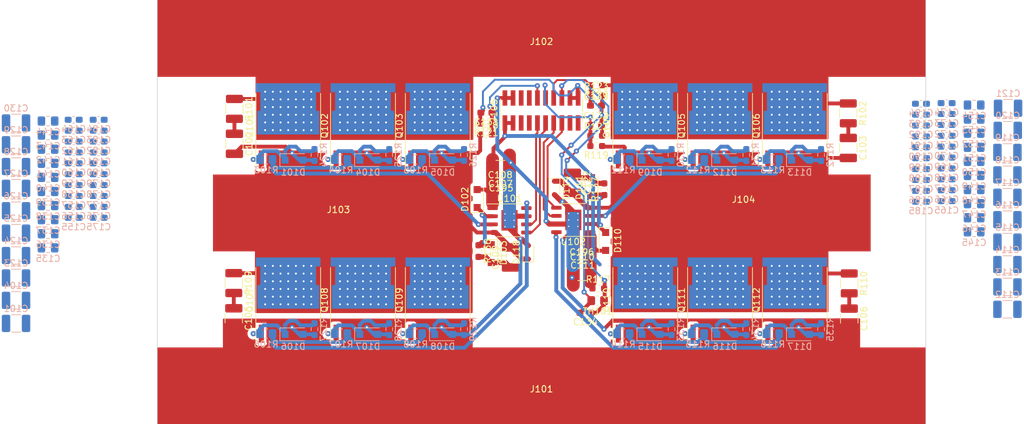
<source format=kicad_pcb>
(kicad_pcb (version 20171130) (host pcbnew 5.1.9)
  (layers (0 F.Cu signal) (31 B.Cu signal) (34 B.Paste user hide) (35 F.Paste user hide) (36 B.SilkS user hide) (37 F.SilkS user hide) (38 B.Mask user hide) (39 F.Mask user hide) (44 Edge.Cuts user hide))
  (net 0 "")
  (net 1 "Net-(C102-Pad1)")
  (net 2 /GH1_1)
  (net 3 /SL1)
  (net 4 /GL1_1)
  (net 5 /GH1_2)
  (net 6 /GL1_2)
  (net 7 /GH2_2)
  (net 8 /SL2)
  (net 9 /GL2_1)
  (net 10 /GL2_2)
  (net 11 GND)
  (net 12 /GH2_1)
  (net 13 "Net-(C105-Pad1)")
  (net 14 "Net-(C106-Pad1)")
  (net 15 "Net-(C103-Pad1)")
  (net 16 /GH1_3)
  (net 17 /GH2_3)
  (net 18 /GL1_3)
  (net 19 /GL3_3)
  (net 20 +15V)
  (net 21 "Net-(C109-Pad1)")
  (net 22 "Net-(C122-Pad1)")
  (net 23 /PWM_H1)
  (net 24 /PWM_L1)
  (net 25 /PWM_H2)
  (net 26 /PWM_L2)
  (net 27 "Net-(R103-Pad2)")
  (net 28 "Net-(R106-Pad2)")
  (net 29 "Net-(R111-Pad2)")
  (net 30 "Net-(R114-Pad2)")
  (net 31 /TEMP1)
  (net 32 +BATT)
  (net 33 /SL1_sen)
  (net 34 /SL2_sen)
  (net 35 /Vin_sen)
  (net 36 GNDA)
  (net 37 "Net-(D102-Pad1)")
  (net 38 "Net-(D110-Pad1)")
  (module Resistor_SMD:R_0805_2012Metric_Pad1.20x1.40mm_HandSolder (layer F.Cu) (at 171.0125 114.745 180)
    (fp_text reference TH101 (at 0 -1.65) (layer F.SilkS))
    (fp_text value SDNT2012X103F3950FTF)
    (pad 1 smd roundrect (at -1 0 180) (size 1.2 1.4) (layers F.Cu F.Paste F.Mask) (roundrect_rratio 0.208333) (net 31 /TEMP1))
    (pad 2 smd roundrect (at 1 0 180) (size 1.2 1.4) (layers F.Cu F.Paste F.Mask) (roundrect_rratio 0.208333) (net 36 GNDA))
  )
  (module Package_SO:SOIC-8-1EP_3.9x4.9mm_P1.27mm_EP2.514x3.2mm_ThermalVias (layer F.Cu) (at 167.2125 102.145 180)
    (fp_text reference U102 (at 0 -3.4) (layer F.SilkS))
    (fp_text value UCC27211DDAR)
    (pad 1 smd roundrect (at -2.6375 -1.905 180) (size 1.625 0.6) (layers F.Cu F.Paste F.Mask) (net 20 +15V))
    (pad 2 smd roundrect (at -2.6375 -0.635 180) (size 1.625 0.6) (layers F.Cu F.Paste F.Mask) (net 38 "Net-(D110-Pad1)"))
    (pad 3 smd roundrect (at -2.6375 0.635 180) (size 1.625 0.6) (layers F.Cu F.Paste F.Mask) (net 29 "Net-(R111-Pad2)"))
    (pad 4 smd roundrect (at -2.6375 1.905 180) (size 1.625 0.6) (layers F.Cu F.Paste F.Mask) (net 8 /SL2))
    (pad 5 smd roundrect (at 2.6375 1.905 180) (size 1.625 0.6) (layers F.Cu F.Paste F.Mask) (net 25 /PWM_H2))
    (pad 6 smd roundrect (at 2.6375 0.635 180) (size 1.625 0.6) (layers F.Cu F.Paste F.Mask) (net 26 /PWM_L2))
    (pad 7 smd roundrect (at 2.6375 -0.635 180) (size 1.625 0.6) (layers F.Cu F.Paste F.Mask) (net 11 GND))
    (pad 8 smd roundrect (at 2.6375 -1.905 180) (size 1.625 0.6) (layers F.Cu F.Paste F.Mask) (net 30 "Net-(R114-Pad2)"))
    (pad 9 smd rect (at 0 0 180) (size 2.514 3.2) (layers F.Cu F.Mask) (net 11 GND))
    (pad 9 thru_hole circle (at -0.7 -1 180) (size 0.5 0.5) (drill 0.2) (layers *.Cu) (net 11 GND))
    (pad 9 thru_hole circle (at 0.7 -1 180) (size 0.5 0.5) (drill 0.2) (layers *.Cu) (net 11 GND))
    (pad 9 thru_hole circle (at -0.7 0 180) (size 0.5 0.5) (drill 0.2) (layers *.Cu) (net 11 GND))
    (pad 9 thru_hole circle (at 0.7 0 180) (size 0.5 0.5) (drill 0.2) (layers *.Cu) (net 11 GND))
    (pad 9 thru_hole circle (at -0.7 1 180) (size 0.5 0.5) (drill 0.2) (layers *.Cu) (net 11 GND))
    (pad 9 thru_hole circle (at 0.7 1 180) (size 0.5 0.5) (drill 0.2) (layers *.Cu) (net 11 GND))
    (pad 9 smd rect (at 0 0 180) (size 1.9 2.5) (layers B.Cu) (net 11 GND))
  )
  (module Capacitor_SMD:C_0805_2012Metric_Pad1.18x1.45mm_HandSolder (layer F.Cu) (at 168.675 107.545 180)
    (fp_text reference C111 (at 0 -1.68 180) (layer F.SilkS))
    (fp_text value 100n)
    (pad 1 smd roundrect (at -1.0375 0 180) (size 1.175 1.45) (layers F.Cu F.Paste F.Mask) (roundrect_rratio 0.212766) (net 20 +15V))
    (pad 2 smd roundrect (at 1.0375 0 180) (size 1.175 1.45) (layers F.Cu F.Paste F.Mask) (roundrect_rratio 0.212766) (net 11 GND))
  )
  (module Capacitor_SMD:C_1210_3225Metric_Pad1.33x2.70mm_HandSolder (layer F.Cu) (at 168.6125 110.245)
    (fp_text reference C110 (at 0 -2.3 180) (layer F.SilkS))
    (fp_text value 10u)
    (pad 1 smd roundrect (at -1.5625 0) (size 1.325 2.7) (layers F.Cu F.Paste F.Mask) (roundrect_rratio 0.188679) (net 11 GND))
    (pad 2 smd roundrect (at 1.5625 0) (size 1.325 2.7) (layers F.Cu F.Paste F.Mask) (roundrect_rratio 0.188679) (net 20 +15V))
  )
  (module Capacitor_SMD:C_1210_3225Metric_Pad1.33x2.70mm_HandSolder (layer F.Cu) (at 167.0625 96.345 270)
    (fp_text reference C122 (at 0 -2.3 90) (layer F.SilkS))
    (fp_text value 4.7u)
    (pad 1 smd roundrect (at -1.5625 0 270) (size 1.325 2.7) (layers F.Cu F.Paste F.Mask) (roundrect_rratio 0.188679) (net 22 "Net-(C122-Pad1)"))
    (pad 2 smd roundrect (at 1.5625 0 270) (size 1.325 2.7) (layers F.Cu F.Paste F.Mask) (roundrect_rratio 0.188679) (net 8 /SL2))
  )
  (module Capacitor_SMD:C_0603_1608Metric_Pad1.08x0.95mm_HandSolder (layer F.Cu) (at 169.1125 116.645 180)
    (fp_text reference C134 (at 0 -1.43) (layer F.SilkS))
    (fp_text value 100n)
    (pad 1 smd roundrect (at -0.8625 0 180) (size 1.075 0.95) (layers F.Cu F.Paste F.Mask) (net 31 /TEMP1))
    (pad 2 smd roundrect (at 0.8625 0 180) (size 1.075 0.95) (layers F.Cu F.Paste F.Mask) (net 36 GNDA))
  )
  (module Resistor_SMD:R_0603_1608Metric_Pad0.98x0.95mm_HandSolder (layer F.Cu) (at 171.1125 112.845)
    (fp_text reference R117 (at 0 -1.43) (layer F.SilkS))
    (fp_text value 47k)
    (pad 1 smd roundrect (at -0.9125 0) (size 0.975 0.95) (layers F.Cu F.Paste F.Mask) (net 20 +15V))
    (pad 2 smd roundrect (at 0.9125 0) (size 0.975 0.95) (layers F.Cu F.Paste F.Mask) (net 31 /TEMP1))
  )
  (module Diode_SMD:D_SOD-323 (layer F.Cu) (at 160.2 107.2 90)
    (fp_text reference D118 (at 0 -1.85 90) (layer F.SilkS))
    (fp_text value MM3Z15V)
    (pad 2 smd rect (at 1.05 0 90) (size 0.6 0.45) (layers F.Cu F.Paste F.Mask) (net 11 GND))
    (pad 1 smd rect (at -1.05 0 90) (size 0.6 0.45) (layers F.Cu F.Paste F.Mask) (net 3 /SL1))
  )
  (module Resistor_SMD:R_0603_1608Metric_Pad0.98x0.95mm_HandSolder (layer F.Cu) (at 172.0625 97.345 90)
    (fp_text reference R137 (at 0 -1.43 90) (layer F.SilkS))
    (fp_text value 2R)
    (pad 2 smd roundrect (at 0.9125 0 90) (size 0.975 0.95) (layers F.Cu F.Paste F.Mask) (net 22 "Net-(C122-Pad1)"))
    (pad 1 smd roundrect (at -0.9125 0 90) (size 0.975 0.95) (layers F.Cu F.Paste F.Mask) (net 38 "Net-(D110-Pad1)"))
  )
  (module Resistor_SMD:R_0603_1608Metric_Pad0.98x0.95mm_HandSolder (layer F.Cu) (at 152.4 107 270)
    (fp_text reference R136 (at 0 -1.43 90) (layer F.SilkS))
    (fp_text value 2R)
    (pad 2 smd roundrect (at 0.9125 0 270) (size 0.975 0.95) (layers F.Cu F.Paste F.Mask) (net 21 "Net-(C109-Pad1)"))
    (pad 1 smd roundrect (at -0.9125 0 270) (size 0.975 0.95) (layers F.Cu F.Paste F.Mask) (net 37 "Net-(D102-Pad1)"))
  )
  (module Diode_SMD:D_SOD-123F (layer B.Cu) (at 202.7 120)
    (fp_text reference D117 (at -0.127 1.905) (layer B.SilkS) (effects (justify mirror)))
    (fp_text value B0530W)
    (pad 2 smd rect (at 1.4 0) (size 1.1 1.1) (layers B.Cu B.Paste B.Mask) (net 11 GND))
    (pad 1 smd rect (at -1.4 0) (size 1.1 1.1) (layers B.Cu B.Paste B.Mask) (net 19 /GL3_3))
  )
  (module Diode_SMD:D_SOD-123F (layer B.Cu) (at 191.025 120)
    (fp_text reference D116 (at -0.127 1.905) (layer B.SilkS) (effects (justify mirror)))
    (fp_text value B0530W)
    (pad 2 smd rect (at 1.4 0) (size 1.1 1.1) (layers B.Cu B.Paste B.Mask) (net 11 GND))
    (pad 1 smd rect (at -1.4 0) (size 1.1 1.1) (layers B.Cu B.Paste B.Mask) (net 10 /GL2_2))
  )
  (module Diode_SMD:D_SOD-123F (layer B.Cu) (at 179.35 120)
    (fp_text reference D115 (at -0.127 1.905) (layer B.SilkS) (effects (justify mirror)))
    (fp_text value B0530W)
    (pad 2 smd rect (at 1.4 0) (size 1.1 1.1) (layers B.Cu B.Paste B.Mask) (net 11 GND))
    (pad 1 smd rect (at -1.4 0) (size 1.1 1.1) (layers B.Cu B.Paste B.Mask) (net 9 /GL2_1))
  )
  (module Diode_SMD:D_SOD-323 (layer F.Cu) (at 164.2625 97.145 270)
    (fp_text reference D114 (at 0 -1.85 90) (layer F.SilkS))
    (fp_text value MM3Z15V)
    (pad 2 smd rect (at 1.05 0 270) (size 0.6 0.45) (layers F.Cu F.Paste F.Mask) (net 11 GND))
    (pad 1 smd rect (at -1.05 0 270) (size 0.6 0.45) (layers F.Cu F.Paste F.Mask) (net 8 /SL2))
  )
  (module Diode_SMD:D_SOD-123F (layer B.Cu) (at 202.7 92.8)
    (fp_text reference D113 (at -0.127 1.905) (layer B.SilkS) (effects (justify mirror)))
    (fp_text value B0530W)
    (pad 2 smd rect (at 1.4 0) (size 1.1 1.1) (layers B.Cu B.Paste B.Mask) (net 8 /SL2))
    (pad 1 smd rect (at -1.4 0) (size 1.1 1.1) (layers B.Cu B.Paste B.Mask) (net 17 /GH2_3))
  )
  (module Diode_SMD:D_SOD-123F (layer B.Cu) (at 191.025 92.8)
    (fp_text reference D112 (at -0.127 1.905) (layer B.SilkS) (effects (justify mirror)))
    (fp_text value B0530W)
    (pad 2 smd rect (at 1.4 0) (size 1.1 1.1) (layers B.Cu B.Paste B.Mask) (net 8 /SL2))
    (pad 1 smd rect (at -1.4 0) (size 1.1 1.1) (layers B.Cu B.Paste B.Mask) (net 7 /GH2_2))
  )
  (module Diode_SMD:D_SOD-123F (layer F.Cu) (at 170.0625 96.945 90)
    (fp_text reference D111 (at -0.127 -1.905 90) (layer F.SilkS))
    (fp_text value B0530W)
    (pad 2 smd rect (at 1.4 0 90) (size 1.1 1.1) (layers F.Cu F.Paste F.Mask) (net 22 "Net-(C122-Pad1)"))
    (pad 1 smd rect (at -1.4 0 90) (size 1.1 1.1) (layers F.Cu F.Paste F.Mask) (net 38 "Net-(D110-Pad1)"))
  )
  (module Diode_SMD:D_SOD-123F (layer F.Cu) (at 172.2625 105.5 270)
    (fp_text reference D110 (at -0.127 -1.905 90) (layer F.SilkS))
    (fp_text value MBR2H100SFT3G)
    (pad 2 smd rect (at 1.4 0 270) (size 1.1 1.1) (layers F.Cu F.Paste F.Mask) (net 20 +15V))
    (pad 1 smd rect (at -1.4 0 270) (size 1.1 1.1) (layers F.Cu F.Paste F.Mask) (net 38 "Net-(D110-Pad1)"))
  )
  (module Diode_SMD:D_SOD-123F (layer B.Cu) (at 179.35 92.8)
    (fp_text reference D109 (at -0.127 1.905) (layer B.SilkS) (effects (justify mirror)))
    (fp_text value B0530W)
    (pad 2 smd rect (at 1.4 0) (size 1.1 1.1) (layers B.Cu B.Paste B.Mask) (net 8 /SL2))
    (pad 1 smd rect (at -1.4 0) (size 1.1 1.1) (layers B.Cu B.Paste B.Mask) (net 12 /GH2_1))
  )
  (module Diode_SMD:D_SOD-123F (layer B.Cu) (at 146.95 120)
    (fp_text reference D108 (at -0.127 1.905) (layer B.SilkS) (effects (justify mirror)))
    (fp_text value B0530W)
    (pad 2 smd rect (at 1.4 0) (size 1.1 1.1) (layers B.Cu B.Paste B.Mask) (net 11 GND))
    (pad 1 smd rect (at -1.4 0) (size 1.1 1.1) (layers B.Cu B.Paste B.Mask) (net 18 /GL1_3))
  )
  (module Diode_SMD:D_SOD-123F (layer B.Cu) (at 135.275 120)
    (fp_text reference D107 (at -0.127 1.905) (layer B.SilkS) (effects (justify mirror)))
    (fp_text value B0530W)
    (pad 2 smd rect (at 1.4 0) (size 1.1 1.1) (layers B.Cu B.Paste B.Mask) (net 11 GND))
    (pad 1 smd rect (at -1.4 0) (size 1.1 1.1) (layers B.Cu B.Paste B.Mask) (net 6 /GL1_2))
  )
  (module Diode_SMD:D_SOD-123F (layer B.Cu) (at 123.6 120)
    (fp_text reference D106 (at -0.127 1.905) (layer B.SilkS) (effects (justify mirror)))
    (fp_text value B0530W)
    (pad 2 smd rect (at 1.4 0) (size 1.1 1.1) (layers B.Cu B.Paste B.Mask) (net 11 GND))
    (pad 1 smd rect (at -1.4 0) (size 1.1 1.1) (layers B.Cu B.Paste B.Mask) (net 4 /GL1_1))
  )
  (module Diode_SMD:D_SOD-123F (layer B.Cu) (at 146.95 92.8)
    (fp_text reference D105 (at -0.127 1.905) (layer B.SilkS) (effects (justify mirror)))
    (fp_text value B0530W)
    (pad 2 smd rect (at 1.4 0) (size 1.1 1.1) (layers B.Cu B.Paste B.Mask) (net 3 /SL1))
    (pad 1 smd rect (at -1.4 0) (size 1.1 1.1) (layers B.Cu B.Paste B.Mask) (net 16 /GH1_3))
  )
  (module Diode_SMD:D_SOD-123F (layer B.Cu) (at 135.275 92.8)
    (fp_text reference D104 (at -0.127 1.905) (layer B.SilkS) (effects (justify mirror)))
    (fp_text value B0530W)
    (pad 2 smd rect (at 1.4 0) (size 1.1 1.1) (layers B.Cu B.Paste B.Mask) (net 3 /SL1))
    (pad 1 smd rect (at -1.4 0) (size 1.1 1.1) (layers B.Cu B.Paste B.Mask) (net 5 /GH1_2))
  )
  (module Diode_SMD:D_SOD-123F (layer F.Cu) (at 154.4 107.4 270)
    (fp_text reference D103 (at -0.127 -1.905 90) (layer F.SilkS))
    (fp_text value B0530W)
    (pad 2 smd rect (at 1.4 0 270) (size 1.1 1.1) (layers F.Cu F.Paste F.Mask) (net 21 "Net-(C109-Pad1)"))
    (pad 1 smd rect (at -1.4 0 270) (size 1.1 1.1) (layers F.Cu F.Paste F.Mask) (net 37 "Net-(D102-Pad1)"))
  )
  (module Diode_SMD:D_SOD-123F (layer F.Cu) (at 152.2 98.8 90)
    (fp_text reference D102 (at -0.127 -1.905 90) (layer F.SilkS))
    (fp_text value MBR2H100SFT3G)
    (pad 2 smd rect (at 1.4 0 90) (size 1.1 1.1) (layers F.Cu F.Paste F.Mask) (net 20 +15V))
    (pad 1 smd rect (at -1.4 0 90) (size 1.1 1.1) (layers F.Cu F.Paste F.Mask) (net 37 "Net-(D102-Pad1)"))
  )
  (module Diode_SMD:D_SOD-123F (layer B.Cu) (at 123.6 92.8)
    (fp_text reference D101 (at -0.127 1.905) (layer B.SilkS) (effects (justify mirror)))
    (fp_text value B0530W)
    (pad 2 smd rect (at 1.4 0) (size 1.1 1.1) (layers B.Cu B.Paste B.Mask) (net 3 /SL1))
    (pad 1 smd rect (at -1.4 0) (size 1.1 1.1) (layers B.Cu B.Paste B.Mask) (net 2 /GH1_1))
  )
  (module Capacitor_SMD:C_0603_1608Metric_Pad1.08x0.95mm_HandSolder (layer F.Cu) (at 168.5375 105.745 180)
    (fp_text reference C196 (at 0 -1.43) (layer F.SilkS))
    (fp_text value 1n)
    (pad 2 smd roundrect (at 0.8625 0 180) (size 1.075 0.95) (layers F.Cu F.Paste F.Mask) (net 11 GND))
    (pad 1 smd roundrect (at -0.8625 0 180) (size 1.075 0.95) (layers F.Cu F.Paste F.Mask) (net 20 +15V))
  )
  (module Capacitor_SMD:C_0603_1608Metric_Pad1.08x0.95mm_HandSolder (layer F.Cu) (at 155.9375 98.6)
    (fp_text reference C195 (at 0 -1.43) (layer F.SilkS))
    (fp_text value 1n)
    (pad 2 smd roundrect (at 0.8625 0) (size 1.075 0.95) (layers F.Cu F.Paste F.Mask) (net 11 GND))
    (pad 1 smd roundrect (at -0.8625 0) (size 1.075 0.95) (layers F.Cu F.Paste F.Mask) (net 20 +15V))
  )
  (module Capacitor_SMD:C_0603_1608Metric_Pad1.08x0.95mm_HandSolder (layer B.Cu) (at 221.5 84)
    (fp_text reference C194 (at 0 1.43) (layer B.SilkS) (effects (justify mirror)))
    (fp_text value 1n)
    (pad 2 smd roundrect (at 0.8625 0) (size 1.075 0.95) (layers B.Cu B.Paste B.Mask) (net 11 GND))
    (pad 1 smd roundrect (at -0.8625 0) (size 1.075 0.95) (layers B.Cu B.Paste B.Mask) (net 32 +BATT))
  )
  (module Capacitor_SMD:C_0603_1608Metric_Pad1.08x0.95mm_HandSolder (layer B.Cu) (at 221.5 85.7)
    (fp_text reference C193 (at 0 1.43) (layer B.SilkS) (effects (justify mirror)))
    (fp_text value 1n)
    (pad 2 smd roundrect (at 0.8625 0) (size 1.075 0.95) (layers B.Cu B.Paste B.Mask) (net 11 GND))
    (pad 1 smd roundrect (at -0.8625 0) (size 1.075 0.95) (layers B.Cu B.Paste B.Mask) (net 32 +BATT))
  )
  (module Capacitor_SMD:C_0603_1608Metric_Pad1.08x0.95mm_HandSolder (layer B.Cu) (at 221.5 87.4)
    (fp_text reference C192 (at 0 1.43) (layer B.SilkS) (effects (justify mirror)))
    (fp_text value 1n)
    (pad 2 smd roundrect (at 0.8625 0) (size 1.075 0.95) (layers B.Cu B.Paste B.Mask) (net 11 GND))
    (pad 1 smd roundrect (at -0.8625 0) (size 1.075 0.95) (layers B.Cu B.Paste B.Mask) (net 32 +BATT))
  )
  (module Capacitor_SMD:C_0603_1608Metric_Pad1.08x0.95mm_HandSolder (layer B.Cu) (at 221.5 89.1)
    (fp_text reference C191 (at 0 1.43) (layer B.SilkS) (effects (justify mirror)))
    (fp_text value 1n)
    (pad 2 smd roundrect (at 0.8625 0) (size 1.075 0.95) (layers B.Cu B.Paste B.Mask) (net 11 GND))
    (pad 1 smd roundrect (at -0.8625 0) (size 1.075 0.95) (layers B.Cu B.Paste B.Mask) (net 32 +BATT))
  )
  (module Capacitor_SMD:C_0603_1608Metric_Pad1.08x0.95mm_HandSolder (layer B.Cu) (at 221.5 90.8)
    (fp_text reference C190 (at 0 1.43) (layer B.SilkS) (effects (justify mirror)))
    (fp_text value 1n)
    (pad 2 smd roundrect (at 0.8625 0) (size 1.075 0.95) (layers B.Cu B.Paste B.Mask) (net 11 GND))
    (pad 1 smd roundrect (at -0.8625 0) (size 1.075 0.95) (layers B.Cu B.Paste B.Mask) (net 32 +BATT))
  )
  (module Capacitor_SMD:C_0603_1608Metric_Pad1.08x0.95mm_HandSolder (layer B.Cu) (at 221.5 92.5)
    (fp_text reference C189 (at 0 1.43) (layer B.SilkS) (effects (justify mirror)))
    (fp_text value 1n)
    (pad 2 smd roundrect (at 0.8625 0) (size 1.075 0.95) (layers B.Cu B.Paste B.Mask) (net 11 GND))
    (pad 1 smd roundrect (at -0.8625 0) (size 1.075 0.95) (layers B.Cu B.Paste B.Mask) (net 32 +BATT))
  )
  (module Capacitor_SMD:C_0603_1608Metric_Pad1.08x0.95mm_HandSolder (layer B.Cu) (at 221.5 94.2)
    (fp_text reference C188 (at 0 1.43) (layer B.SilkS) (effects (justify mirror)))
    (fp_text value 1n)
    (pad 2 smd roundrect (at 0.8625 0) (size 1.075 0.95) (layers B.Cu B.Paste B.Mask) (net 11 GND))
    (pad 1 smd roundrect (at -0.8625 0) (size 1.075 0.95) (layers B.Cu B.Paste B.Mask) (net 32 +BATT))
  )
  (module Capacitor_SMD:C_0603_1608Metric_Pad1.08x0.95mm_HandSolder (layer B.Cu) (at 221.5 95.9)
    (fp_text reference C187 (at 0 1.43) (layer B.SilkS) (effects (justify mirror)))
    (fp_text value 1n)
    (pad 2 smd roundrect (at 0.8625 0) (size 1.075 0.95) (layers B.Cu B.Paste B.Mask) (net 11 GND))
    (pad 1 smd roundrect (at -0.8625 0) (size 1.075 0.95) (layers B.Cu B.Paste B.Mask) (net 32 +BATT))
  )
  (module Capacitor_SMD:C_0603_1608Metric_Pad1.08x0.95mm_HandSolder (layer B.Cu) (at 221.5 97.6)
    (fp_text reference C186 (at 0 1.43) (layer B.SilkS) (effects (justify mirror)))
    (fp_text value 1n)
    (pad 2 smd roundrect (at 0.8625 0) (size 1.075 0.95) (layers B.Cu B.Paste B.Mask) (net 11 GND))
    (pad 1 smd roundrect (at -0.8625 0) (size 1.075 0.95) (layers B.Cu B.Paste B.Mask) (net 32 +BATT))
  )
  (module Capacitor_SMD:C_0603_1608Metric_Pad1.08x0.95mm_HandSolder (layer B.Cu) (at 221.5 99.3)
    (fp_text reference C185 (at 0 1.43) (layer B.SilkS) (effects (justify mirror)))
    (fp_text value 1n)
    (pad 2 smd roundrect (at 0.8625 0) (size 1.075 0.95) (layers B.Cu B.Paste B.Mask) (net 11 GND))
    (pad 1 smd roundrect (at -0.8625 0) (size 1.075 0.95) (layers B.Cu B.Paste B.Mask) (net 32 +BATT))
  )
  (module Capacitor_SMD:C_0603_1608Metric_Pad1.08x0.95mm_HandSolder (layer B.Cu) (at 93.1 86.5)
    (fp_text reference C184 (at 0 1.43) (layer B.SilkS) (effects (justify mirror)))
    (fp_text value 1n)
    (pad 2 smd roundrect (at 0.8625 0) (size 1.075 0.95) (layers B.Cu B.Paste B.Mask) (net 11 GND))
    (pad 1 smd roundrect (at -0.8625 0) (size 1.075 0.95) (layers B.Cu B.Paste B.Mask) (net 32 +BATT))
  )
  (module Capacitor_SMD:C_0603_1608Metric_Pad1.08x0.95mm_HandSolder (layer B.Cu) (at 93.1 88.2)
    (fp_text reference C183 (at 0 1.43) (layer B.SilkS) (effects (justify mirror)))
    (fp_text value 1n)
    (pad 2 smd roundrect (at 0.8625 0) (size 1.075 0.95) (layers B.Cu B.Paste B.Mask) (net 11 GND))
    (pad 1 smd roundrect (at -0.8625 0) (size 1.075 0.95) (layers B.Cu B.Paste B.Mask) (net 32 +BATT))
  )
  (module Capacitor_SMD:C_0603_1608Metric_Pad1.08x0.95mm_HandSolder (layer B.Cu) (at 93.1 89.9)
    (fp_text reference C182 (at 0 1.43) (layer B.SilkS) (effects (justify mirror)))
    (fp_text value 1n)
    (pad 2 smd roundrect (at 0.8625 0) (size 1.075 0.95) (layers B.Cu B.Paste B.Mask) (net 11 GND))
    (pad 1 smd roundrect (at -0.8625 0) (size 1.075 0.95) (layers B.Cu B.Paste B.Mask) (net 32 +BATT))
  )
  (module Capacitor_SMD:C_0603_1608Metric_Pad1.08x0.95mm_HandSolder (layer B.Cu) (at 93.1 91.6)
    (fp_text reference C181 (at 0 1.43) (layer B.SilkS) (effects (justify mirror)))
    (fp_text value 1n)
    (pad 2 smd roundrect (at 0.8625 0) (size 1.075 0.95) (layers B.Cu B.Paste B.Mask) (net 11 GND))
    (pad 1 smd roundrect (at -0.8625 0) (size 1.075 0.95) (layers B.Cu B.Paste B.Mask) (net 32 +BATT))
  )
  (module Capacitor_SMD:C_0603_1608Metric_Pad1.08x0.95mm_HandSolder (layer B.Cu) (at 93.1 93.3)
    (fp_text reference C180 (at 0 1.43) (layer B.SilkS) (effects (justify mirror)))
    (fp_text value 1n)
    (pad 2 smd roundrect (at 0.8625 0) (size 1.075 0.95) (layers B.Cu B.Paste B.Mask) (net 11 GND))
    (pad 1 smd roundrect (at -0.8625 0) (size 1.075 0.95) (layers B.Cu B.Paste B.Mask) (net 32 +BATT))
  )
  (module Capacitor_SMD:C_0603_1608Metric_Pad1.08x0.95mm_HandSolder (layer B.Cu) (at 93.1 95)
    (fp_text reference C179 (at 0 1.43) (layer B.SilkS) (effects (justify mirror)))
    (fp_text value 1n)
    (pad 2 smd roundrect (at 0.8625 0) (size 1.075 0.95) (layers B.Cu B.Paste B.Mask) (net 11 GND))
    (pad 1 smd roundrect (at -0.8625 0) (size 1.075 0.95) (layers B.Cu B.Paste B.Mask) (net 32 +BATT))
  )
  (module Capacitor_SMD:C_0603_1608Metric_Pad1.08x0.95mm_HandSolder (layer B.Cu) (at 93.1 96.7)
    (fp_text reference C178 (at 0 1.43) (layer B.SilkS) (effects (justify mirror)))
    (fp_text value 1n)
    (pad 2 smd roundrect (at 0.8625 0) (size 1.075 0.95) (layers B.Cu B.Paste B.Mask) (net 11 GND))
    (pad 1 smd roundrect (at -0.8625 0) (size 1.075 0.95) (layers B.Cu B.Paste B.Mask) (net 32 +BATT))
  )
  (module Capacitor_SMD:C_0603_1608Metric_Pad1.08x0.95mm_HandSolder (layer B.Cu) (at 93.1 98.4)
    (fp_text reference C177 (at 0 1.43) (layer B.SilkS) (effects (justify mirror)))
    (fp_text value 1n)
    (pad 2 smd roundrect (at 0.8625 0) (size 1.075 0.95) (layers B.Cu B.Paste B.Mask) (net 11 GND))
    (pad 1 smd roundrect (at -0.8625 0) (size 1.075 0.95) (layers B.Cu B.Paste B.Mask) (net 32 +BATT))
  )
  (module Capacitor_SMD:C_0603_1608Metric_Pad1.08x0.95mm_HandSolder (layer B.Cu) (at 93.1 100.1)
    (fp_text reference C176 (at 0 1.43) (layer B.SilkS) (effects (justify mirror)))
    (fp_text value 1n)
    (pad 2 smd roundrect (at 0.8625 0) (size 1.075 0.95) (layers B.Cu B.Paste B.Mask) (net 11 GND))
    (pad 1 smd roundrect (at -0.8625 0) (size 1.075 0.95) (layers B.Cu B.Paste B.Mask) (net 32 +BATT))
  )
  (module Capacitor_SMD:C_0603_1608Metric_Pad1.08x0.95mm_HandSolder (layer B.Cu) (at 93.1 101.8)
    (fp_text reference C175 (at 0 1.43) (layer B.SilkS) (effects (justify mirror)))
    (fp_text value 1n)
    (pad 2 smd roundrect (at 0.8625 0) (size 1.075 0.95) (layers B.Cu B.Paste B.Mask) (net 11 GND))
    (pad 1 smd roundrect (at -0.8625 0) (size 1.075 0.95) (layers B.Cu B.Paste B.Mask) (net 32 +BATT))
  )
  (module Capacitor_SMD:C_0603_1608Metric_Pad1.08x0.95mm_HandSolder (layer B.Cu) (at 225.5 83.9)
    (fp_text reference C174 (at 0 1.43) (layer B.SilkS) (effects (justify mirror)))
    (fp_text value 10n)
    (pad 2 smd roundrect (at 0.8625 0) (size 1.075 0.95) (layers B.Cu B.Paste B.Mask) (net 11 GND))
    (pad 1 smd roundrect (at -0.8625 0) (size 1.075 0.95) (layers B.Cu B.Paste B.Mask) (net 32 +BATT))
  )
  (module Capacitor_SMD:C_0603_1608Metric_Pad1.08x0.95mm_HandSolder (layer B.Cu) (at 225.5 85.6)
    (fp_text reference C173 (at 0 1.43) (layer B.SilkS) (effects (justify mirror)))
    (fp_text value 10n)
    (pad 2 smd roundrect (at 0.8625 0) (size 1.075 0.95) (layers B.Cu B.Paste B.Mask) (net 11 GND))
    (pad 1 smd roundrect (at -0.8625 0) (size 1.075 0.95) (layers B.Cu B.Paste B.Mask) (net 32 +BATT))
  )
  (module Capacitor_SMD:C_0603_1608Metric_Pad1.08x0.95mm_HandSolder (layer B.Cu) (at 225.5 87.3)
    (fp_text reference C172 (at 0 1.43) (layer B.SilkS) (effects (justify mirror)))
    (fp_text value 10n)
    (pad 2 smd roundrect (at 0.8625 0) (size 1.075 0.95) (layers B.Cu B.Paste B.Mask) (net 11 GND))
    (pad 1 smd roundrect (at -0.8625 0) (size 1.075 0.95) (layers B.Cu B.Paste B.Mask) (net 32 +BATT))
  )
  (module Capacitor_SMD:C_0603_1608Metric_Pad1.08x0.95mm_HandSolder (layer B.Cu) (at 225.5 89)
    (fp_text reference C171 (at 0 1.43) (layer B.SilkS) (effects (justify mirror)))
    (fp_text value 10n)
    (pad 2 smd roundrect (at 0.8625 0) (size 1.075 0.95) (layers B.Cu B.Paste B.Mask) (net 11 GND))
    (pad 1 smd roundrect (at -0.8625 0) (size 1.075 0.95) (layers B.Cu B.Paste B.Mask) (net 32 +BATT))
  )
  (module Capacitor_SMD:C_0603_1608Metric_Pad1.08x0.95mm_HandSolder (layer B.Cu) (at 225.5 90.7)
    (fp_text reference C170 (at 0 1.43) (layer B.SilkS) (effects (justify mirror)))
    (fp_text value 10n)
    (pad 2 smd roundrect (at 0.8625 0) (size 1.075 0.95) (layers B.Cu B.Paste B.Mask) (net 11 GND))
    (pad 1 smd roundrect (at -0.8625 0) (size 1.075 0.95) (layers B.Cu B.Paste B.Mask) (net 32 +BATT))
  )
  (module Capacitor_SMD:C_0603_1608Metric_Pad1.08x0.95mm_HandSolder (layer B.Cu) (at 225.5 92.4)
    (fp_text reference C169 (at 0 1.43) (layer B.SilkS) (effects (justify mirror)))
    (fp_text value 10n)
    (pad 2 smd roundrect (at 0.8625 0) (size 1.075 0.95) (layers B.Cu B.Paste B.Mask) (net 11 GND))
    (pad 1 smd roundrect (at -0.8625 0) (size 1.075 0.95) (layers B.Cu B.Paste B.Mask) (net 32 +BATT))
  )
  (module Capacitor_SMD:C_0603_1608Metric_Pad1.08x0.95mm_HandSolder (layer B.Cu) (at 225.5 94.1)
    (fp_text reference C168 (at 0 1.43) (layer B.SilkS) (effects (justify mirror)))
    (fp_text value 10n)
    (pad 2 smd roundrect (at 0.8625 0) (size 1.075 0.95) (layers B.Cu B.Paste B.Mask) (net 11 GND))
    (pad 1 smd roundrect (at -0.8625 0) (size 1.075 0.95) (layers B.Cu B.Paste B.Mask) (net 32 +BATT))
  )
  (module Capacitor_SMD:C_0603_1608Metric_Pad1.08x0.95mm_HandSolder (layer B.Cu) (at 225.5 95.8)
    (fp_text reference C167 (at 0 1.43) (layer B.SilkS) (effects (justify mirror)))
    (fp_text value 10n)
    (pad 2 smd roundrect (at 0.8625 0) (size 1.075 0.95) (layers B.Cu B.Paste B.Mask) (net 11 GND))
    (pad 1 smd roundrect (at -0.8625 0) (size 1.075 0.95) (layers B.Cu B.Paste B.Mask) (net 32 +BATT))
  )
  (module Capacitor_SMD:C_0603_1608Metric_Pad1.08x0.95mm_HandSolder (layer B.Cu) (at 225.5 97.5)
    (fp_text reference C166 (at 0 1.43) (layer B.SilkS) (effects (justify mirror)))
    (fp_text value 10n)
    (pad 2 smd roundrect (at 0.8625 0) (size 1.075 0.95) (layers B.Cu B.Paste B.Mask) (net 11 GND))
    (pad 1 smd roundrect (at -0.8625 0) (size 1.075 0.95) (layers B.Cu B.Paste B.Mask) (net 32 +BATT))
  )
  (module Capacitor_SMD:C_0603_1608Metric_Pad1.08x0.95mm_HandSolder (layer B.Cu) (at 225.5 99.2)
    (fp_text reference C165 (at 0 1.43) (layer B.SilkS) (effects (justify mirror)))
    (fp_text value 10n)
    (pad 2 smd roundrect (at 0.8625 0) (size 1.075 0.95) (layers B.Cu B.Paste B.Mask) (net 11 GND))
    (pad 1 smd roundrect (at -0.8625 0) (size 1.075 0.95) (layers B.Cu B.Paste B.Mask) (net 32 +BATT))
  )
  (module Capacitor_SMD:C_0603_1608Metric_Pad1.08x0.95mm_HandSolder (layer B.Cu) (at 89.2 86.5)
    (fp_text reference C164 (at 0 1.43) (layer B.SilkS) (effects (justify mirror)))
    (fp_text value 10n)
    (pad 2 smd roundrect (at 0.8625 0) (size 1.075 0.95) (layers B.Cu B.Paste B.Mask) (net 11 GND))
    (pad 1 smd roundrect (at -0.8625 0) (size 1.075 0.95) (layers B.Cu B.Paste B.Mask) (net 32 +BATT))
  )
  (module Capacitor_SMD:C_0603_1608Metric_Pad1.08x0.95mm_HandSolder (layer B.Cu) (at 89.2 88.2)
    (fp_text reference C163 (at 0 1.43) (layer B.SilkS) (effects (justify mirror)))
    (fp_text value 10n)
    (pad 2 smd roundrect (at 0.8625 0) (size 1.075 0.95) (layers B.Cu B.Paste B.Mask) (net 11 GND))
    (pad 1 smd roundrect (at -0.8625 0) (size 1.075 0.95) (layers B.Cu B.Paste B.Mask) (net 32 +BATT))
  )
  (module Capacitor_SMD:C_0603_1608Metric_Pad1.08x0.95mm_HandSolder (layer B.Cu) (at 89.2 89.9)
    (fp_text reference C162 (at 0 1.43) (layer B.SilkS) (effects (justify mirror)))
    (fp_text value 10n)
    (pad 2 smd roundrect (at 0.8625 0) (size 1.075 0.95) (layers B.Cu B.Paste B.Mask) (net 11 GND))
    (pad 1 smd roundrect (at -0.8625 0) (size 1.075 0.95) (layers B.Cu B.Paste B.Mask) (net 32 +BATT))
  )
  (module Capacitor_SMD:C_0603_1608Metric_Pad1.08x0.95mm_HandSolder (layer B.Cu) (at 89.2 91.6)
    (fp_text reference C161 (at 0 1.43) (layer B.SilkS) (effects (justify mirror)))
    (fp_text value 10n)
    (pad 2 smd roundrect (at 0.8625 0) (size 1.075 0.95) (layers B.Cu B.Paste B.Mask) (net 11 GND))
    (pad 1 smd roundrect (at -0.8625 0) (size 1.075 0.95) (layers B.Cu B.Paste B.Mask) (net 32 +BATT))
  )
  (module Capacitor_SMD:C_0603_1608Metric_Pad1.08x0.95mm_HandSolder (layer B.Cu) (at 89.2 93.3)
    (fp_text reference C160 (at 0 1.43) (layer B.SilkS) (effects (justify mirror)))
    (fp_text value 10n)
    (pad 2 smd roundrect (at 0.8625 0) (size 1.075 0.95) (layers B.Cu B.Paste B.Mask) (net 11 GND))
    (pad 1 smd roundrect (at -0.8625 0) (size 1.075 0.95) (layers B.Cu B.Paste B.Mask) (net 32 +BATT))
  )
  (module Capacitor_SMD:C_0603_1608Metric_Pad1.08x0.95mm_HandSolder (layer B.Cu) (at 89.2 95)
    (fp_text reference C159 (at 0 1.43) (layer B.SilkS) (effects (justify mirror)))
    (fp_text value 10n)
    (pad 2 smd roundrect (at 0.8625 0) (size 1.075 0.95) (layers B.Cu B.Paste B.Mask) (net 11 GND))
    (pad 1 smd roundrect (at -0.8625 0) (size 1.075 0.95) (layers B.Cu B.Paste B.Mask) (net 32 +BATT))
  )
  (module Capacitor_SMD:C_0603_1608Metric_Pad1.08x0.95mm_HandSolder (layer B.Cu) (at 89.2 96.7)
    (fp_text reference C158 (at 0 1.43) (layer B.SilkS) (effects (justify mirror)))
    (fp_text value 10n)
    (pad 2 smd roundrect (at 0.8625 0) (size 1.075 0.95) (layers B.Cu B.Paste B.Mask) (net 11 GND))
    (pad 1 smd roundrect (at -0.8625 0) (size 1.075 0.95) (layers B.Cu B.Paste B.Mask) (net 32 +BATT))
  )
  (module Capacitor_SMD:C_0603_1608Metric_Pad1.08x0.95mm_HandSolder (layer B.Cu) (at 89.2 98.4)
    (fp_text reference C157 (at 0 1.43) (layer B.SilkS) (effects (justify mirror)))
    (fp_text value 10n)
    (pad 2 smd roundrect (at 0.8625 0) (size 1.075 0.95) (layers B.Cu B.Paste B.Mask) (net 11 GND))
    (pad 1 smd roundrect (at -0.8625 0) (size 1.075 0.95) (layers B.Cu B.Paste B.Mask) (net 32 +BATT))
  )
  (module Capacitor_SMD:C_0603_1608Metric_Pad1.08x0.95mm_HandSolder (layer B.Cu) (at 89.2 100.1)
    (fp_text reference C156 (at 0 1.43) (layer B.SilkS) (effects (justify mirror)))
    (fp_text value 10n)
    (pad 2 smd roundrect (at 0.8625 0) (size 1.075 0.95) (layers B.Cu B.Paste B.Mask) (net 11 GND))
    (pad 1 smd roundrect (at -0.8625 0) (size 1.075 0.95) (layers B.Cu B.Paste B.Mask) (net 32 +BATT))
  )
  (module Capacitor_SMD:C_0603_1608Metric_Pad1.08x0.95mm_HandSolder (layer B.Cu) (at 89.2 101.8)
    (fp_text reference C155 (at 0 1.43) (layer B.SilkS) (effects (justify mirror)))
    (fp_text value 10n)
    (pad 2 smd roundrect (at 0.8625 0) (size 1.075 0.95) (layers B.Cu B.Paste B.Mask) (net 11 GND))
    (pad 1 smd roundrect (at -0.8625 0) (size 1.075 0.95) (layers B.Cu B.Paste B.Mask) (net 32 +BATT))
  )
  (module Capacitor_SMD:C_0805_2012Metric_Pad1.18x1.45mm_HandSolder (layer B.Cu) (at 229.8 84.2)
    (fp_text reference C154 (at 0 1.68) (layer B.SilkS) (effects (justify mirror)))
    (fp_text value 100n)
    (pad 2 smd roundrect (at 1.0375 0) (size 1.175 1.45) (layers B.Cu B.Paste B.Mask) (roundrect_rratio 0.212766) (net 11 GND))
    (pad 1 smd roundrect (at -1.0375 0) (size 1.175 1.45) (layers B.Cu B.Paste B.Mask) (roundrect_rratio 0.212766) (net 32 +BATT))
  )
  (module Capacitor_SMD:C_0805_2012Metric_Pad1.18x1.45mm_HandSolder (layer B.Cu) (at 229.8 86.4)
    (fp_text reference C153 (at 0 1.68) (layer B.SilkS) (effects (justify mirror)))
    (fp_text value 100n)
    (pad 2 smd roundrect (at 1.0375 0) (size 1.175 1.45) (layers B.Cu B.Paste B.Mask) (roundrect_rratio 0.212766) (net 11 GND))
    (pad 1 smd roundrect (at -1.0375 0) (size 1.175 1.45) (layers B.Cu B.Paste B.Mask) (roundrect_rratio 0.212766) (net 32 +BATT))
  )
  (module Capacitor_SMD:C_0805_2012Metric_Pad1.18x1.45mm_HandSolder (layer B.Cu) (at 229.8 88.6)
    (fp_text reference C152 (at 0 1.68) (layer B.SilkS) (effects (justify mirror)))
    (fp_text value 100n)
    (pad 2 smd roundrect (at 1.0375 0) (size 1.175 1.45) (layers B.Cu B.Paste B.Mask) (roundrect_rratio 0.212766) (net 11 GND))
    (pad 1 smd roundrect (at -1.0375 0) (size 1.175 1.45) (layers B.Cu B.Paste B.Mask) (roundrect_rratio 0.212766) (net 32 +BATT))
  )
  (module Capacitor_SMD:C_0805_2012Metric_Pad1.18x1.45mm_HandSolder (layer B.Cu) (at 229.8 90.8)
    (fp_text reference C151 (at 0 1.68) (layer B.SilkS) (effects (justify mirror)))
    (fp_text value 100n)
    (pad 2 smd roundrect (at 1.0375 0) (size 1.175 1.45) (layers B.Cu B.Paste B.Mask) (roundrect_rratio 0.212766) (net 11 GND))
    (pad 1 smd roundrect (at -1.0375 0) (size 1.175 1.45) (layers B.Cu B.Paste B.Mask) (roundrect_rratio 0.212766) (net 32 +BATT))
  )
  (module Capacitor_SMD:C_0805_2012Metric_Pad1.18x1.45mm_HandSolder (layer B.Cu) (at 229.8 93)
    (fp_text reference C150 (at 0 1.68) (layer B.SilkS) (effects (justify mirror)))
    (fp_text value 100n)
    (pad 2 smd roundrect (at 1.0375 0) (size 1.175 1.45) (layers B.Cu B.Paste B.Mask) (roundrect_rratio 0.212766) (net 11 GND))
    (pad 1 smd roundrect (at -1.0375 0) (size 1.175 1.45) (layers B.Cu B.Paste B.Mask) (roundrect_rratio 0.212766) (net 32 +BATT))
  )
  (module Capacitor_SMD:C_0805_2012Metric_Pad1.18x1.45mm_HandSolder (layer B.Cu) (at 229.8 95.2)
    (fp_text reference C149 (at 0 1.68) (layer B.SilkS) (effects (justify mirror)))
    (fp_text value 100n)
    (pad 2 smd roundrect (at 1.0375 0) (size 1.175 1.45) (layers B.Cu B.Paste B.Mask) (roundrect_rratio 0.212766) (net 11 GND))
    (pad 1 smd roundrect (at -1.0375 0) (size 1.175 1.45) (layers B.Cu B.Paste B.Mask) (roundrect_rratio 0.212766) (net 32 +BATT))
  )
  (module Capacitor_SMD:C_0805_2012Metric_Pad1.18x1.45mm_HandSolder (layer B.Cu) (at 229.8 97.4)
    (fp_text reference C148 (at 0 1.68) (layer B.SilkS) (effects (justify mirror)))
    (fp_text value 100n)
    (pad 2 smd roundrect (at 1.0375 0) (size 1.175 1.45) (layers B.Cu B.Paste B.Mask) (roundrect_rratio 0.212766) (net 11 GND))
    (pad 1 smd roundrect (at -1.0375 0) (size 1.175 1.45) (layers B.Cu B.Paste B.Mask) (roundrect_rratio 0.212766) (net 32 +BATT))
  )
  (module Capacitor_SMD:C_0805_2012Metric_Pad1.18x1.45mm_HandSolder (layer B.Cu) (at 229.8 99.6)
    (fp_text reference C147 (at 0 1.68) (layer B.SilkS) (effects (justify mirror)))
    (fp_text value 100n)
    (pad 2 smd roundrect (at 1.0375 0) (size 1.175 1.45) (layers B.Cu B.Paste B.Mask) (roundrect_rratio 0.212766) (net 11 GND))
    (pad 1 smd roundrect (at -1.0375 0) (size 1.175 1.45) (layers B.Cu B.Paste B.Mask) (roundrect_rratio 0.212766) (net 32 +BATT))
  )
  (module Capacitor_SMD:C_0805_2012Metric_Pad1.18x1.45mm_HandSolder (layer B.Cu) (at 229.8 101.8)
    (fp_text reference C146 (at 0 1.68) (layer B.SilkS) (effects (justify mirror)))
    (fp_text value 100n)
    (pad 2 smd roundrect (at 1.0375 0) (size 1.175 1.45) (layers B.Cu B.Paste B.Mask) (roundrect_rratio 0.212766) (net 11 GND))
    (pad 1 smd roundrect (at -1.0375 0) (size 1.175 1.45) (layers B.Cu B.Paste B.Mask) (roundrect_rratio 0.212766) (net 32 +BATT))
  )
  (module Capacitor_SMD:C_0805_2012Metric_Pad1.18x1.45mm_HandSolder (layer B.Cu) (at 229.8 104)
    (fp_text reference C145 (at 0 1.68) (layer B.SilkS) (effects (justify mirror)))
    (fp_text value 100n)
    (pad 2 smd roundrect (at 1.0375 0) (size 1.175 1.45) (layers B.Cu B.Paste B.Mask) (roundrect_rratio 0.212766) (net 11 GND))
    (pad 1 smd roundrect (at -1.0375 0) (size 1.175 1.45) (layers B.Cu B.Paste B.Mask) (roundrect_rratio 0.212766) (net 32 +BATT))
  )
  (module Capacitor_SMD:C_0805_2012Metric_Pad1.18x1.45mm_HandSolder (layer B.Cu) (at 85.2 86.7)
    (fp_text reference C144 (at 0 1.68) (layer B.SilkS) (effects (justify mirror)))
    (fp_text value 100n)
    (pad 2 smd roundrect (at 1.0375 0) (size 1.175 1.45) (layers B.Cu B.Paste B.Mask) (roundrect_rratio 0.212766) (net 11 GND))
    (pad 1 smd roundrect (at -1.0375 0) (size 1.175 1.45) (layers B.Cu B.Paste B.Mask) (roundrect_rratio 0.212766) (net 32 +BATT))
  )
  (module Capacitor_SMD:C_0805_2012Metric_Pad1.18x1.45mm_HandSolder (layer B.Cu) (at 85.2 88.9)
    (fp_text reference C143 (at 0 1.68) (layer B.SilkS) (effects (justify mirror)))
    (fp_text value 100n)
    (pad 2 smd roundrect (at 1.0375 0) (size 1.175 1.45) (layers B.Cu B.Paste B.Mask) (roundrect_rratio 0.212766) (net 11 GND))
    (pad 1 smd roundrect (at -1.0375 0) (size 1.175 1.45) (layers B.Cu B.Paste B.Mask) (roundrect_rratio 0.212766) (net 32 +BATT))
  )
  (module Capacitor_SMD:C_0805_2012Metric_Pad1.18x1.45mm_HandSolder (layer B.Cu) (at 85.2 91.1)
    (fp_text reference C142 (at 0 1.68) (layer B.SilkS) (effects (justify mirror)))
    (fp_text value 100n)
    (pad 2 smd roundrect (at 1.0375 0) (size 1.175 1.45) (layers B.Cu B.Paste B.Mask) (roundrect_rratio 0.212766) (net 11 GND))
    (pad 1 smd roundrect (at -1.0375 0) (size 1.175 1.45) (layers B.Cu B.Paste B.Mask) (roundrect_rratio 0.212766) (net 32 +BATT))
  )
  (module Capacitor_SMD:C_0805_2012Metric_Pad1.18x1.45mm_HandSolder (layer B.Cu) (at 85.2 93.3)
    (fp_text reference C141 (at 0 1.68) (layer B.SilkS) (effects (justify mirror)))
    (fp_text value 100n)
    (pad 2 smd roundrect (at 1.0375 0) (size 1.175 1.45) (layers B.Cu B.Paste B.Mask) (roundrect_rratio 0.212766) (net 11 GND))
    (pad 1 smd roundrect (at -1.0375 0) (size 1.175 1.45) (layers B.Cu B.Paste B.Mask) (roundrect_rratio 0.212766) (net 32 +BATT))
  )
  (module Capacitor_SMD:C_0805_2012Metric_Pad1.18x1.45mm_HandSolder (layer B.Cu) (at 85.2 95.5)
    (fp_text reference C140 (at 0 1.68) (layer B.SilkS) (effects (justify mirror)))
    (fp_text value 100n)
    (pad 2 smd roundrect (at 1.0375 0) (size 1.175 1.45) (layers B.Cu B.Paste B.Mask) (roundrect_rratio 0.212766) (net 11 GND))
    (pad 1 smd roundrect (at -1.0375 0) (size 1.175 1.45) (layers B.Cu B.Paste B.Mask) (roundrect_rratio 0.212766) (net 32 +BATT))
  )
  (module Capacitor_SMD:C_0805_2012Metric_Pad1.18x1.45mm_HandSolder (layer B.Cu) (at 85.2 97.7)
    (fp_text reference C139 (at 0 1.68) (layer B.SilkS) (effects (justify mirror)))
    (fp_text value 100n)
    (pad 2 smd roundrect (at 1.0375 0) (size 1.175 1.45) (layers B.Cu B.Paste B.Mask) (roundrect_rratio 0.212766) (net 11 GND))
    (pad 1 smd roundrect (at -1.0375 0) (size 1.175 1.45) (layers B.Cu B.Paste B.Mask) (roundrect_rratio 0.212766) (net 32 +BATT))
  )
  (module Capacitor_SMD:C_0805_2012Metric_Pad1.18x1.45mm_HandSolder (layer B.Cu) (at 85.2 99.9)
    (fp_text reference C138 (at 0 1.68) (layer B.SilkS) (effects (justify mirror)))
    (fp_text value 100n)
    (pad 2 smd roundrect (at 1.0375 0) (size 1.175 1.45) (layers B.Cu B.Paste B.Mask) (roundrect_rratio 0.212766) (net 11 GND))
    (pad 1 smd roundrect (at -1.0375 0) (size 1.175 1.45) (layers B.Cu B.Paste B.Mask) (roundrect_rratio 0.212766) (net 32 +BATT))
  )
  (module Capacitor_SMD:C_0805_2012Metric_Pad1.18x1.45mm_HandSolder (layer B.Cu) (at 85.2 102.1)
    (fp_text reference C137 (at 0 1.68) (layer B.SilkS) (effects (justify mirror)))
    (fp_text value 100n)
    (pad 2 smd roundrect (at 1.0375 0) (size 1.175 1.45) (layers B.Cu B.Paste B.Mask) (roundrect_rratio 0.212766) (net 11 GND))
    (pad 1 smd roundrect (at -1.0375 0) (size 1.175 1.45) (layers B.Cu B.Paste B.Mask) (roundrect_rratio 0.212766) (net 32 +BATT))
  )
  (module Capacitor_SMD:C_0805_2012Metric_Pad1.18x1.45mm_HandSolder (layer B.Cu) (at 85.2 104.3)
    (fp_text reference C136 (at 0 1.68) (layer B.SilkS) (effects (justify mirror)))
    (fp_text value 100n)
    (pad 2 smd roundrect (at 1.0375 0) (size 1.175 1.45) (layers B.Cu B.Paste B.Mask) (roundrect_rratio 0.212766) (net 11 GND))
    (pad 1 smd roundrect (at -1.0375 0) (size 1.175 1.45) (layers B.Cu B.Paste B.Mask) (roundrect_rratio 0.212766) (net 32 +BATT))
  )
  (module Capacitor_SMD:C_0805_2012Metric_Pad1.18x1.45mm_HandSolder (layer B.Cu) (at 85.2 106.5)
    (fp_text reference C135 (at 0 1.68) (layer B.SilkS) (effects (justify mirror)))
    (fp_text value 100n)
    (pad 2 smd roundrect (at 1.0375 0) (size 1.175 1.45) (layers B.Cu B.Paste B.Mask) (roundrect_rratio 0.212766) (net 11 GND))
    (pad 1 smd roundrect (at -1.0375 0) (size 1.175 1.45) (layers B.Cu B.Paste B.Mask) (roundrect_rratio 0.212766) (net 32 +BATT))
  )
  (module Resistor_SMD:R_0603_1608Metric_Pad0.98x0.95mm_HandSolder (layer B.Cu) (at 205.9 119.2 90)
    (fp_text reference R135 (at 0 1.43 90) (layer B.SilkS) (effects (justify mirror)))
    (fp_text value 10k)
    (pad 2 smd roundrect (at 0.9125 0 90) (size 0.975 0.95) (layers B.Cu B.Paste B.Mask) (net 19 /GL3_3))
    (pad 1 smd roundrect (at -0.9125 0 90) (size 0.975 0.95) (layers B.Cu B.Paste B.Mask) (net 11 GND))
  )
  (module Resistor_SMD:R_0603_1608Metric_Pad0.98x0.95mm_HandSolder (layer B.Cu) (at 194.225 119.2 90)
    (fp_text reference R134 (at 0 1.43 90) (layer B.SilkS) (effects (justify mirror)))
    (fp_text value 10k)
    (pad 2 smd roundrect (at 0.9125 0 90) (size 0.975 0.95) (layers B.Cu B.Paste B.Mask) (net 10 /GL2_2))
    (pad 1 smd roundrect (at -0.9125 0 90) (size 0.975 0.95) (layers B.Cu B.Paste B.Mask) (net 11 GND))
  )
  (module Resistor_SMD:R_0603_1608Metric_Pad0.98x0.95mm_HandSolder (layer B.Cu) (at 182.55 119.2 90)
    (fp_text reference R133 (at 0 1.43 90) (layer B.SilkS) (effects (justify mirror)))
    (fp_text value 10k)
    (pad 2 smd roundrect (at 0.9125 0 90) (size 0.975 0.95) (layers B.Cu B.Paste B.Mask) (net 9 /GL2_1))
    (pad 1 smd roundrect (at -0.9125 0 90) (size 0.975 0.95) (layers B.Cu B.Paste B.Mask) (net 11 GND))
  )
  (module Resistor_SMD:R_0603_1608Metric_Pad0.98x0.95mm_HandSolder (layer B.Cu) (at 205.9 92 90)
    (fp_text reference R132 (at 0 1.43 90) (layer B.SilkS) (effects (justify mirror)))
    (fp_text value 10k)
    (pad 2 smd roundrect (at 0.9125 0 90) (size 0.975 0.95) (layers B.Cu B.Paste B.Mask) (net 17 /GH2_3))
    (pad 1 smd roundrect (at -0.9125 0 90) (size 0.975 0.95) (layers B.Cu B.Paste B.Mask) (net 8 /SL2))
  )
  (module Resistor_SMD:R_0603_1608Metric_Pad0.98x0.95mm_HandSolder (layer B.Cu) (at 194.225 92 90)
    (fp_text reference R131 (at 0 1.43 90) (layer B.SilkS) (effects (justify mirror)))
    (fp_text value 10k)
    (pad 2 smd roundrect (at 0.9125 0 90) (size 0.975 0.95) (layers B.Cu B.Paste B.Mask) (net 7 /GH2_2))
    (pad 1 smd roundrect (at -0.9125 0 90) (size 0.975 0.95) (layers B.Cu B.Paste B.Mask) (net 8 /SL2))
  )
  (module Resistor_SMD:R_0603_1608Metric_Pad0.98x0.95mm_HandSolder (layer B.Cu) (at 182.55 92 90)
    (fp_text reference R130 (at 0 1.43 90) (layer B.SilkS) (effects (justify mirror)))
    (fp_text value 10k)
    (pad 2 smd roundrect (at 0.9125 0 90) (size 0.975 0.95) (layers B.Cu B.Paste B.Mask) (net 12 /GH2_1))
    (pad 1 smd roundrect (at -0.9125 0 90) (size 0.975 0.95) (layers B.Cu B.Paste B.Mask) (net 8 /SL2))
  )
  (module Resistor_SMD:R_0603_1608Metric_Pad0.98x0.95mm_HandSolder (layer B.Cu) (at 150.15 119.2 90)
    (fp_text reference R129 (at 0 1.43 90) (layer B.SilkS) (effects (justify mirror)))
    (fp_text value 10k)
    (pad 2 smd roundrect (at 0.9125 0 90) (size 0.975 0.95) (layers B.Cu B.Paste B.Mask) (net 18 /GL1_3))
    (pad 1 smd roundrect (at -0.9125 0 90) (size 0.975 0.95) (layers B.Cu B.Paste B.Mask) (net 11 GND))
  )
  (module Resistor_SMD:R_0603_1608Metric_Pad0.98x0.95mm_HandSolder (layer B.Cu) (at 138.475 119.2 90)
    (fp_text reference R128 (at 0 1.43 90) (layer B.SilkS) (effects (justify mirror)))
    (fp_text value 10k)
    (pad 2 smd roundrect (at 0.9125 0 90) (size 0.975 0.95) (layers B.Cu B.Paste B.Mask) (net 6 /GL1_2))
    (pad 1 smd roundrect (at -0.9125 0 90) (size 0.975 0.95) (layers B.Cu B.Paste B.Mask) (net 11 GND))
  )
  (module Resistor_SMD:R_0603_1608Metric_Pad0.98x0.95mm_HandSolder (layer B.Cu) (at 126.8 119.2 90)
    (fp_text reference R127 (at 0 1.43 90) (layer B.SilkS) (effects (justify mirror)))
    (fp_text value 10k)
    (pad 2 smd roundrect (at 0.9125 0 90) (size 0.975 0.95) (layers B.Cu B.Paste B.Mask) (net 4 /GL1_1))
    (pad 1 smd roundrect (at -0.9125 0 90) (size 0.975 0.95) (layers B.Cu B.Paste B.Mask) (net 11 GND))
  )
  (module Resistor_SMD:R_0603_1608Metric_Pad0.98x0.95mm_HandSolder (layer B.Cu) (at 150.15 92 90)
    (fp_text reference R126 (at 0 1.43 90) (layer B.SilkS) (effects (justify mirror)))
    (fp_text value 10k)
    (pad 2 smd roundrect (at 0.9125 0 90) (size 0.975 0.95) (layers B.Cu B.Paste B.Mask) (net 16 /GH1_3))
    (pad 1 smd roundrect (at -0.9125 0 90) (size 0.975 0.95) (layers B.Cu B.Paste B.Mask) (net 3 /SL1))
  )
  (module Resistor_SMD:R_0603_1608Metric_Pad0.98x0.95mm_HandSolder (layer B.Cu) (at 138.475 92 90)
    (fp_text reference R125 (at 0 1.43 90) (layer B.SilkS) (effects (justify mirror)))
    (fp_text value 10k)
    (pad 2 smd roundrect (at 0.9125 0 90) (size 0.975 0.95) (layers B.Cu B.Paste B.Mask) (net 5 /GH1_2))
    (pad 1 smd roundrect (at -0.9125 0 90) (size 0.975 0.95) (layers B.Cu B.Paste B.Mask) (net 3 /SL1))
  )
  (module Resistor_SMD:R_0603_1608Metric_Pad0.98x0.95mm_HandSolder (layer B.Cu) (at 126.8 92 90)
    (fp_text reference R124 (at 0 1.43 90) (layer B.SilkS) (effects (justify mirror)))
    (fp_text value 10k)
    (pad 2 smd roundrect (at 0.9125 0 90) (size 0.975 0.95) (layers B.Cu B.Paste B.Mask) (net 2 /GH1_1))
    (pad 1 smd roundrect (at -0.9125 0 90) (size 0.975 0.95) (layers B.Cu B.Paste B.Mask) (net 3 /SL1))
  )
  (module Switches:BusBar (layer F.Cu) (at 162.25 128.05)
    (fp_text reference J101 (at 0 0.5) (layer F.SilkS))
    (fp_text value BusBar)
    (pad 1 smd rect (at 0 0) (size 120 12) (layers F.Cu F.Paste F.Mask) (net 11 GND))
  )
  (module Capacitor_SMD:C_0603_1608Metric_Pad1.08x0.95mm_HandSolder (layer F.Cu) (at 153.6375 85.4 180)
    (fp_text reference C131 (at 0 -1.43) (layer F.SilkS))
    (fp_text value 1p)
    (pad 2 smd roundrect (at 0.8625 0 180) (size 1.075 0.95) (layers F.Cu F.Paste F.Mask) (net 36 GNDA))
    (pad 1 smd roundrect (at -0.8625 0 180) (size 1.075 0.95) (layers F.Cu F.Paste F.Mask) (net 33 /SL1_sen))
  )
  (module Package_SO:SOIC-8-1EP_3.9x4.9mm_P1.27mm_EP2.514x3.2mm_ThermalVias (layer F.Cu) (at 157.25 102.2)
    (fp_text reference U101 (at 0 -3.4) (layer F.SilkS))
    (fp_text value UCC27211DDAR)
    (pad 9 smd rect (at 0 0) (size 1.9 2.5) (layers B.Cu) (net 11 GND))
    (pad 9 thru_hole circle (at 0.7 1) (size 0.5 0.5) (drill 0.2) (layers *.Cu) (net 11 GND))
    (pad 9 thru_hole circle (at -0.7 1) (size 0.5 0.5) (drill 0.2) (layers *.Cu) (net 11 GND))
    (pad 9 thru_hole circle (at 0.7 0) (size 0.5 0.5) (drill 0.2) (layers *.Cu) (net 11 GND))
    (pad 9 thru_hole circle (at -0.7 0) (size 0.5 0.5) (drill 0.2) (layers *.Cu) (net 11 GND))
    (pad 9 thru_hole circle (at 0.7 -1) (size 0.5 0.5) (drill 0.2) (layers *.Cu) (net 11 GND))
    (pad 9 thru_hole circle (at -0.7 -1) (size 0.5 0.5) (drill 0.2) (layers *.Cu) (net 11 GND))
    (pad 9 smd rect (at 0 0) (size 2.514 3.2) (layers F.Cu F.Mask) (net 11 GND))
    (pad 8 smd roundrect (at 2.6375 -1.905) (size 1.625 0.6) (layers F.Cu F.Paste F.Mask) (net 28 "Net-(R106-Pad2)"))
    (pad 7 smd roundrect (at 2.6375 -0.635) (size 1.625 0.6) (layers F.Cu F.Paste F.Mask) (net 11 GND))
    (pad 6 smd roundrect (at 2.6375 0.635) (size 1.625 0.6) (layers F.Cu F.Paste F.Mask) (net 24 /PWM_L1))
    (pad 5 smd roundrect (at 2.6375 1.905) (size 1.625 0.6) (layers F.Cu F.Paste F.Mask) (net 23 /PWM_H1))
    (pad 4 smd roundrect (at -2.6375 1.905) (size 1.625 0.6) (layers F.Cu F.Paste F.Mask) (net 3 /SL1))
    (pad 3 smd roundrect (at -2.6375 0.635) (size 1.625 0.6) (layers F.Cu F.Paste F.Mask) (net 27 "Net-(R103-Pad2)"))
    (pad 2 smd roundrect (at -2.6375 -0.635) (size 1.625 0.6) (layers F.Cu F.Paste F.Mask) (net 37 "Net-(D102-Pad1)"))
    (pad 1 smd roundrect (at -2.6375 -1.905) (size 1.625 0.6) (layers F.Cu F.Paste F.Mask) (net 20 +15V))
  )
  (module Package_TO_SOT_SMD:Infineon_PG-HSOF-8-1_ThermalVias (layer F.Cu) (at 201.8 114.65 90)
    (fp_text reference Q112 (at 0 -6 90) (layer F.SilkS))
    (fp_text value IPT015N10N5)
    (pad 3 smd custom (at 3.8 0 90) (size 2.9 8.7) (layers B.Cu) (net 8 /SL2) (options (clearance outline) (anchor rect)) (primitives (gr_poly (pts (xy 1.45 -5.05) (xy 2.85 -5.05) (xy 2.85 5.05) (xy 1.45 5.05)) (width 0)) (gr_poly (pts (xy -1.45 -4.85) (xy -5.15 -4.85) (xy -5.15 4.85) (xy -1.45 4.85)) (width 0))))
    (pad 3 smd custom (at 3.8 0 90) (size 2.9 8.7) (layers F.Cu F.Mask) (net 8 /SL2) (options (clearance outline) (anchor rect)) (primitives (gr_poly (pts (xy 1.45 -5.05) (xy 2.85 -5.05) (xy 2.85 5.05) (xy 1.45 5.05)) (width 0)) (gr_poly (pts (xy -1.45 -4.85) (xy -5.15 -4.85) (xy -5.15 4.85) (xy -1.45 4.85)) (width 0))))
    (pad 1 smd rect (at -5.25 -4.2 90) (size 2.8 0.8) (layers F.Cu F.Mask) (net 19 /GL3_3))
    (pad 2 smd custom (at -4.25 0.6 90) (size 0.8 8) (layers F.Cu F.Mask) (net 11 GND) (options (clearance outline) (anchor rect)) (primitives (gr_poly (pts (xy -0.4 -4) (xy -2.4 -4) (xy -2.4 -3.2) (xy -0.4 -3.2)) (width 0)) (gr_poly (pts (xy -0.4 -2.8) (xy -2.4 -2.8) (xy -2.4 -2) (xy -0.4 -2)) (width 0)) (gr_poly (pts (xy -0.4 -1.6) (xy -2.4 -1.6) (xy -2.4 -0.8) (xy -0.4 -0.8)) (width 0)) (gr_poly (pts (xy -0.4 -0.4) (xy -2.4 -0.4) (xy -2.4 0.4) (xy -0.4 0.4)) (width 0)) (gr_poly (pts (xy -0.4 0.8) (xy -2.4 0.8) (xy -2.4 1.6) (xy -0.4 1.6)) (width 0)) (gr_poly (pts (xy -0.4 2) (xy -2.4 2) (xy -2.4 2.8) (xy -0.4 2.8)) (width 0)) (gr_poly (pts (xy -0.4 3.2) (xy -2.4 3.2) (xy -2.4 4) (xy -0.4 4)) (width 0))))
    (pad 3 thru_hole circle (at 4.13 -3.6 90) (size 0.6 0.6) (drill 0.3) (layers *.Cu) (net 8 /SL2))
    (pad 3 thru_hole circle (at 5.33 -3.6 90) (size 0.6 0.6) (drill 0.3) (layers *.Cu) (net 8 /SL2))
    (pad 3 thru_hole circle (at 2.93 -3.6 90) (size 0.6 0.6) (drill 0.3) (layers *.Cu) (net 8 /SL2))
    (pad 3 thru_hole circle (at 0.53 -3.6 90) (size 0.6 0.6) (drill 0.3) (layers *.Cu) (net 8 /SL2))
    (pad 3 thru_hole circle (at -0.67 -3.6 90) (size 0.6 0.6) (drill 0.3) (layers *.Cu) (net 8 /SL2))
    (pad 3 thru_hole circle (at 1.73 -3.6 90) (size 0.6 0.6) (drill 0.3) (layers *.Cu) (net 8 /SL2))
    (pad 3 thru_hole circle (at 5.33 -2.4 90) (size 0.6 0.6) (drill 0.3) (layers *.Cu) (net 8 /SL2))
    (pad 3 thru_hole circle (at 4.13 -2.4 90) (size 0.6 0.6) (drill 0.3) (layers *.Cu) (net 8 /SL2))
    (pad 3 thru_hole circle (at 2.93 -2.4 90) (size 0.6 0.6) (drill 0.3) (layers *.Cu) (net 8 /SL2))
    (pad 3 thru_hole circle (at 1.73 -2.4 90) (size 0.6 0.6) (drill 0.3) (layers *.Cu) (net 8 /SL2))
    (pad 3 thru_hole circle (at -0.67 -2.4 90) (size 0.6 0.6) (drill 0.3) (layers *.Cu) (net 8 /SL2))
    (pad 3 thru_hole circle (at 0.53 -2.4 90) (size 0.6 0.6) (drill 0.3) (layers *.Cu) (net 8 /SL2))
    (pad 3 thru_hole circle (at -0.67 -1.2 90) (size 0.6 0.6) (drill 0.3) (layers *.Cu) (net 8 /SL2))
    (pad 3 thru_hole circle (at 0.53 -1.2 90) (size 0.6 0.6) (drill 0.3) (layers *.Cu) (net 8 /SL2))
    (pad 3 thru_hole circle (at 2.93 -1.2 90) (size 0.6 0.6) (drill 0.3) (layers *.Cu) (net 8 /SL2))
    (pad 3 thru_hole circle (at 1.73 -1.2 90) (size 0.6 0.6) (drill 0.3) (layers *.Cu) (net 8 /SL2))
    (pad 3 thru_hole circle (at 5.33 -1.2 90) (size 0.6 0.6) (drill 0.3) (layers *.Cu) (net 8 /SL2))
    (pad 3 thru_hole circle (at 4.13 -1.2 90) (size 0.6 0.6) (drill 0.3) (layers *.Cu) (net 8 /SL2))
    (pad 3 thru_hole circle (at 0.53 0 90) (size 0.6 0.6) (drill 0.3) (layers *.Cu) (net 8 /SL2))
    (pad 3 thru_hole circle (at -0.67 0 90) (size 0.6 0.6) (drill 0.3) (layers *.Cu) (net 8 /SL2))
    (pad 3 thru_hole circle (at 1.73 0 90) (size 0.6 0.6) (drill 0.3) (layers *.Cu) (net 8 /SL2))
    (pad 3 thru_hole circle (at 2.93 0 90) (size 0.6 0.6) (drill 0.3) (layers *.Cu) (net 8 /SL2))
    (pad 3 thru_hole circle (at 1.73 3.6 90) (size 0.6 0.6) (drill 0.3) (layers *.Cu) (net 8 /SL2))
    (pad 3 thru_hole circle (at 0.53 3.6 90) (size 0.6 0.6) (drill 0.3) (layers *.Cu) (net 8 /SL2))
    (pad 3 thru_hole circle (at 0.53 2.4 90) (size 0.6 0.6) (drill 0.3) (layers *.Cu) (net 8 /SL2))
    (pad 3 thru_hole circle (at -0.67 2.4 90) (size 0.6 0.6) (drill 0.3) (layers *.Cu) (net 8 /SL2))
    (pad 3 thru_hole circle (at -0.67 3.6 90) (size 0.6 0.6) (drill 0.3) (layers *.Cu) (net 8 /SL2))
    (pad 3 thru_hole circle (at 5.33 1.2 90) (size 0.6 0.6) (drill 0.3) (layers *.Cu) (net 8 /SL2))
    (pad 3 thru_hole circle (at 5.33 2.4 90) (size 0.6 0.6) (drill 0.3) (layers *.Cu) (net 8 /SL2))
    (pad 3 thru_hole circle (at 2.93 3.6 90) (size 0.6 0.6) (drill 0.3) (layers *.Cu) (net 8 /SL2))
    (pad 3 thru_hole circle (at 2.93 1.2 90) (size 0.6 0.6) (drill 0.3) (layers *.Cu) (net 8 /SL2))
    (pad 3 thru_hole circle (at 4.13 3.6 90) (size 0.6 0.6) (drill 0.3) (layers *.Cu) (net 8 /SL2))
    (pad 3 thru_hole circle (at 4.13 2.4 90) (size 0.6 0.6) (drill 0.3) (layers *.Cu) (net 8 /SL2))
    (pad 3 thru_hole circle (at 2.93 2.4 90) (size 0.6 0.6) (drill 0.3) (layers *.Cu) (net 8 /SL2))
    (pad 3 thru_hole circle (at 4.13 1.2 90) (size 0.6 0.6) (drill 0.3) (layers *.Cu) (net 8 /SL2))
    (pad 3 thru_hole circle (at 5.33 3.6 90) (size 0.6 0.6) (drill 0.3) (layers *.Cu) (net 8 /SL2))
    (pad 3 thru_hole circle (at 1.73 2.4 90) (size 0.6 0.6) (drill 0.3) (layers *.Cu) (net 8 /SL2))
    (pad 3 thru_hole circle (at 0.53 1.2 90) (size 0.6 0.6) (drill 0.3) (layers *.Cu) (net 8 /SL2))
    (pad 3 thru_hole circle (at 1.73 1.2 90) (size 0.6 0.6) (drill 0.3) (layers *.Cu) (net 8 /SL2))
    (pad 3 thru_hole circle (at -0.67 1.2 90) (size 0.6 0.6) (drill 0.3) (layers *.Cu) (net 8 /SL2))
    (pad 3 thru_hole circle (at 4.13 0 90) (size 0.6 0.6) (drill 0.3) (layers *.Cu) (net 8 /SL2))
    (pad 3 thru_hole circle (at 5.33 0 90) (size 0.6 0.6) (drill 0.3) (layers *.Cu) (net 8 /SL2))
  )
  (module Package_TO_SOT_SMD:Infineon_PG-HSOF-8-1_ThermalVias (layer F.Cu) (at 190.125 114.65 90)
    (fp_text reference Q111 (at 0 -6 90) (layer F.SilkS))
    (fp_text value IPT015N10N5)
    (pad 3 smd custom (at 3.8 0 90) (size 2.9 8.7) (layers B.Cu) (net 8 /SL2) (options (clearance outline) (anchor rect)) (primitives (gr_poly (pts (xy 1.45 -5.05) (xy 2.85 -5.05) (xy 2.85 5.05) (xy 1.45 5.05)) (width 0)) (gr_poly (pts (xy -1.45 -4.85) (xy -5.15 -4.85) (xy -5.15 4.85) (xy -1.45 4.85)) (width 0))))
    (pad 3 smd custom (at 3.8 0 90) (size 2.9 8.7) (layers F.Cu F.Mask) (net 8 /SL2) (options (clearance outline) (anchor rect)) (primitives (gr_poly (pts (xy 1.45 -5.05) (xy 2.85 -5.05) (xy 2.85 5.05) (xy 1.45 5.05)) (width 0)) (gr_poly (pts (xy -1.45 -4.85) (xy -5.15 -4.85) (xy -5.15 4.85) (xy -1.45 4.85)) (width 0))))
    (pad 1 smd rect (at -5.25 -4.2 90) (size 2.8 0.8) (layers F.Cu F.Mask) (net 10 /GL2_2))
    (pad 2 smd custom (at -4.25 0.6 90) (size 0.8 8) (layers F.Cu F.Mask) (net 11 GND) (options (clearance outline) (anchor rect)) (primitives (gr_poly (pts (xy -0.4 -4) (xy -2.4 -4) (xy -2.4 -3.2) (xy -0.4 -3.2)) (width 0)) (gr_poly (pts (xy -0.4 -2.8) (xy -2.4 -2.8) (xy -2.4 -2) (xy -0.4 -2)) (width 0)) (gr_poly (pts (xy -0.4 -1.6) (xy -2.4 -1.6) (xy -2.4 -0.8) (xy -0.4 -0.8)) (width 0)) (gr_poly (pts (xy -0.4 -0.4) (xy -2.4 -0.4) (xy -2.4 0.4) (xy -0.4 0.4)) (width 0)) (gr_poly (pts (xy -0.4 0.8) (xy -2.4 0.8) (xy -2.4 1.6) (xy -0.4 1.6)) (width 0)) (gr_poly (pts (xy -0.4 2) (xy -2.4 2) (xy -2.4 2.8) (xy -0.4 2.8)) (width 0)) (gr_poly (pts (xy -0.4 3.2) (xy -2.4 3.2) (xy -2.4 4) (xy -0.4 4)) (width 0))))
    (pad 3 thru_hole circle (at 4.13 -3.6 90) (size 0.6 0.6) (drill 0.3) (layers *.Cu) (net 8 /SL2))
    (pad 3 thru_hole circle (at 5.33 -3.6 90) (size 0.6 0.6) (drill 0.3) (layers *.Cu) (net 8 /SL2))
    (pad 3 thru_hole circle (at 2.93 -3.6 90) (size 0.6 0.6) (drill 0.3) (layers *.Cu) (net 8 /SL2))
    (pad 3 thru_hole circle (at 0.53 -3.6 90) (size 0.6 0.6) (drill 0.3) (layers *.Cu) (net 8 /SL2))
    (pad 3 thru_hole circle (at -0.67 -3.6 90) (size 0.6 0.6) (drill 0.3) (layers *.Cu) (net 8 /SL2))
    (pad 3 thru_hole circle (at 1.73 -3.6 90) (size 0.6 0.6) (drill 0.3) (layers *.Cu) (net 8 /SL2))
    (pad 3 thru_hole circle (at 5.33 -2.4 90) (size 0.6 0.6) (drill 0.3) (layers *.Cu) (net 8 /SL2))
    (pad 3 thru_hole circle (at 4.13 -2.4 90) (size 0.6 0.6) (drill 0.3) (layers *.Cu) (net 8 /SL2))
    (pad 3 thru_hole circle (at 2.93 -2.4 90) (size 0.6 0.6) (drill 0.3) (layers *.Cu) (net 8 /SL2))
    (pad 3 thru_hole circle (at 1.73 -2.4 90) (size 0.6 0.6) (drill 0.3) (layers *.Cu) (net 8 /SL2))
    (pad 3 thru_hole circle (at -0.67 -2.4 90) (size 0.6 0.6) (drill 0.3) (layers *.Cu) (net 8 /SL2))
    (pad 3 thru_hole circle (at 0.53 -2.4 90) (size 0.6 0.6) (drill 0.3) (layers *.Cu) (net 8 /SL2))
    (pad 3 thru_hole circle (at -0.67 -1.2 90) (size 0.6 0.6) (drill 0.3) (layers *.Cu) (net 8 /SL2))
    (pad 3 thru_hole circle (at 0.53 -1.2 90) (size 0.6 0.6) (drill 0.3) (layers *.Cu) (net 8 /SL2))
    (pad 3 thru_hole circle (at 2.93 -1.2 90) (size 0.6 0.6) (drill 0.3) (layers *.Cu) (net 8 /SL2))
    (pad 3 thru_hole circle (at 1.73 -1.2 90) (size 0.6 0.6) (drill 0.3) (layers *.Cu) (net 8 /SL2))
    (pad 3 thru_hole circle (at 5.33 -1.2 90) (size 0.6 0.6) (drill 0.3) (layers *.Cu) (net 8 /SL2))
    (pad 3 thru_hole circle (at 4.13 -1.2 90) (size 0.6 0.6) (drill 0.3) (layers *.Cu) (net 8 /SL2))
    (pad 3 thru_hole circle (at 0.53 0 90) (size 0.6 0.6) (drill 0.3) (layers *.Cu) (net 8 /SL2))
    (pad 3 thru_hole circle (at -0.67 0 90) (size 0.6 0.6) (drill 0.3) (layers *.Cu) (net 8 /SL2))
    (pad 3 thru_hole circle (at 1.73 0 90) (size 0.6 0.6) (drill 0.3) (layers *.Cu) (net 8 /SL2))
    (pad 3 thru_hole circle (at 2.93 0 90) (size 0.6 0.6) (drill 0.3) (layers *.Cu) (net 8 /SL2))
    (pad 3 thru_hole circle (at 1.73 3.6 90) (size 0.6 0.6) (drill 0.3) (layers *.Cu) (net 8 /SL2))
    (pad 3 thru_hole circle (at 0.53 3.6 90) (size 0.6 0.6) (drill 0.3) (layers *.Cu) (net 8 /SL2))
    (pad 3 thru_hole circle (at 0.53 2.4 90) (size 0.6 0.6) (drill 0.3) (layers *.Cu) (net 8 /SL2))
    (pad 3 thru_hole circle (at -0.67 2.4 90) (size 0.6 0.6) (drill 0.3) (layers *.Cu) (net 8 /SL2))
    (pad 3 thru_hole circle (at -0.67 3.6 90) (size 0.6 0.6) (drill 0.3) (layers *.Cu) (net 8 /SL2))
    (pad 3 thru_hole circle (at 5.33 1.2 90) (size 0.6 0.6) (drill 0.3) (layers *.Cu) (net 8 /SL2))
    (pad 3 thru_hole circle (at 5.33 2.4 90) (size 0.6 0.6) (drill 0.3) (layers *.Cu) (net 8 /SL2))
    (pad 3 thru_hole circle (at 2.93 3.6 90) (size 0.6 0.6) (drill 0.3) (layers *.Cu) (net 8 /SL2))
    (pad 3 thru_hole circle (at 2.93 1.2 90) (size 0.6 0.6) (drill 0.3) (layers *.Cu) (net 8 /SL2))
    (pad 3 thru_hole circle (at 4.13 3.6 90) (size 0.6 0.6) (drill 0.3) (layers *.Cu) (net 8 /SL2))
    (pad 3 thru_hole circle (at 4.13 2.4 90) (size 0.6 0.6) (drill 0.3) (layers *.Cu) (net 8 /SL2))
    (pad 3 thru_hole circle (at 2.93 2.4 90) (size 0.6 0.6) (drill 0.3) (layers *.Cu) (net 8 /SL2))
    (pad 3 thru_hole circle (at 4.13 1.2 90) (size 0.6 0.6) (drill 0.3) (layers *.Cu) (net 8 /SL2))
    (pad 3 thru_hole circle (at 5.33 3.6 90) (size 0.6 0.6) (drill 0.3) (layers *.Cu) (net 8 /SL2))
    (pad 3 thru_hole circle (at 1.73 2.4 90) (size 0.6 0.6) (drill 0.3) (layers *.Cu) (net 8 /SL2))
    (pad 3 thru_hole circle (at 0.53 1.2 90) (size 0.6 0.6) (drill 0.3) (layers *.Cu) (net 8 /SL2))
    (pad 3 thru_hole circle (at 1.73 1.2 90) (size 0.6 0.6) (drill 0.3) (layers *.Cu) (net 8 /SL2))
    (pad 3 thru_hole circle (at -0.67 1.2 90) (size 0.6 0.6) (drill 0.3) (layers *.Cu) (net 8 /SL2))
    (pad 3 thru_hole circle (at 4.13 0 90) (size 0.6 0.6) (drill 0.3) (layers *.Cu) (net 8 /SL2))
    (pad 3 thru_hole circle (at 5.33 0 90) (size 0.6 0.6) (drill 0.3) (layers *.Cu) (net 8 /SL2))
  )
  (module Package_TO_SOT_SMD:Infineon_PG-HSOF-8-1_ThermalVias (layer F.Cu) (at 178.45 114.65 90)
    (fp_text reference Q110 (at 0 -6 90) (layer F.SilkS))
    (fp_text value IPT015N10N5)
    (pad 3 smd custom (at 3.8 0 90) (size 2.9 8.7) (layers B.Cu) (net 8 /SL2) (options (clearance outline) (anchor rect)) (primitives (gr_poly (pts (xy 1.45 -5.05) (xy 2.85 -5.05) (xy 2.85 5.05) (xy 1.45 5.05)) (width 0)) (gr_poly (pts (xy -1.45 -4.85) (xy -5.15 -4.85) (xy -5.15 4.85) (xy -1.45 4.85)) (width 0))))
    (pad 3 smd custom (at 3.8 0 90) (size 2.9 8.7) (layers F.Cu F.Mask) (net 8 /SL2) (options (clearance outline) (anchor rect)) (primitives (gr_poly (pts (xy 1.45 -5.05) (xy 2.85 -5.05) (xy 2.85 5.05) (xy 1.45 5.05)) (width 0)) (gr_poly (pts (xy -1.45 -4.85) (xy -5.15 -4.85) (xy -5.15 4.85) (xy -1.45 4.85)) (width 0))))
    (pad 1 smd rect (at -5.25 -4.2 90) (size 2.8 0.8) (layers F.Cu F.Mask) (net 9 /GL2_1))
    (pad 2 smd custom (at -4.25 0.6 90) (size 0.8 8) (layers F.Cu F.Mask) (net 11 GND) (options (clearance outline) (anchor rect)) (primitives (gr_poly (pts (xy -0.4 -4) (xy -2.4 -4) (xy -2.4 -3.2) (xy -0.4 -3.2)) (width 0)) (gr_poly (pts (xy -0.4 -2.8) (xy -2.4 -2.8) (xy -2.4 -2) (xy -0.4 -2)) (width 0)) (gr_poly (pts (xy -0.4 -1.6) (xy -2.4 -1.6) (xy -2.4 -0.8) (xy -0.4 -0.8)) (width 0)) (gr_poly (pts (xy -0.4 -0.4) (xy -2.4 -0.4) (xy -2.4 0.4) (xy -0.4 0.4)) (width 0)) (gr_poly (pts (xy -0.4 0.8) (xy -2.4 0.8) (xy -2.4 1.6) (xy -0.4 1.6)) (width 0)) (gr_poly (pts (xy -0.4 2) (xy -2.4 2) (xy -2.4 2.8) (xy -0.4 2.8)) (width 0)) (gr_poly (pts (xy -0.4 3.2) (xy -2.4 3.2) (xy -2.4 4) (xy -0.4 4)) (width 0))))
    (pad 3 thru_hole circle (at 4.13 -3.6 90) (size 0.6 0.6) (drill 0.3) (layers *.Cu) (net 8 /SL2))
    (pad 3 thru_hole circle (at 5.33 -3.6 90) (size 0.6 0.6) (drill 0.3) (layers *.Cu) (net 8 /SL2))
    (pad 3 thru_hole circle (at 2.93 -3.6 90) (size 0.6 0.6) (drill 0.3) (layers *.Cu) (net 8 /SL2))
    (pad 3 thru_hole circle (at 0.53 -3.6 90) (size 0.6 0.6) (drill 0.3) (layers *.Cu) (net 8 /SL2))
    (pad 3 thru_hole circle (at -0.67 -3.6 90) (size 0.6 0.6) (drill 0.3) (layers *.Cu) (net 8 /SL2))
    (pad 3 thru_hole circle (at 1.73 -3.6 90) (size 0.6 0.6) (drill 0.3) (layers *.Cu) (net 8 /SL2))
    (pad 3 thru_hole circle (at 5.33 -2.4 90) (size 0.6 0.6) (drill 0.3) (layers *.Cu) (net 8 /SL2))
    (pad 3 thru_hole circle (at 4.13 -2.4 90) (size 0.6 0.6) (drill 0.3) (layers *.Cu) (net 8 /SL2))
    (pad 3 thru_hole circle (at 2.93 -2.4 90) (size 0.6 0.6) (drill 0.3) (layers *.Cu) (net 8 /SL2))
    (pad 3 thru_hole circle (at 1.73 -2.4 90) (size 0.6 0.6) (drill 0.3) (layers *.Cu) (net 8 /SL2))
    (pad 3 thru_hole circle (at -0.67 -2.4 90) (size 0.6 0.6) (drill 0.3) (layers *.Cu) (net 8 /SL2))
    (pad 3 thru_hole circle (at 0.53 -2.4 90) (size 0.6 0.6) (drill 0.3) (layers *.Cu) (net 8 /SL2))
    (pad 3 thru_hole circle (at -0.67 -1.2 90) (size 0.6 0.6) (drill 0.3) (layers *.Cu) (net 8 /SL2))
    (pad 3 thru_hole circle (at 0.53 -1.2 90) (size 0.6 0.6) (drill 0.3) (layers *.Cu) (net 8 /SL2))
    (pad 3 thru_hole circle (at 2.93 -1.2 90) (size 0.6 0.6) (drill 0.3) (layers *.Cu) (net 8 /SL2))
    (pad 3 thru_hole circle (at 1.73 -1.2 90) (size 0.6 0.6) (drill 0.3) (layers *.Cu) (net 8 /SL2))
    (pad 3 thru_hole circle (at 5.33 -1.2 90) (size 0.6 0.6) (drill 0.3) (layers *.Cu) (net 8 /SL2))
    (pad 3 thru_hole circle (at 4.13 -1.2 90) (size 0.6 0.6) (drill 0.3) (layers *.Cu) (net 8 /SL2))
    (pad 3 thru_hole circle (at 0.53 0 90) (size 0.6 0.6) (drill 0.3) (layers *.Cu) (net 8 /SL2))
    (pad 3 thru_hole circle (at -0.67 0 90) (size 0.6 0.6) (drill 0.3) (layers *.Cu) (net 8 /SL2))
    (pad 3 thru_hole circle (at 1.73 0 90) (size 0.6 0.6) (drill 0.3) (layers *.Cu) (net 8 /SL2))
    (pad 3 thru_hole circle (at 2.93 0 90) (size 0.6 0.6) (drill 0.3) (layers *.Cu) (net 8 /SL2))
    (pad 3 thru_hole circle (at 1.73 3.6 90) (size 0.6 0.6) (drill 0.3) (layers *.Cu) (net 8 /SL2))
    (pad 3 thru_hole circle (at 0.53 3.6 90) (size 0.6 0.6) (drill 0.3) (layers *.Cu) (net 8 /SL2))
    (pad 3 thru_hole circle (at 0.53 2.4 90) (size 0.6 0.6) (drill 0.3) (layers *.Cu) (net 8 /SL2))
    (pad 3 thru_hole circle (at -0.67 2.4 90) (size 0.6 0.6) (drill 0.3) (layers *.Cu) (net 8 /SL2))
    (pad 3 thru_hole circle (at -0.67 3.6 90) (size 0.6 0.6) (drill 0.3) (layers *.Cu) (net 8 /SL2))
    (pad 3 thru_hole circle (at 5.33 1.2 90) (size 0.6 0.6) (drill 0.3) (layers *.Cu) (net 8 /SL2))
    (pad 3 thru_hole circle (at 5.33 2.4 90) (size 0.6 0.6) (drill 0.3) (layers *.Cu) (net 8 /SL2))
    (pad 3 thru_hole circle (at 2.93 3.6 90) (size 0.6 0.6) (drill 0.3) (layers *.Cu) (net 8 /SL2))
    (pad 3 thru_hole circle (at 2.93 1.2 90) (size 0.6 0.6) (drill 0.3) (layers *.Cu) (net 8 /SL2))
    (pad 3 thru_hole circle (at 4.13 3.6 90) (size 0.6 0.6) (drill 0.3) (layers *.Cu) (net 8 /SL2))
    (pad 3 thru_hole circle (at 4.13 2.4 90) (size 0.6 0.6) (drill 0.3) (layers *.Cu) (net 8 /SL2))
    (pad 3 thru_hole circle (at 2.93 2.4 90) (size 0.6 0.6) (drill 0.3) (layers *.Cu) (net 8 /SL2))
    (pad 3 thru_hole circle (at 4.13 1.2 90) (size 0.6 0.6) (drill 0.3) (layers *.Cu) (net 8 /SL2))
    (pad 3 thru_hole circle (at 5.33 3.6 90) (size 0.6 0.6) (drill 0.3) (layers *.Cu) (net 8 /SL2))
    (pad 3 thru_hole circle (at 1.73 2.4 90) (size 0.6 0.6) (drill 0.3) (layers *.Cu) (net 8 /SL2))
    (pad 3 thru_hole circle (at 0.53 1.2 90) (size 0.6 0.6) (drill 0.3) (layers *.Cu) (net 8 /SL2))
    (pad 3 thru_hole circle (at 1.73 1.2 90) (size 0.6 0.6) (drill 0.3) (layers *.Cu) (net 8 /SL2))
    (pad 3 thru_hole circle (at -0.67 1.2 90) (size 0.6 0.6) (drill 0.3) (layers *.Cu) (net 8 /SL2))
    (pad 3 thru_hole circle (at 4.13 0 90) (size 0.6 0.6) (drill 0.3) (layers *.Cu) (net 8 /SL2))
    (pad 3 thru_hole circle (at 5.33 0 90) (size 0.6 0.6) (drill 0.3) (layers *.Cu) (net 8 /SL2))
  )
  (module Package_TO_SOT_SMD:Infineon_PG-HSOF-8-1_ThermalVias (layer F.Cu) (at 146.05 114.65 90)
    (fp_text reference Q109 (at 0 -6 90) (layer F.SilkS))
    (fp_text value IPT015N10N5)
    (pad 3 smd custom (at 3.8 0 90) (size 2.9 8.7) (layers B.Cu) (net 3 /SL1) (options (clearance outline) (anchor rect)) (primitives (gr_poly (pts (xy 1.45 -5.05) (xy 2.85 -5.05) (xy 2.85 5.05) (xy 1.45 5.05)) (width 0)) (gr_poly (pts (xy -1.45 -4.85) (xy -5.15 -4.85) (xy -5.15 4.85) (xy -1.45 4.85)) (width 0))))
    (pad 3 smd custom (at 3.8 0 90) (size 2.9 8.7) (layers F.Cu F.Mask) (net 3 /SL1) (options (clearance outline) (anchor rect)) (primitives (gr_poly (pts (xy 1.45 -5.05) (xy 2.85 -5.05) (xy 2.85 5.05) (xy 1.45 5.05)) (width 0)) (gr_poly (pts (xy -1.45 -4.85) (xy -5.15 -4.85) (xy -5.15 4.85) (xy -1.45 4.85)) (width 0))))
    (pad 1 smd rect (at -5.25 -4.2 90) (size 2.8 0.8) (layers F.Cu F.Mask) (net 18 /GL1_3))
    (pad 2 smd custom (at -4.25 0.6 90) (size 0.8 8) (layers F.Cu F.Mask) (net 11 GND) (options (clearance outline) (anchor rect)) (primitives (gr_poly (pts (xy -0.4 -4) (xy -2.4 -4) (xy -2.4 -3.2) (xy -0.4 -3.2)) (width 0)) (gr_poly (pts (xy -0.4 -2.8) (xy -2.4 -2.8) (xy -2.4 -2) (xy -0.4 -2)) (width 0)) (gr_poly (pts (xy -0.4 -1.6) (xy -2.4 -1.6) (xy -2.4 -0.8) (xy -0.4 -0.8)) (width 0)) (gr_poly (pts (xy -0.4 -0.4) (xy -2.4 -0.4) (xy -2.4 0.4) (xy -0.4 0.4)) (width 0)) (gr_poly (pts (xy -0.4 0.8) (xy -2.4 0.8) (xy -2.4 1.6) (xy -0.4 1.6)) (width 0)) (gr_poly (pts (xy -0.4 2) (xy -2.4 2) (xy -2.4 2.8) (xy -0.4 2.8)) (width 0)) (gr_poly (pts (xy -0.4 3.2) (xy -2.4 3.2) (xy -2.4 4) (xy -0.4 4)) (width 0))))
    (pad 3 thru_hole circle (at 4.13 -3.6 90) (size 0.6 0.6) (drill 0.3) (layers *.Cu) (net 3 /SL1))
    (pad 3 thru_hole circle (at 5.33 -3.6 90) (size 0.6 0.6) (drill 0.3) (layers *.Cu) (net 3 /SL1))
    (pad 3 thru_hole circle (at 2.93 -3.6 90) (size 0.6 0.6) (drill 0.3) (layers *.Cu) (net 3 /SL1))
    (pad 3 thru_hole circle (at 0.53 -3.6 90) (size 0.6 0.6) (drill 0.3) (layers *.Cu) (net 3 /SL1))
    (pad 3 thru_hole circle (at -0.67 -3.6 90) (size 0.6 0.6) (drill 0.3) (layers *.Cu) (net 3 /SL1))
    (pad 3 thru_hole circle (at 1.73 -3.6 90) (size 0.6 0.6) (drill 0.3) (layers *.Cu) (net 3 /SL1))
    (pad 3 thru_hole circle (at 5.33 -2.4 90) (size 0.6 0.6) (drill 0.3) (layers *.Cu) (net 3 /SL1))
    (pad 3 thru_hole circle (at 4.13 -2.4 90) (size 0.6 0.6) (drill 0.3) (layers *.Cu) (net 3 /SL1))
    (pad 3 thru_hole circle (at 2.93 -2.4 90) (size 0.6 0.6) (drill 0.3) (layers *.Cu) (net 3 /SL1))
    (pad 3 thru_hole circle (at 1.73 -2.4 90) (size 0.6 0.6) (drill 0.3) (layers *.Cu) (net 3 /SL1))
    (pad 3 thru_hole circle (at -0.67 -2.4 90) (size 0.6 0.6) (drill 0.3) (layers *.Cu) (net 3 /SL1))
    (pad 3 thru_hole circle (at 0.53 -2.4 90) (size 0.6 0.6) (drill 0.3) (layers *.Cu) (net 3 /SL1))
    (pad 3 thru_hole circle (at -0.67 -1.2 90) (size 0.6 0.6) (drill 0.3) (layers *.Cu) (net 3 /SL1))
    (pad 3 thru_hole circle (at 0.53 -1.2 90) (size 0.6 0.6) (drill 0.3) (layers *.Cu) (net 3 /SL1))
    (pad 3 thru_hole circle (at 2.93 -1.2 90) (size 0.6 0.6) (drill 0.3) (layers *.Cu) (net 3 /SL1))
    (pad 3 thru_hole circle (at 1.73 -1.2 90) (size 0.6 0.6) (drill 0.3) (layers *.Cu) (net 3 /SL1))
    (pad 3 thru_hole circle (at 5.33 -1.2 90) (size 0.6 0.6) (drill 0.3) (layers *.Cu) (net 3 /SL1))
    (pad 3 thru_hole circle (at 4.13 -1.2 90) (size 0.6 0.6) (drill 0.3) (layers *.Cu) (net 3 /SL1))
    (pad 3 thru_hole circle (at 0.53 0 90) (size 0.6 0.6) (drill 0.3) (layers *.Cu) (net 3 /SL1))
    (pad 3 thru_hole circle (at -0.67 0 90) (size 0.6 0.6) (drill 0.3) (layers *.Cu) (net 3 /SL1))
    (pad 3 thru_hole circle (at 1.73 0 90) (size 0.6 0.6) (drill 0.3) (layers *.Cu) (net 3 /SL1))
    (pad 3 thru_hole circle (at 2.93 0 90) (size 0.6 0.6) (drill 0.3) (layers *.Cu) (net 3 /SL1))
    (pad 3 thru_hole circle (at 1.73 3.6 90) (size 0.6 0.6) (drill 0.3) (layers *.Cu) (net 3 /SL1))
    (pad 3 thru_hole circle (at 0.53 3.6 90) (size 0.6 0.6) (drill 0.3) (layers *.Cu) (net 3 /SL1))
    (pad 3 thru_hole circle (at 0.53 2.4 90) (size 0.6 0.6) (drill 0.3) (layers *.Cu) (net 3 /SL1))
    (pad 3 thru_hole circle (at -0.67 2.4 90) (size 0.6 0.6) (drill 0.3) (layers *.Cu) (net 3 /SL1))
    (pad 3 thru_hole circle (at -0.67 3.6 90) (size 0.6 0.6) (drill 0.3) (layers *.Cu) (net 3 /SL1))
    (pad 3 thru_hole circle (at 5.33 1.2 90) (size 0.6 0.6) (drill 0.3) (layers *.Cu) (net 3 /SL1))
    (pad 3 thru_hole circle (at 5.33 2.4 90) (size 0.6 0.6) (drill 0.3) (layers *.Cu) (net 3 /SL1))
    (pad 3 thru_hole circle (at 2.93 3.6 90) (size 0.6 0.6) (drill 0.3) (layers *.Cu) (net 3 /SL1))
    (pad 3 thru_hole circle (at 2.93 1.2 90) (size 0.6 0.6) (drill 0.3) (layers *.Cu) (net 3 /SL1))
    (pad 3 thru_hole circle (at 4.13 3.6 90) (size 0.6 0.6) (drill 0.3) (layers *.Cu) (net 3 /SL1))
    (pad 3 thru_hole circle (at 4.13 2.4 90) (size 0.6 0.6) (drill 0.3) (layers *.Cu) (net 3 /SL1))
    (pad 3 thru_hole circle (at 2.93 2.4 90) (size 0.6 0.6) (drill 0.3) (layers *.Cu) (net 3 /SL1))
    (pad 3 thru_hole circle (at 4.13 1.2 90) (size 0.6 0.6) (drill 0.3) (layers *.Cu) (net 3 /SL1))
    (pad 3 thru_hole circle (at 5.33 3.6 90) (size 0.6 0.6) (drill 0.3) (layers *.Cu) (net 3 /SL1))
    (pad 3 thru_hole circle (at 1.73 2.4 90) (size 0.6 0.6) (drill 0.3) (layers *.Cu) (net 3 /SL1))
    (pad 3 thru_hole circle (at 0.53 1.2 90) (size 0.6 0.6) (drill 0.3) (layers *.Cu) (net 3 /SL1))
    (pad 3 thru_hole circle (at 1.73 1.2 90) (size 0.6 0.6) (drill 0.3) (layers *.Cu) (net 3 /SL1))
    (pad 3 thru_hole circle (at -0.67 1.2 90) (size 0.6 0.6) (drill 0.3) (layers *.Cu) (net 3 /SL1))
    (pad 3 thru_hole circle (at 4.13 0 90) (size 0.6 0.6) (drill 0.3) (layers *.Cu) (net 3 /SL1))
    (pad 3 thru_hole circle (at 5.33 0 90) (size 0.6 0.6) (drill 0.3) (layers *.Cu) (net 3 /SL1))
  )
  (module Package_TO_SOT_SMD:Infineon_PG-HSOF-8-1_ThermalVias (layer F.Cu) (at 134.375 114.65 90)
    (fp_text reference Q108 (at 0 -6 90) (layer F.SilkS))
    (fp_text value IPT015N10N5)
    (pad 3 smd custom (at 3.8 0 90) (size 2.9 8.7) (layers B.Cu) (net 3 /SL1) (options (clearance outline) (anchor rect)) (primitives (gr_poly (pts (xy 1.45 -5.05) (xy 2.85 -5.05) (xy 2.85 5.05) (xy 1.45 5.05)) (width 0)) (gr_poly (pts (xy -1.45 -4.85) (xy -5.15 -4.85) (xy -5.15 4.85) (xy -1.45 4.85)) (width 0))))
    (pad 3 smd custom (at 3.8 0 90) (size 2.9 8.7) (layers F.Cu F.Mask) (net 3 /SL1) (options (clearance outline) (anchor rect)) (primitives (gr_poly (pts (xy 1.45 -5.05) (xy 2.85 -5.05) (xy 2.85 5.05) (xy 1.45 5.05)) (width 0)) (gr_poly (pts (xy -1.45 -4.85) (xy -5.15 -4.85) (xy -5.15 4.85) (xy -1.45 4.85)) (width 0))))
    (pad 1 smd rect (at -5.25 -4.2 90) (size 2.8 0.8) (layers F.Cu F.Mask) (net 6 /GL1_2))
    (pad 2 smd custom (at -4.25 0.6 90) (size 0.8 8) (layers F.Cu F.Mask) (net 11 GND) (options (clearance outline) (anchor rect)) (primitives (gr_poly (pts (xy -0.4 -4) (xy -2.4 -4) (xy -2.4 -3.2) (xy -0.4 -3.2)) (width 0)) (gr_poly (pts (xy -0.4 -2.8) (xy -2.4 -2.8) (xy -2.4 -2) (xy -0.4 -2)) (width 0)) (gr_poly (pts (xy -0.4 -1.6) (xy -2.4 -1.6) (xy -2.4 -0.8) (xy -0.4 -0.8)) (width 0)) (gr_poly (pts (xy -0.4 -0.4) (xy -2.4 -0.4) (xy -2.4 0.4) (xy -0.4 0.4)) (width 0)) (gr_poly (pts (xy -0.4 0.8) (xy -2.4 0.8) (xy -2.4 1.6) (xy -0.4 1.6)) (width 0)) (gr_poly (pts (xy -0.4 2) (xy -2.4 2) (xy -2.4 2.8) (xy -0.4 2.8)) (width 0)) (gr_poly (pts (xy -0.4 3.2) (xy -2.4 3.2) (xy -2.4 4) (xy -0.4 4)) (width 0))))
    (pad 3 thru_hole circle (at 4.13 -3.6 90) (size 0.6 0.6) (drill 0.3) (layers *.Cu) (net 3 /SL1))
    (pad 3 thru_hole circle (at 5.33 -3.6 90) (size 0.6 0.6) (drill 0.3) (layers *.Cu) (net 3 /SL1))
    (pad 3 thru_hole circle (at 2.93 -3.6 90) (size 0.6 0.6) (drill 0.3) (layers *.Cu) (net 3 /SL1))
    (pad 3 thru_hole circle (at 0.53 -3.6 90) (size 0.6 0.6) (drill 0.3) (layers *.Cu) (net 3 /SL1))
    (pad 3 thru_hole circle (at -0.67 -3.6 90) (size 0.6 0.6) (drill 0.3) (layers *.Cu) (net 3 /SL1))
    (pad 3 thru_hole circle (at 1.73 -3.6 90) (size 0.6 0.6) (drill 0.3) (layers *.Cu) (net 3 /SL1))
    (pad 3 thru_hole circle (at 5.33 -2.4 90) (size 0.6 0.6) (drill 0.3) (layers *.Cu) (net 3 /SL1))
    (pad 3 thru_hole circle (at 4.13 -2.4 90) (size 0.6 0.6) (drill 0.3) (layers *.Cu) (net 3 /SL1))
    (pad 3 thru_hole circle (at 2.93 -2.4 90) (size 0.6 0.6) (drill 0.3) (layers *.Cu) (net 3 /SL1))
    (pad 3 thru_hole circle (at 1.73 -2.4 90) (size 0.6 0.6) (drill 0.3) (layers *.Cu) (net 3 /SL1))
    (pad 3 thru_hole circle (at -0.67 -2.4 90) (size 0.6 0.6) (drill 0.3) (layers *.Cu) (net 3 /SL1))
    (pad 3 thru_hole circle (at 0.53 -2.4 90) (size 0.6 0.6) (drill 0.3) (layers *.Cu) (net 3 /SL1))
    (pad 3 thru_hole circle (at -0.67 -1.2 90) (size 0.6 0.6) (drill 0.3) (layers *.Cu) (net 3 /SL1))
    (pad 3 thru_hole circle (at 0.53 -1.2 90) (size 0.6 0.6) (drill 0.3) (layers *.Cu) (net 3 /SL1))
    (pad 3 thru_hole circle (at 2.93 -1.2 90) (size 0.6 0.6) (drill 0.3) (layers *.Cu) (net 3 /SL1))
    (pad 3 thru_hole circle (at 1.73 -1.2 90) (size 0.6 0.6) (drill 0.3) (layers *.Cu) (net 3 /SL1))
    (pad 3 thru_hole circle (at 5.33 -1.2 90) (size 0.6 0.6) (drill 0.3) (layers *.Cu) (net 3 /SL1))
    (pad 3 thru_hole circle (at 4.13 -1.2 90) (size 0.6 0.6) (drill 0.3) (layers *.Cu) (net 3 /SL1))
    (pad 3 thru_hole circle (at 0.53 0 90) (size 0.6 0.6) (drill 0.3) (layers *.Cu) (net 3 /SL1))
    (pad 3 thru_hole circle (at -0.67 0 90) (size 0.6 0.6) (drill 0.3) (layers *.Cu) (net 3 /SL1))
    (pad 3 thru_hole circle (at 1.73 0 90) (size 0.6 0.6) (drill 0.3) (layers *.Cu) (net 3 /SL1))
    (pad 3 thru_hole circle (at 2.93 0 90) (size 0.6 0.6) (drill 0.3) (layers *.Cu) (net 3 /SL1))
    (pad 3 thru_hole circle (at 1.73 3.6 90) (size 0.6 0.6) (drill 0.3) (layers *.Cu) (net 3 /SL1))
    (pad 3 thru_hole circle (at 0.53 3.6 90) (size 0.6 0.6) (drill 0.3) (layers *.Cu) (net 3 /SL1))
    (pad 3 thru_hole circle (at 0.53 2.4 90) (size 0.6 0.6) (drill 0.3) (layers *.Cu) (net 3 /SL1))
    (pad 3 thru_hole circle (at -0.67 2.4 90) (size 0.6 0.6) (drill 0.3) (layers *.Cu) (net 3 /SL1))
    (pad 3 thru_hole circle (at -0.67 3.6 90) (size 0.6 0.6) (drill 0.3) (layers *.Cu) (net 3 /SL1))
    (pad 3 thru_hole circle (at 5.33 1.2 90) (size 0.6 0.6) (drill 0.3) (layers *.Cu) (net 3 /SL1))
    (pad 3 thru_hole circle (at 5.33 2.4 90) (size 0.6 0.6) (drill 0.3) (layers *.Cu) (net 3 /SL1))
    (pad 3 thru_hole circle (at 2.93 3.6 90) (size 0.6 0.6) (drill 0.3) (layers *.Cu) (net 3 /SL1))
    (pad 3 thru_hole circle (at 2.93 1.2 90) (size 0.6 0.6) (drill 0.3) (layers *.Cu) (net 3 /SL1))
    (pad 3 thru_hole circle (at 4.13 3.6 90) (size 0.6 0.6) (drill 0.3) (layers *.Cu) (net 3 /SL1))
    (pad 3 thru_hole circle (at 4.13 2.4 90) (size 0.6 0.6) (drill 0.3) (layers *.Cu) (net 3 /SL1))
    (pad 3 thru_hole circle (at 2.93 2.4 90) (size 0.6 0.6) (drill 0.3) (layers *.Cu) (net 3 /SL1))
    (pad 3 thru_hole circle (at 4.13 1.2 90) (size 0.6 0.6) (drill 0.3) (layers *.Cu) (net 3 /SL1))
    (pad 3 thru_hole circle (at 5.33 3.6 90) (size 0.6 0.6) (drill 0.3) (layers *.Cu) (net 3 /SL1))
    (pad 3 thru_hole circle (at 1.73 2.4 90) (size 0.6 0.6) (drill 0.3) (layers *.Cu) (net 3 /SL1))
    (pad 3 thru_hole circle (at 0.53 1.2 90) (size 0.6 0.6) (drill 0.3) (layers *.Cu) (net 3 /SL1))
    (pad 3 thru_hole circle (at 1.73 1.2 90) (size 0.6 0.6) (drill 0.3) (layers *.Cu) (net 3 /SL1))
    (pad 3 thru_hole circle (at -0.67 1.2 90) (size 0.6 0.6) (drill 0.3) (layers *.Cu) (net 3 /SL1))
    (pad 3 thru_hole circle (at 4.13 0 90) (size 0.6 0.6) (drill 0.3) (layers *.Cu) (net 3 /SL1))
    (pad 3 thru_hole circle (at 5.33 0 90) (size 0.6 0.6) (drill 0.3) (layers *.Cu) (net 3 /SL1))
  )
  (module Package_TO_SOT_SMD:Infineon_PG-HSOF-8-1_ThermalVias (layer F.Cu) (at 122.7 114.65 90)
    (fp_text reference Q107 (at 0 -6 90) (layer F.SilkS))
    (fp_text value IPT015N10N5)
    (pad 3 smd custom (at 3.8 0 90) (size 2.9 8.7) (layers B.Cu) (net 3 /SL1) (options (clearance outline) (anchor rect)) (primitives (gr_poly (pts (xy 1.45 -5.05) (xy 2.85 -5.05) (xy 2.85 5.05) (xy 1.45 5.05)) (width 0)) (gr_poly (pts (xy -1.45 -4.85) (xy -5.15 -4.85) (xy -5.15 4.85) (xy -1.45 4.85)) (width 0))))
    (pad 3 smd custom (at 3.8 0 90) (size 2.9 8.7) (layers F.Cu F.Mask) (net 3 /SL1) (options (clearance outline) (anchor rect)) (primitives (gr_poly (pts (xy 1.45 -5.05) (xy 2.85 -5.05) (xy 2.85 5.05) (xy 1.45 5.05)) (width 0)) (gr_poly (pts (xy -1.45 -4.85) (xy -5.15 -4.85) (xy -5.15 4.85) (xy -1.45 4.85)) (width 0))))
    (pad 1 smd rect (at -5.25 -4.2 90) (size 2.8 0.8) (layers F.Cu F.Mask) (net 4 /GL1_1))
    (pad 2 smd custom (at -4.25 0.6 90) (size 0.8 8) (layers F.Cu F.Mask) (net 11 GND) (options (clearance outline) (anchor rect)) (primitives (gr_poly (pts (xy -0.4 -4) (xy -2.4 -4) (xy -2.4 -3.2) (xy -0.4 -3.2)) (width 0)) (gr_poly (pts (xy -0.4 -2.8) (xy -2.4 -2.8) (xy -2.4 -2) (xy -0.4 -2)) (width 0)) (gr_poly (pts (xy -0.4 -1.6) (xy -2.4 -1.6) (xy -2.4 -0.8) (xy -0.4 -0.8)) (width 0)) (gr_poly (pts (xy -0.4 -0.4) (xy -2.4 -0.4) (xy -2.4 0.4) (xy -0.4 0.4)) (width 0)) (gr_poly (pts (xy -0.4 0.8) (xy -2.4 0.8) (xy -2.4 1.6) (xy -0.4 1.6)) (width 0)) (gr_poly (pts (xy -0.4 2) (xy -2.4 2) (xy -2.4 2.8) (xy -0.4 2.8)) (width 0)) (gr_poly (pts (xy -0.4 3.2) (xy -2.4 3.2) (xy -2.4 4) (xy -0.4 4)) (width 0))))
    (pad 3 thru_hole circle (at 4.13 -3.6 90) (size 0.6 0.6) (drill 0.3) (layers *.Cu) (net 3 /SL1))
    (pad 3 thru_hole circle (at 5.33 -3.6 90) (size 0.6 0.6) (drill 0.3) (layers *.Cu) (net 3 /SL1))
    (pad 3 thru_hole circle (at 2.93 -3.6 90) (size 0.6 0.6) (drill 0.3) (layers *.Cu) (net 3 /SL1))
    (pad 3 thru_hole circle (at 0.53 -3.6 90) (size 0.6 0.6) (drill 0.3) (layers *.Cu) (net 3 /SL1))
    (pad 3 thru_hole circle (at -0.67 -3.6 90) (size 0.6 0.6) (drill 0.3) (layers *.Cu) (net 3 /SL1))
    (pad 3 thru_hole circle (at 1.73 -3.6 90) (size 0.6 0.6) (drill 0.3) (layers *.Cu) (net 3 /SL1))
    (pad 3 thru_hole circle (at 5.33 -2.4 90) (size 0.6 0.6) (drill 0.3) (layers *.Cu) (net 3 /SL1))
    (pad 3 thru_hole circle (at 4.13 -2.4 90) (size 0.6 0.6) (drill 0.3) (layers *.Cu) (net 3 /SL1))
    (pad 3 thru_hole circle (at 2.93 -2.4 90) (size 0.6 0.6) (drill 0.3) (layers *.Cu) (net 3 /SL1))
    (pad 3 thru_hole circle (at 1.73 -2.4 90) (size 0.6 0.6) (drill 0.3) (layers *.Cu) (net 3 /SL1))
    (pad 3 thru_hole circle (at -0.67 -2.4 90) (size 0.6 0.6) (drill 0.3) (layers *.Cu) (net 3 /SL1))
    (pad 3 thru_hole circle (at 0.53 -2.4 90) (size 0.6 0.6) (drill 0.3) (layers *.Cu) (net 3 /SL1))
    (pad 3 thru_hole circle (at -0.67 -1.2 90) (size 0.6 0.6) (drill 0.3) (layers *.Cu) (net 3 /SL1))
    (pad 3 thru_hole circle (at 0.53 -1.2 90) (size 0.6 0.6) (drill 0.3) (layers *.Cu) (net 3 /SL1))
    (pad 3 thru_hole circle (at 2.93 -1.2 90) (size 0.6 0.6) (drill 0.3) (layers *.Cu) (net 3 /SL1))
    (pad 3 thru_hole circle (at 1.73 -1.2 90) (size 0.6 0.6) (drill 0.3) (layers *.Cu) (net 3 /SL1))
    (pad 3 thru_hole circle (at 5.33 -1.2 90) (size 0.6 0.6) (drill 0.3) (layers *.Cu) (net 3 /SL1))
    (pad 3 thru_hole circle (at 4.13 -1.2 90) (size 0.6 0.6) (drill 0.3) (layers *.Cu) (net 3 /SL1))
    (pad 3 thru_hole circle (at 0.53 0 90) (size 0.6 0.6) (drill 0.3) (layers *.Cu) (net 3 /SL1))
    (pad 3 thru_hole circle (at -0.67 0 90) (size 0.6 0.6) (drill 0.3) (layers *.Cu) (net 3 /SL1))
    (pad 3 thru_hole circle (at 1.73 0 90) (size 0.6 0.6) (drill 0.3) (layers *.Cu) (net 3 /SL1))
    (pad 3 thru_hole circle (at 2.93 0 90) (size 0.6 0.6) (drill 0.3) (layers *.Cu) (net 3 /SL1))
    (pad 3 thru_hole circle (at 1.73 3.6 90) (size 0.6 0.6) (drill 0.3) (layers *.Cu) (net 3 /SL1))
    (pad 3 thru_hole circle (at 0.53 3.6 90) (size 0.6 0.6) (drill 0.3) (layers *.Cu) (net 3 /SL1))
    (pad 3 thru_hole circle (at 0.53 2.4 90) (size 0.6 0.6) (drill 0.3) (layers *.Cu) (net 3 /SL1))
    (pad 3 thru_hole circle (at -0.67 2.4 90) (size 0.6 0.6) (drill 0.3) (layers *.Cu) (net 3 /SL1))
    (pad 3 thru_hole circle (at -0.67 3.6 90) (size 0.6 0.6) (drill 0.3) (layers *.Cu) (net 3 /SL1))
    (pad 3 thru_hole circle (at 5.33 1.2 90) (size 0.6 0.6) (drill 0.3) (layers *.Cu) (net 3 /SL1))
    (pad 3 thru_hole circle (at 5.33 2.4 90) (size 0.6 0.6) (drill 0.3) (layers *.Cu) (net 3 /SL1))
    (pad 3 thru_hole circle (at 2.93 3.6 90) (size 0.6 0.6) (drill 0.3) (layers *.Cu) (net 3 /SL1))
    (pad 3 thru_hole circle (at 2.93 1.2 90) (size 0.6 0.6) (drill 0.3) (layers *.Cu) (net 3 /SL1))
    (pad 3 thru_hole circle (at 4.13 3.6 90) (size 0.6 0.6) (drill 0.3) (layers *.Cu) (net 3 /SL1))
    (pad 3 thru_hole circle (at 4.13 2.4 90) (size 0.6 0.6) (drill 0.3) (layers *.Cu) (net 3 /SL1))
    (pad 3 thru_hole circle (at 2.93 2.4 90) (size 0.6 0.6) (drill 0.3) (layers *.Cu) (net 3 /SL1))
    (pad 3 thru_hole circle (at 4.13 1.2 90) (size 0.6 0.6) (drill 0.3) (layers *.Cu) (net 3 /SL1))
    (pad 3 thru_hole circle (at 5.33 3.6 90) (size 0.6 0.6) (drill 0.3) (layers *.Cu) (net 3 /SL1))
    (pad 3 thru_hole circle (at 1.73 2.4 90) (size 0.6 0.6) (drill 0.3) (layers *.Cu) (net 3 /SL1))
    (pad 3 thru_hole circle (at 0.53 1.2 90) (size 0.6 0.6) (drill 0.3) (layers *.Cu) (net 3 /SL1))
    (pad 3 thru_hole circle (at 1.73 1.2 90) (size 0.6 0.6) (drill 0.3) (layers *.Cu) (net 3 /SL1))
    (pad 3 thru_hole circle (at -0.67 1.2 90) (size 0.6 0.6) (drill 0.3) (layers *.Cu) (net 3 /SL1))
    (pad 3 thru_hole circle (at 4.13 0 90) (size 0.6 0.6) (drill 0.3) (layers *.Cu) (net 3 /SL1))
    (pad 3 thru_hole circle (at 5.33 0 90) (size 0.6 0.6) (drill 0.3) (layers *.Cu) (net 3 /SL1))
  )
  (module Package_TO_SOT_SMD:Infineon_PG-HSOF-8-1_ThermalVias (layer F.Cu) (at 201.8 87.45 90)
    (fp_text reference Q106 (at 0 -6 90) (layer F.SilkS))
    (fp_text value IPT015N10N5)
    (pad 3 smd custom (at 3.8 0 90) (size 2.9 8.7) (layers B.Cu) (net 32 +BATT) (options (clearance outline) (anchor rect)) (primitives (gr_poly (pts (xy 1.45 -5.05) (xy 2.85 -5.05) (xy 2.85 5.05) (xy 1.45 5.05)) (width 0)) (gr_poly (pts (xy -1.45 -4.85) (xy -5.15 -4.85) (xy -5.15 4.85) (xy -1.45 4.85)) (width 0))))
    (pad 3 smd custom (at 3.8 0 90) (size 2.9 8.7) (layers F.Cu F.Mask) (net 32 +BATT) (options (clearance outline) (anchor rect)) (primitives (gr_poly (pts (xy 1.45 -5.05) (xy 2.85 -5.05) (xy 2.85 5.05) (xy 1.45 5.05)) (width 0)) (gr_poly (pts (xy -1.45 -4.85) (xy -5.15 -4.85) (xy -5.15 4.85) (xy -1.45 4.85)) (width 0))))
    (pad 1 smd rect (at -5.25 -4.2 90) (size 2.8 0.8) (layers F.Cu F.Mask) (net 17 /GH2_3))
    (pad 2 smd custom (at -4.25 0.6 90) (size 0.8 8) (layers F.Cu F.Mask) (net 8 /SL2) (options (clearance outline) (anchor rect)) (primitives (gr_poly (pts (xy -0.4 -4) (xy -2.4 -4) (xy -2.4 -3.2) (xy -0.4 -3.2)) (width 0)) (gr_poly (pts (xy -0.4 -2.8) (xy -2.4 -2.8) (xy -2.4 -2) (xy -0.4 -2)) (width 0)) (gr_poly (pts (xy -0.4 -1.6) (xy -2.4 -1.6) (xy -2.4 -0.8) (xy -0.4 -0.8)) (width 0)) (gr_poly (pts (xy -0.4 -0.4) (xy -2.4 -0.4) (xy -2.4 0.4) (xy -0.4 0.4)) (width 0)) (gr_poly (pts (xy -0.4 0.8) (xy -2.4 0.8) (xy -2.4 1.6) (xy -0.4 1.6)) (width 0)) (gr_poly (pts (xy -0.4 2) (xy -2.4 2) (xy -2.4 2.8) (xy -0.4 2.8)) (width 0)) (gr_poly (pts (xy -0.4 3.2) (xy -2.4 3.2) (xy -2.4 4) (xy -0.4 4)) (width 0))))
    (pad 3 thru_hole circle (at 4.13 -3.6 90) (size 0.6 0.6) (drill 0.3) (layers *.Cu) (net 32 +BATT))
    (pad 3 thru_hole circle (at 5.33 -3.6 90) (size 0.6 0.6) (drill 0.3) (layers *.Cu) (net 32 +BATT))
    (pad 3 thru_hole circle (at 2.93 -3.6 90) (size 0.6 0.6) (drill 0.3) (layers *.Cu) (net 32 +BATT))
    (pad 3 thru_hole circle (at 0.53 -3.6 90) (size 0.6 0.6) (drill 0.3) (layers *.Cu) (net 32 +BATT))
    (pad 3 thru_hole circle (at -0.67 -3.6 90) (size 0.6 0.6) (drill 0.3) (layers *.Cu) (net 32 +BATT))
    (pad 3 thru_hole circle (at 1.73 -3.6 90) (size 0.6 0.6) (drill 0.3) (layers *.Cu) (net 32 +BATT))
    (pad 3 thru_hole circle (at 5.33 -2.4 90) (size 0.6 0.6) (drill 0.3) (layers *.Cu) (net 32 +BATT))
    (pad 3 thru_hole circle (at 4.13 -2.4 90) (size 0.6 0.6) (drill 0.3) (layers *.Cu) (net 32 +BATT))
    (pad 3 thru_hole circle (at 2.93 -2.4 90) (size 0.6 0.6) (drill 0.3) (layers *.Cu) (net 32 +BATT))
    (pad 3 thru_hole circle (at 1.73 -2.4 90) (size 0.6 0.6) (drill 0.3) (layers *.Cu) (net 32 +BATT))
    (pad 3 thru_hole circle (at -0.67 -2.4 90) (size 0.6 0.6) (drill 0.3) (layers *.Cu) (net 32 +BATT))
    (pad 3 thru_hole circle (at 0.53 -2.4 90) (size 0.6 0.6) (drill 0.3) (layers *.Cu) (net 32 +BATT))
    (pad 3 thru_hole circle (at -0.67 -1.2 90) (size 0.6 0.6) (drill 0.3) (layers *.Cu) (net 32 +BATT))
    (pad 3 thru_hole circle (at 0.53 -1.2 90) (size 0.6 0.6) (drill 0.3) (layers *.Cu) (net 32 +BATT))
    (pad 3 thru_hole circle (at 2.93 -1.2 90) (size 0.6 0.6) (drill 0.3) (layers *.Cu) (net 32 +BATT))
    (pad 3 thru_hole circle (at 1.73 -1.2 90) (size 0.6 0.6) (drill 0.3) (layers *.Cu) (net 32 +BATT))
    (pad 3 thru_hole circle (at 5.33 -1.2 90) (size 0.6 0.6) (drill 0.3) (layers *.Cu) (net 32 +BATT))
    (pad 3 thru_hole circle (at 4.13 -1.2 90) (size 0.6 0.6) (drill 0.3) (layers *.Cu) (net 32 +BATT))
    (pad 3 thru_hole circle (at 0.53 0 90) (size 0.6 0.6) (drill 0.3) (layers *.Cu) (net 32 +BATT))
    (pad 3 thru_hole circle (at -0.67 0 90) (size 0.6 0.6) (drill 0.3) (layers *.Cu) (net 32 +BATT))
    (pad 3 thru_hole circle (at 1.73 0 90) (size 0.6 0.6) (drill 0.3) (layers *.Cu) (net 32 +BATT))
    (pad 3 thru_hole circle (at 2.93 0 90) (size 0.6 0.6) (drill 0.3) (layers *.Cu) (net 32 +BATT))
    (pad 3 thru_hole circle (at 1.73 3.6 90) (size 0.6 0.6) (drill 0.3) (layers *.Cu) (net 32 +BATT))
    (pad 3 thru_hole circle (at 0.53 3.6 90) (size 0.6 0.6) (drill 0.3) (layers *.Cu) (net 32 +BATT))
    (pad 3 thru_hole circle (at 0.53 2.4 90) (size 0.6 0.6) (drill 0.3) (layers *.Cu) (net 32 +BATT))
    (pad 3 thru_hole circle (at -0.67 2.4 90) (size 0.6 0.6) (drill 0.3) (layers *.Cu) (net 32 +BATT))
    (pad 3 thru_hole circle (at -0.67 3.6 90) (size 0.6 0.6) (drill 0.3) (layers *.Cu) (net 32 +BATT))
    (pad 3 thru_hole circle (at 5.33 1.2 90) (size 0.6 0.6) (drill 0.3) (layers *.Cu) (net 32 +BATT))
    (pad 3 thru_hole circle (at 5.33 2.4 90) (size 0.6 0.6) (drill 0.3) (layers *.Cu) (net 32 +BATT))
    (pad 3 thru_hole circle (at 2.93 3.6 90) (size 0.6 0.6) (drill 0.3) (layers *.Cu) (net 32 +BATT))
    (pad 3 thru_hole circle (at 2.93 1.2 90) (size 0.6 0.6) (drill 0.3) (layers *.Cu) (net 32 +BATT))
    (pad 3 thru_hole circle (at 4.13 3.6 90) (size 0.6 0.6) (drill 0.3) (layers *.Cu) (net 32 +BATT))
    (pad 3 thru_hole circle (at 4.13 2.4 90) (size 0.6 0.6) (drill 0.3) (layers *.Cu) (net 32 +BATT))
    (pad 3 thru_hole circle (at 2.93 2.4 90) (size 0.6 0.6) (drill 0.3) (layers *.Cu) (net 32 +BATT))
    (pad 3 thru_hole circle (at 4.13 1.2 90) (size 0.6 0.6) (drill 0.3) (layers *.Cu) (net 32 +BATT))
    (pad 3 thru_hole circle (at 5.33 3.6 90) (size 0.6 0.6) (drill 0.3) (layers *.Cu) (net 32 +BATT))
    (pad 3 thru_hole circle (at 1.73 2.4 90) (size 0.6 0.6) (drill 0.3) (layers *.Cu) (net 32 +BATT))
    (pad 3 thru_hole circle (at 0.53 1.2 90) (size 0.6 0.6) (drill 0.3) (layers *.Cu) (net 32 +BATT))
    (pad 3 thru_hole circle (at 1.73 1.2 90) (size 0.6 0.6) (drill 0.3) (layers *.Cu) (net 32 +BATT))
    (pad 3 thru_hole circle (at -0.67 1.2 90) (size 0.6 0.6) (drill 0.3) (layers *.Cu) (net 32 +BATT))
    (pad 3 thru_hole circle (at 4.13 0 90) (size 0.6 0.6) (drill 0.3) (layers *.Cu) (net 32 +BATT))
    (pad 3 thru_hole circle (at 5.33 0 90) (size 0.6 0.6) (drill 0.3) (layers *.Cu) (net 32 +BATT))
  )
  (module Package_TO_SOT_SMD:Infineon_PG-HSOF-8-1_ThermalVias (layer F.Cu) (at 190.125 87.45 90)
    (fp_text reference Q105 (at 0 -6 90) (layer F.SilkS))
    (fp_text value IPT015N10N5)
    (pad 3 smd custom (at 3.8 0 90) (size 2.9 8.7) (layers B.Cu) (net 32 +BATT) (options (clearance outline) (anchor rect)) (primitives (gr_poly (pts (xy 1.45 -5.05) (xy 2.85 -5.05) (xy 2.85 5.05) (xy 1.45 5.05)) (width 0)) (gr_poly (pts (xy -1.45 -4.85) (xy -5.15 -4.85) (xy -5.15 4.85) (xy -1.45 4.85)) (width 0))))
    (pad 3 smd custom (at 3.8 0 90) (size 2.9 8.7) (layers F.Cu F.Mask) (net 32 +BATT) (options (clearance outline) (anchor rect)) (primitives (gr_poly (pts (xy 1.45 -5.05) (xy 2.85 -5.05) (xy 2.85 5.05) (xy 1.45 5.05)) (width 0)) (gr_poly (pts (xy -1.45 -4.85) (xy -5.15 -4.85) (xy -5.15 4.85) (xy -1.45 4.85)) (width 0))))
    (pad 1 smd rect (at -5.25 -4.2 90) (size 2.8 0.8) (layers F.Cu F.Mask) (net 7 /GH2_2))
    (pad 2 smd custom (at -4.25 0.6 90) (size 0.8 8) (layers F.Cu F.Mask) (net 8 /SL2) (options (clearance outline) (anchor rect)) (primitives (gr_poly (pts (xy -0.4 -4) (xy -2.4 -4) (xy -2.4 -3.2) (xy -0.4 -3.2)) (width 0)) (gr_poly (pts (xy -0.4 -2.8) (xy -2.4 -2.8) (xy -2.4 -2) (xy -0.4 -2)) (width 0)) (gr_poly (pts (xy -0.4 -1.6) (xy -2.4 -1.6) (xy -2.4 -0.8) (xy -0.4 -0.8)) (width 0)) (gr_poly (pts (xy -0.4 -0.4) (xy -2.4 -0.4) (xy -2.4 0.4) (xy -0.4 0.4)) (width 0)) (gr_poly (pts (xy -0.4 0.8) (xy -2.4 0.8) (xy -2.4 1.6) (xy -0.4 1.6)) (width 0)) (gr_poly (pts (xy -0.4 2) (xy -2.4 2) (xy -2.4 2.8) (xy -0.4 2.8)) (width 0)) (gr_poly (pts (xy -0.4 3.2) (xy -2.4 3.2) (xy -2.4 4) (xy -0.4 4)) (width 0))))
    (pad 3 thru_hole circle (at 4.13 -3.6 90) (size 0.6 0.6) (drill 0.3) (layers *.Cu) (net 32 +BATT))
    (pad 3 thru_hole circle (at 5.33 -3.6 90) (size 0.6 0.6) (drill 0.3) (layers *.Cu) (net 32 +BATT))
    (pad 3 thru_hole circle (at 2.93 -3.6 90) (size 0.6 0.6) (drill 0.3) (layers *.Cu) (net 32 +BATT))
    (pad 3 thru_hole circle (at 0.53 -3.6 90) (size 0.6 0.6) (drill 0.3) (layers *.Cu) (net 32 +BATT))
    (pad 3 thru_hole circle (at -0.67 -3.6 90) (size 0.6 0.6) (drill 0.3) (layers *.Cu) (net 32 +BATT))
    (pad 3 thru_hole circle (at 1.73 -3.6 90) (size 0.6 0.6) (drill 0.3) (layers *.Cu) (net 32 +BATT))
    (pad 3 thru_hole circle (at 5.33 -2.4 90) (size 0.6 0.6) (drill 0.3) (layers *.Cu) (net 32 +BATT))
    (pad 3 thru_hole circle (at 4.13 -2.4 90) (size 0.6 0.6) (drill 0.3) (layers *.Cu) (net 32 +BATT))
    (pad 3 thru_hole circle (at 2.93 -2.4 90) (size 0.6 0.6) (drill 0.3) (layers *.Cu) (net 32 +BATT))
    (pad 3 thru_hole circle (at 1.73 -2.4 90) (size 0.6 0.6) (drill 0.3) (layers *.Cu) (net 32 +BATT))
    (pad 3 thru_hole circle (at -0.67 -2.4 90) (size 0.6 0.6) (drill 0.3) (layers *.Cu) (net 32 +BATT))
    (pad 3 thru_hole circle (at 0.53 -2.4 90) (size 0.6 0.6) (drill 0.3) (layers *.Cu) (net 32 +BATT))
    (pad 3 thru_hole circle (at -0.67 -1.2 90) (size 0.6 0.6) (drill 0.3) (layers *.Cu) (net 32 +BATT))
    (pad 3 thru_hole circle (at 0.53 -1.2 90) (size 0.6 0.6) (drill 0.3) (layers *.Cu) (net 32 +BATT))
    (pad 3 thru_hole circle (at 2.93 -1.2 90) (size 0.6 0.6) (drill 0.3) (layers *.Cu) (net 32 +BATT))
    (pad 3 thru_hole circle (at 1.73 -1.2 90) (size 0.6 0.6) (drill 0.3) (layers *.Cu) (net 32 +BATT))
    (pad 3 thru_hole circle (at 5.33 -1.2 90) (size 0.6 0.6) (drill 0.3) (layers *.Cu) (net 32 +BATT))
    (pad 3 thru_hole circle (at 4.13 -1.2 90) (size 0.6 0.6) (drill 0.3) (layers *.Cu) (net 32 +BATT))
    (pad 3 thru_hole circle (at 0.53 0 90) (size 0.6 0.6) (drill 0.3) (layers *.Cu) (net 32 +BATT))
    (pad 3 thru_hole circle (at -0.67 0 90) (size 0.6 0.6) (drill 0.3) (layers *.Cu) (net 32 +BATT))
    (pad 3 thru_hole circle (at 1.73 0 90) (size 0.6 0.6) (drill 0.3) (layers *.Cu) (net 32 +BATT))
    (pad 3 thru_hole circle (at 2.93 0 90) (size 0.6 0.6) (drill 0.3) (layers *.Cu) (net 32 +BATT))
    (pad 3 thru_hole circle (at 1.73 3.6 90) (size 0.6 0.6) (drill 0.3) (layers *.Cu) (net 32 +BATT))
    (pad 3 thru_hole circle (at 0.53 3.6 90) (size 0.6 0.6) (drill 0.3) (layers *.Cu) (net 32 +BATT))
    (pad 3 thru_hole circle (at 0.53 2.4 90) (size 0.6 0.6) (drill 0.3) (layers *.Cu) (net 32 +BATT))
    (pad 3 thru_hole circle (at -0.67 2.4 90) (size 0.6 0.6) (drill 0.3) (layers *.Cu) (net 32 +BATT))
    (pad 3 thru_hole circle (at -0.67 3.6 90) (size 0.6 0.6) (drill 0.3) (layers *.Cu) (net 32 +BATT))
    (pad 3 thru_hole circle (at 5.33 1.2 90) (size 0.6 0.6) (drill 0.3) (layers *.Cu) (net 32 +BATT))
    (pad 3 thru_hole circle (at 5.33 2.4 90) (size 0.6 0.6) (drill 0.3) (layers *.Cu) (net 32 +BATT))
    (pad 3 thru_hole circle (at 2.93 3.6 90) (size 0.6 0.6) (drill 0.3) (layers *.Cu) (net 32 +BATT))
    (pad 3 thru_hole circle (at 2.93 1.2 90) (size 0.6 0.6) (drill 0.3) (layers *.Cu) (net 32 +BATT))
    (pad 3 thru_hole circle (at 4.13 3.6 90) (size 0.6 0.6) (drill 0.3) (layers *.Cu) (net 32 +BATT))
    (pad 3 thru_hole circle (at 4.13 2.4 90) (size 0.6 0.6) (drill 0.3) (layers *.Cu) (net 32 +BATT))
    (pad 3 thru_hole circle (at 2.93 2.4 90) (size 0.6 0.6) (drill 0.3) (layers *.Cu) (net 32 +BATT))
    (pad 3 thru_hole circle (at 4.13 1.2 90) (size 0.6 0.6) (drill 0.3) (layers *.Cu) (net 32 +BATT))
    (pad 3 thru_hole circle (at 5.33 3.6 90) (size 0.6 0.6) (drill 0.3) (layers *.Cu) (net 32 +BATT))
    (pad 3 thru_hole circle (at 1.73 2.4 90) (size 0.6 0.6) (drill 0.3) (layers *.Cu) (net 32 +BATT))
    (pad 3 thru_hole circle (at 0.53 1.2 90) (size 0.6 0.6) (drill 0.3) (layers *.Cu) (net 32 +BATT))
    (pad 3 thru_hole circle (at 1.73 1.2 90) (size 0.6 0.6) (drill 0.3) (layers *.Cu) (net 32 +BATT))
    (pad 3 thru_hole circle (at -0.67 1.2 90) (size 0.6 0.6) (drill 0.3) (layers *.Cu) (net 32 +BATT))
    (pad 3 thru_hole circle (at 4.13 0 90) (size 0.6 0.6) (drill 0.3) (layers *.Cu) (net 32 +BATT))
    (pad 3 thru_hole circle (at 5.33 0 90) (size 0.6 0.6) (drill 0.3) (layers *.Cu) (net 32 +BATT))
  )
  (module Package_TO_SOT_SMD:Infineon_PG-HSOF-8-1_ThermalVias (layer F.Cu) (at 178.45 87.45 90)
    (fp_text reference Q104 (at 0 -6 90) (layer F.SilkS))
    (fp_text value IPT015N10N5)
    (pad 3 smd custom (at 3.8 0 90) (size 2.9 8.7) (layers B.Cu) (net 32 +BATT) (options (clearance outline) (anchor rect)) (primitives (gr_poly (pts (xy 1.45 -5.05) (xy 2.85 -5.05) (xy 2.85 5.05) (xy 1.45 5.05)) (width 0)) (gr_poly (pts (xy -1.45 -4.85) (xy -5.15 -4.85) (xy -5.15 4.85) (xy -1.45 4.85)) (width 0))))
    (pad 3 smd custom (at 3.8 0 90) (size 2.9 8.7) (layers F.Cu F.Mask) (net 32 +BATT) (options (clearance outline) (anchor rect)) (primitives (gr_poly (pts (xy 1.45 -5.05) (xy 2.85 -5.05) (xy 2.85 5.05) (xy 1.45 5.05)) (width 0)) (gr_poly (pts (xy -1.45 -4.85) (xy -5.15 -4.85) (xy -5.15 4.85) (xy -1.45 4.85)) (width 0))))
    (pad 1 smd rect (at -5.25 -4.2 90) (size 2.8 0.8) (layers F.Cu F.Mask) (net 12 /GH2_1))
    (pad 2 smd custom (at -4.25 0.6 90) (size 0.8 8) (layers F.Cu F.Mask) (net 8 /SL2) (options (clearance outline) (anchor rect)) (primitives (gr_poly (pts (xy -0.4 -4) (xy -2.4 -4) (xy -2.4 -3.2) (xy -0.4 -3.2)) (width 0)) (gr_poly (pts (xy -0.4 -2.8) (xy -2.4 -2.8) (xy -2.4 -2) (xy -0.4 -2)) (width 0)) (gr_poly (pts (xy -0.4 -1.6) (xy -2.4 -1.6) (xy -2.4 -0.8) (xy -0.4 -0.8)) (width 0)) (gr_poly (pts (xy -0.4 -0.4) (xy -2.4 -0.4) (xy -2.4 0.4) (xy -0.4 0.4)) (width 0)) (gr_poly (pts (xy -0.4 0.8) (xy -2.4 0.8) (xy -2.4 1.6) (xy -0.4 1.6)) (width 0)) (gr_poly (pts (xy -0.4 2) (xy -2.4 2) (xy -2.4 2.8) (xy -0.4 2.8)) (width 0)) (gr_poly (pts (xy -0.4 3.2) (xy -2.4 3.2) (xy -2.4 4) (xy -0.4 4)) (width 0))))
    (pad 3 thru_hole circle (at 4.13 -3.6 90) (size 0.6 0.6) (drill 0.3) (layers *.Cu) (net 32 +BATT))
    (pad 3 thru_hole circle (at 5.33 -3.6 90) (size 0.6 0.6) (drill 0.3) (layers *.Cu) (net 32 +BATT))
    (pad 3 thru_hole circle (at 2.93 -3.6 90) (size 0.6 0.6) (drill 0.3) (layers *.Cu) (net 32 +BATT))
    (pad 3 thru_hole circle (at 0.53 -3.6 90) (size 0.6 0.6) (drill 0.3) (layers *.Cu) (net 32 +BATT))
    (pad 3 thru_hole circle (at -0.67 -3.6 90) (size 0.6 0.6) (drill 0.3) (layers *.Cu) (net 32 +BATT))
    (pad 3 thru_hole circle (at 1.73 -3.6 90) (size 0.6 0.6) (drill 0.3) (layers *.Cu) (net 32 +BATT))
    (pad 3 thru_hole circle (at 5.33 -2.4 90) (size 0.6 0.6) (drill 0.3) (layers *.Cu) (net 32 +BATT))
    (pad 3 thru_hole circle (at 4.13 -2.4 90) (size 0.6 0.6) (drill 0.3) (layers *.Cu) (net 32 +BATT))
    (pad 3 thru_hole circle (at 2.93 -2.4 90) (size 0.6 0.6) (drill 0.3) (layers *.Cu) (net 32 +BATT))
    (pad 3 thru_hole circle (at 1.73 -2.4 90) (size 0.6 0.6) (drill 0.3) (layers *.Cu) (net 32 +BATT))
    (pad 3 thru_hole circle (at -0.67 -2.4 90) (size 0.6 0.6) (drill 0.3) (layers *.Cu) (net 32 +BATT))
    (pad 3 thru_hole circle (at 0.53 -2.4 90) (size 0.6 0.6) (drill 0.3) (layers *.Cu) (net 32 +BATT))
    (pad 3 thru_hole circle (at -0.67 -1.2 90) (size 0.6 0.6) (drill 0.3) (layers *.Cu) (net 32 +BATT))
    (pad 3 thru_hole circle (at 0.53 -1.2 90) (size 0.6 0.6) (drill 0.3) (layers *.Cu) (net 32 +BATT))
    (pad 3 thru_hole circle (at 2.93 -1.2 90) (size 0.6 0.6) (drill 0.3) (layers *.Cu) (net 32 +BATT))
    (pad 3 thru_hole circle (at 1.73 -1.2 90) (size 0.6 0.6) (drill 0.3) (layers *.Cu) (net 32 +BATT))
    (pad 3 thru_hole circle (at 5.33 -1.2 90) (size 0.6 0.6) (drill 0.3) (layers *.Cu) (net 32 +BATT))
    (pad 3 thru_hole circle (at 4.13 -1.2 90) (size 0.6 0.6) (drill 0.3) (layers *.Cu) (net 32 +BATT))
    (pad 3 thru_hole circle (at 0.53 0 90) (size 0.6 0.6) (drill 0.3) (layers *.Cu) (net 32 +BATT))
    (pad 3 thru_hole circle (at -0.67 0 90) (size 0.6 0.6) (drill 0.3) (layers *.Cu) (net 32 +BATT))
    (pad 3 thru_hole circle (at 1.73 0 90) (size 0.6 0.6) (drill 0.3) (layers *.Cu) (net 32 +BATT))
    (pad 3 thru_hole circle (at 2.93 0 90) (size 0.6 0.6) (drill 0.3) (layers *.Cu) (net 32 +BATT))
    (pad 3 thru_hole circle (at 1.73 3.6 90) (size 0.6 0.6) (drill 0.3) (layers *.Cu) (net 32 +BATT))
    (pad 3 thru_hole circle (at 0.53 3.6 90) (size 0.6 0.6) (drill 0.3) (layers *.Cu) (net 32 +BATT))
    (pad 3 thru_hole circle (at 0.53 2.4 90) (size 0.6 0.6) (drill 0.3) (layers *.Cu) (net 32 +BATT))
    (pad 3 thru_hole circle (at -0.67 2.4 90) (size 0.6 0.6) (drill 0.3) (layers *.Cu) (net 32 +BATT))
    (pad 3 thru_hole circle (at -0.67 3.6 90) (size 0.6 0.6) (drill 0.3) (layers *.Cu) (net 32 +BATT))
    (pad 3 thru_hole circle (at 5.33 1.2 90) (size 0.6 0.6) (drill 0.3) (layers *.Cu) (net 32 +BATT))
    (pad 3 thru_hole circle (at 5.33 2.4 90) (size 0.6 0.6) (drill 0.3) (layers *.Cu) (net 32 +BATT))
    (pad 3 thru_hole circle (at 2.93 3.6 90) (size 0.6 0.6) (drill 0.3) (layers *.Cu) (net 32 +BATT))
    (pad 3 thru_hole circle (at 2.93 1.2 90) (size 0.6 0.6) (drill 0.3) (layers *.Cu) (net 32 +BATT))
    (pad 3 thru_hole circle (at 4.13 3.6 90) (size 0.6 0.6) (drill 0.3) (layers *.Cu) (net 32 +BATT))
    (pad 3 thru_hole circle (at 4.13 2.4 90) (size 0.6 0.6) (drill 0.3) (layers *.Cu) (net 32 +BATT))
    (pad 3 thru_hole circle (at 2.93 2.4 90) (size 0.6 0.6) (drill 0.3) (layers *.Cu) (net 32 +BATT))
    (pad 3 thru_hole circle (at 4.13 1.2 90) (size 0.6 0.6) (drill 0.3) (layers *.Cu) (net 32 +BATT))
    (pad 3 thru_hole circle (at 5.33 3.6 90) (size 0.6 0.6) (drill 0.3) (layers *.Cu) (net 32 +BATT))
    (pad 3 thru_hole circle (at 1.73 2.4 90) (size 0.6 0.6) (drill 0.3) (layers *.Cu) (net 32 +BATT))
    (pad 3 thru_hole circle (at 0.53 1.2 90) (size 0.6 0.6) (drill 0.3) (layers *.Cu) (net 32 +BATT))
    (pad 3 thru_hole circle (at 1.73 1.2 90) (size 0.6 0.6) (drill 0.3) (layers *.Cu) (net 32 +BATT))
    (pad 3 thru_hole circle (at -0.67 1.2 90) (size 0.6 0.6) (drill 0.3) (layers *.Cu) (net 32 +BATT))
    (pad 3 thru_hole circle (at 4.13 0 90) (size 0.6 0.6) (drill 0.3) (layers *.Cu) (net 32 +BATT))
    (pad 3 thru_hole circle (at 5.33 0 90) (size 0.6 0.6) (drill 0.3) (layers *.Cu) (net 32 +BATT))
  )
  (module Package_TO_SOT_SMD:Infineon_PG-HSOF-8-1_ThermalVias (layer F.Cu) (at 146.05 87.45 90)
    (fp_text reference Q103 (at 0 -6 90) (layer F.SilkS))
    (fp_text value IPT015N10N5)
    (pad 3 smd custom (at 3.8 0 90) (size 2.9 8.7) (layers B.Cu) (net 32 +BATT) (options (clearance outline) (anchor rect)) (primitives (gr_poly (pts (xy 1.45 -5.05) (xy 2.85 -5.05) (xy 2.85 5.05) (xy 1.45 5.05)) (width 0)) (gr_poly (pts (xy -1.45 -4.85) (xy -5.15 -4.85) (xy -5.15 4.85) (xy -1.45 4.85)) (width 0))))
    (pad 3 smd custom (at 3.8 0 90) (size 2.9 8.7) (layers F.Cu F.Mask) (net 32 +BATT) (options (clearance outline) (anchor rect)) (primitives (gr_poly (pts (xy 1.45 -5.05) (xy 2.85 -5.05) (xy 2.85 5.05) (xy 1.45 5.05)) (width 0)) (gr_poly (pts (xy -1.45 -4.85) (xy -5.15 -4.85) (xy -5.15 4.85) (xy -1.45 4.85)) (width 0))))
    (pad 1 smd rect (at -5.25 -4.2 90) (size 2.8 0.8) (layers F.Cu F.Mask) (net 16 /GH1_3))
    (pad 2 smd custom (at -4.25 0.6 90) (size 0.8 8) (layers F.Cu F.Mask) (net 3 /SL1) (options (clearance outline) (anchor rect)) (primitives (gr_poly (pts (xy -0.4 -4) (xy -2.4 -4) (xy -2.4 -3.2) (xy -0.4 -3.2)) (width 0)) (gr_poly (pts (xy -0.4 -2.8) (xy -2.4 -2.8) (xy -2.4 -2) (xy -0.4 -2)) (width 0)) (gr_poly (pts (xy -0.4 -1.6) (xy -2.4 -1.6) (xy -2.4 -0.8) (xy -0.4 -0.8)) (width 0)) (gr_poly (pts (xy -0.4 -0.4) (xy -2.4 -0.4) (xy -2.4 0.4) (xy -0.4 0.4)) (width 0)) (gr_poly (pts (xy -0.4 0.8) (xy -2.4 0.8) (xy -2.4 1.6) (xy -0.4 1.6)) (width 0)) (gr_poly (pts (xy -0.4 2) (xy -2.4 2) (xy -2.4 2.8) (xy -0.4 2.8)) (width 0)) (gr_poly (pts (xy -0.4 3.2) (xy -2.4 3.2) (xy -2.4 4) (xy -0.4 4)) (width 0))))
    (pad 3 thru_hole circle (at 4.13 -3.6 90) (size 0.6 0.6) (drill 0.3) (layers *.Cu) (net 32 +BATT))
    (pad 3 thru_hole circle (at 5.33 -3.6 90) (size 0.6 0.6) (drill 0.3) (layers *.Cu) (net 32 +BATT))
    (pad 3 thru_hole circle (at 2.93 -3.6 90) (size 0.6 0.6) (drill 0.3) (layers *.Cu) (net 32 +BATT))
    (pad 3 thru_hole circle (at 0.53 -3.6 90) (size 0.6 0.6) (drill 0.3) (layers *.Cu) (net 32 +BATT))
    (pad 3 thru_hole circle (at -0.67 -3.6 90) (size 0.6 0.6) (drill 0.3) (layers *.Cu) (net 32 +BATT))
    (pad 3 thru_hole circle (at 1.73 -3.6 90) (size 0.6 0.6) (drill 0.3) (layers *.Cu) (net 32 +BATT))
    (pad 3 thru_hole circle (at 5.33 -2.4 90) (size 0.6 0.6) (drill 0.3) (layers *.Cu) (net 32 +BATT))
    (pad 3 thru_hole circle (at 4.13 -2.4 90) (size 0.6 0.6) (drill 0.3) (layers *.Cu) (net 32 +BATT))
    (pad 3 thru_hole circle (at 2.93 -2.4 90) (size 0.6 0.6) (drill 0.3) (layers *.Cu) (net 32 +BATT))
    (pad 3 thru_hole circle (at 1.73 -2.4 90) (size 0.6 0.6) (drill 0.3) (layers *.Cu) (net 32 +BATT))
    (pad 3 thru_hole circle (at -0.67 -2.4 90) (size 0.6 0.6) (drill 0.3) (layers *.Cu) (net 32 +BATT))
    (pad 3 thru_hole circle (at 0.53 -2.4 90) (size 0.6 0.6) (drill 0.3) (layers *.Cu) (net 32 +BATT))
    (pad 3 thru_hole circle (at -0.67 -1.2 90) (size 0.6 0.6) (drill 0.3) (layers *.Cu) (net 32 +BATT))
    (pad 3 thru_hole circle (at 0.53 -1.2 90) (size 0.6 0.6) (drill 0.3) (layers *.Cu) (net 32 +BATT))
    (pad 3 thru_hole circle (at 2.93 -1.2 90) (size 0.6 0.6) (drill 0.3) (layers *.Cu) (net 32 +BATT))
    (pad 3 thru_hole circle (at 1.73 -1.2 90) (size 0.6 0.6) (drill 0.3) (layers *.Cu) (net 32 +BATT))
    (pad 3 thru_hole circle (at 5.33 -1.2 90) (size 0.6 0.6) (drill 0.3) (layers *.Cu) (net 32 +BATT))
    (pad 3 thru_hole circle (at 4.13 -1.2 90) (size 0.6 0.6) (drill 0.3) (layers *.Cu) (net 32 +BATT))
    (pad 3 thru_hole circle (at 0.53 0 90) (size 0.6 0.6) (drill 0.3) (layers *.Cu) (net 32 +BATT))
    (pad 3 thru_hole circle (at -0.67 0 90) (size 0.6 0.6) (drill 0.3) (layers *.Cu) (net 32 +BATT))
    (pad 3 thru_hole circle (at 1.73 0 90) (size 0.6 0.6) (drill 0.3) (layers *.Cu) (net 32 +BATT))
    (pad 3 thru_hole circle (at 2.93 0 90) (size 0.6 0.6) (drill 0.3) (layers *.Cu) (net 32 +BATT))
    (pad 3 thru_hole circle (at 1.73 3.6 90) (size 0.6 0.6) (drill 0.3) (layers *.Cu) (net 32 +BATT))
    (pad 3 thru_hole circle (at 0.53 3.6 90) (size 0.6 0.6) (drill 0.3) (layers *.Cu) (net 32 +BATT))
    (pad 3 thru_hole circle (at 0.53 2.4 90) (size 0.6 0.6) (drill 0.3) (layers *.Cu) (net 32 +BATT))
    (pad 3 thru_hole circle (at -0.67 2.4 90) (size 0.6 0.6) (drill 0.3) (layers *.Cu) (net 32 +BATT))
    (pad 3 thru_hole circle (at -0.67 3.6 90) (size 0.6 0.6) (drill 0.3) (layers *.Cu) (net 32 +BATT))
    (pad 3 thru_hole circle (at 5.33 1.2 90) (size 0.6 0.6) (drill 0.3) (layers *.Cu) (net 32 +BATT))
    (pad 3 thru_hole circle (at 5.33 2.4 90) (size 0.6 0.6) (drill 0.3) (layers *.Cu) (net 32 +BATT))
    (pad 3 thru_hole circle (at 2.93 3.6 90) (size 0.6 0.6) (drill 0.3) (layers *.Cu) (net 32 +BATT))
    (pad 3 thru_hole circle (at 2.93 1.2 90) (size 0.6 0.6) (drill 0.3) (layers *.Cu) (net 32 +BATT))
    (pad 3 thru_hole circle (at 4.13 3.6 90) (size 0.6 0.6) (drill 0.3) (layers *.Cu) (net 32 +BATT))
    (pad 3 thru_hole circle (at 4.13 2.4 90) (size 0.6 0.6) (drill 0.3) (layers *.Cu) (net 32 +BATT))
    (pad 3 thru_hole circle (at 2.93 2.4 90) (size 0.6 0.6) (drill 0.3) (layers *.Cu) (net 32 +BATT))
    (pad 3 thru_hole circle (at 4.13 1.2 90) (size 0.6 0.6) (drill 0.3) (layers *.Cu) (net 32 +BATT))
    (pad 3 thru_hole circle (at 5.33 3.6 90) (size 0.6 0.6) (drill 0.3) (layers *.Cu) (net 32 +BATT))
    (pad 3 thru_hole circle (at 1.73 2.4 90) (size 0.6 0.6) (drill 0.3) (layers *.Cu) (net 32 +BATT))
    (pad 3 thru_hole circle (at 0.53 1.2 90) (size 0.6 0.6) (drill 0.3) (layers *.Cu) (net 32 +BATT))
    (pad 3 thru_hole circle (at 1.73 1.2 90) (size 0.6 0.6) (drill 0.3) (layers *.Cu) (net 32 +BATT))
    (pad 3 thru_hole circle (at -0.67 1.2 90) (size 0.6 0.6) (drill 0.3) (layers *.Cu) (net 32 +BATT))
    (pad 3 thru_hole circle (at 4.13 0 90) (size 0.6 0.6) (drill 0.3) (layers *.Cu) (net 32 +BATT))
    (pad 3 thru_hole circle (at 5.33 0 90) (size 0.6 0.6) (drill 0.3) (layers *.Cu) (net 32 +BATT))
  )
  (module Package_TO_SOT_SMD:Infineon_PG-HSOF-8-1_ThermalVias (layer F.Cu) (at 134.375 87.45 90)
    (fp_text reference Q102 (at 0 -6 90) (layer F.SilkS))
    (fp_text value IPT015N10N5)
    (pad 3 smd custom (at 3.8 0 90) (size 2.9 8.7) (layers B.Cu) (net 32 +BATT) (options (clearance outline) (anchor rect)) (primitives (gr_poly (pts (xy 1.45 -5.05) (xy 2.85 -5.05) (xy 2.85 5.05) (xy 1.45 5.05)) (width 0)) (gr_poly (pts (xy -1.45 -4.85) (xy -5.15 -4.85) (xy -5.15 4.85) (xy -1.45 4.85)) (width 0))))
    (pad 3 smd custom (at 3.8 0 90) (size 2.9 8.7) (layers F.Cu F.Mask) (net 32 +BATT) (options (clearance outline) (anchor rect)) (primitives (gr_poly (pts (xy 1.45 -5.05) (xy 2.85 -5.05) (xy 2.85 5.05) (xy 1.45 5.05)) (width 0)) (gr_poly (pts (xy -1.45 -4.85) (xy -5.15 -4.85) (xy -5.15 4.85) (xy -1.45 4.85)) (width 0))))
    (pad 1 smd rect (at -5.25 -4.2 90) (size 2.8 0.8) (layers F.Cu F.Mask) (net 5 /GH1_2))
    (pad 2 smd custom (at -4.25 0.6 90) (size 0.8 8) (layers F.Cu F.Mask) (net 3 /SL1) (options (clearance outline) (anchor rect)) (primitives (gr_poly (pts (xy -0.4 -4) (xy -2.4 -4) (xy -2.4 -3.2) (xy -0.4 -3.2)) (width 0)) (gr_poly (pts (xy -0.4 -2.8) (xy -2.4 -2.8) (xy -2.4 -2) (xy -0.4 -2)) (width 0)) (gr_poly (pts (xy -0.4 -1.6) (xy -2.4 -1.6) (xy -2.4 -0.8) (xy -0.4 -0.8)) (width 0)) (gr_poly (pts (xy -0.4 -0.4) (xy -2.4 -0.4) (xy -2.4 0.4) (xy -0.4 0.4)) (width 0)) (gr_poly (pts (xy -0.4 0.8) (xy -2.4 0.8) (xy -2.4 1.6) (xy -0.4 1.6)) (width 0)) (gr_poly (pts (xy -0.4 2) (xy -2.4 2) (xy -2.4 2.8) (xy -0.4 2.8)) (width 0)) (gr_poly (pts (xy -0.4 3.2) (xy -2.4 3.2) (xy -2.4 4) (xy -0.4 4)) (width 0))))
    (pad 3 thru_hole circle (at 4.13 -3.6 90) (size 0.6 0.6) (drill 0.3) (layers *.Cu) (net 32 +BATT))
    (pad 3 thru_hole circle (at 5.33 -3.6 90) (size 0.6 0.6) (drill 0.3) (layers *.Cu) (net 32 +BATT))
    (pad 3 thru_hole circle (at 2.93 -3.6 90) (size 0.6 0.6) (drill 0.3) (layers *.Cu) (net 32 +BATT))
    (pad 3 thru_hole circle (at 0.53 -3.6 90) (size 0.6 0.6) (drill 0.3) (layers *.Cu) (net 32 +BATT))
    (pad 3 thru_hole circle (at -0.67 -3.6 90) (size 0.6 0.6) (drill 0.3) (layers *.Cu) (net 32 +BATT))
    (pad 3 thru_hole circle (at 1.73 -3.6 90) (size 0.6 0.6) (drill 0.3) (layers *.Cu) (net 32 +BATT))
    (pad 3 thru_hole circle (at 5.33 -2.4 90) (size 0.6 0.6) (drill 0.3) (layers *.Cu) (net 32 +BATT))
    (pad 3 thru_hole circle (at 4.13 -2.4 90) (size 0.6 0.6) (drill 0.3) (layers *.Cu) (net 32 +BATT))
    (pad 3 thru_hole circle (at 2.93 -2.4 90) (size 0.6 0.6) (drill 0.3) (layers *.Cu) (net 32 +BATT))
    (pad 3 thru_hole circle (at 1.73 -2.4 90) (size 0.6 0.6) (drill 0.3) (layers *.Cu) (net 32 +BATT))
    (pad 3 thru_hole circle (at -0.67 -2.4 90) (size 0.6 0.6) (drill 0.3) (layers *.Cu) (net 32 +BATT))
    (pad 3 thru_hole circle (at 0.53 -2.4 90) (size 0.6 0.6) (drill 0.3) (layers *.Cu) (net 32 +BATT))
    (pad 3 thru_hole circle (at -0.67 -1.2 90) (size 0.6 0.6) (drill 0.3) (layers *.Cu) (net 32 +BATT))
    (pad 3 thru_hole circle (at 0.53 -1.2 90) (size 0.6 0.6) (drill 0.3) (layers *.Cu) (net 32 +BATT))
    (pad 3 thru_hole circle (at 2.93 -1.2 90) (size 0.6 0.6) (drill 0.3) (layers *.Cu) (net 32 +BATT))
    (pad 3 thru_hole circle (at 1.73 -1.2 90) (size 0.6 0.6) (drill 0.3) (layers *.Cu) (net 32 +BATT))
    (pad 3 thru_hole circle (at 5.33 -1.2 90) (size 0.6 0.6) (drill 0.3) (layers *.Cu) (net 32 +BATT))
    (pad 3 thru_hole circle (at 4.13 -1.2 90) (size 0.6 0.6) (drill 0.3) (layers *.Cu) (net 32 +BATT))
    (pad 3 thru_hole circle (at 0.53 0 90) (size 0.6 0.6) (drill 0.3) (layers *.Cu) (net 32 +BATT))
    (pad 3 thru_hole circle (at -0.67 0 90) (size 0.6 0.6) (drill 0.3) (layers *.Cu) (net 32 +BATT))
    (pad 3 thru_hole circle (at 1.73 0 90) (size 0.6 0.6) (drill 0.3) (layers *.Cu) (net 32 +BATT))
    (pad 3 thru_hole circle (at 2.93 0 90) (size 0.6 0.6) (drill 0.3) (layers *.Cu) (net 32 +BATT))
    (pad 3 thru_hole circle (at 1.73 3.6 90) (size 0.6 0.6) (drill 0.3) (layers *.Cu) (net 32 +BATT))
    (pad 3 thru_hole circle (at 0.53 3.6 90) (size 0.6 0.6) (drill 0.3) (layers *.Cu) (net 32 +BATT))
    (pad 3 thru_hole circle (at 0.53 2.4 90) (size 0.6 0.6) (drill 0.3) (layers *.Cu) (net 32 +BATT))
    (pad 3 thru_hole circle (at -0.67 2.4 90) (size 0.6 0.6) (drill 0.3) (layers *.Cu) (net 32 +BATT))
    (pad 3 thru_hole circle (at -0.67 3.6 90) (size 0.6 0.6) (drill 0.3) (layers *.Cu) (net 32 +BATT))
    (pad 3 thru_hole circle (at 5.33 1.2 90) (size 0.6 0.6) (drill 0.3) (layers *.Cu) (net 32 +BATT))
    (pad 3 thru_hole circle (at 5.33 2.4 90) (size 0.6 0.6) (drill 0.3) (layers *.Cu) (net 32 +BATT))
    (pad 3 thru_hole circle (at 2.93 3.6 90) (size 0.6 0.6) (drill 0.3) (layers *.Cu) (net 32 +BATT))
    (pad 3 thru_hole circle (at 2.93 1.2 90) (size 0.6 0.6) (drill 0.3) (layers *.Cu) (net 32 +BATT))
    (pad 3 thru_hole circle (at 4.13 3.6 90) (size 0.6 0.6) (drill 0.3) (layers *.Cu) (net 32 +BATT))
    (pad 3 thru_hole circle (at 4.13 2.4 90) (size 0.6 0.6) (drill 0.3) (layers *.Cu) (net 32 +BATT))
    (pad 3 thru_hole circle (at 2.93 2.4 90) (size 0.6 0.6) (drill 0.3) (layers *.Cu) (net 32 +BATT))
    (pad 3 thru_hole circle (at 4.13 1.2 90) (size 0.6 0.6) (drill 0.3) (layers *.Cu) (net 32 +BATT))
    (pad 3 thru_hole circle (at 5.33 3.6 90) (size 0.6 0.6) (drill 0.3) (layers *.Cu) (net 32 +BATT))
    (pad 3 thru_hole circle (at 1.73 2.4 90) (size 0.6 0.6) (drill 0.3) (layers *.Cu) (net 32 +BATT))
    (pad 3 thru_hole circle (at 0.53 1.2 90) (size 0.6 0.6) (drill 0.3) (layers *.Cu) (net 32 +BATT))
    (pad 3 thru_hole circle (at 1.73 1.2 90) (size 0.6 0.6) (drill 0.3) (layers *.Cu) (net 32 +BATT))
    (pad 3 thru_hole circle (at -0.67 1.2 90) (size 0.6 0.6) (drill 0.3) (layers *.Cu) (net 32 +BATT))
    (pad 3 thru_hole circle (at 4.13 0 90) (size 0.6 0.6) (drill 0.3) (layers *.Cu) (net 32 +BATT))
    (pad 3 thru_hole circle (at 5.33 0 90) (size 0.6 0.6) (drill 0.3) (layers *.Cu) (net 32 +BATT))
  )
  (module Package_TO_SOT_SMD:Infineon_PG-HSOF-8-1_ThermalVias (layer F.Cu) (at 122.7 87.45 90)
    (fp_text reference Q101 (at 0 -6 90) (layer F.SilkS))
    (fp_text value IPT015N10N5)
    (pad 3 smd custom (at 3.8 0 90) (size 2.9 8.7) (layers B.Cu) (net 32 +BATT) (options (clearance outline) (anchor rect)) (primitives (gr_poly (pts (xy 1.45 -5.05) (xy 2.85 -5.05) (xy 2.85 5.05) (xy 1.45 5.05)) (width 0)) (gr_poly (pts (xy -1.45 -4.85) (xy -5.15 -4.85) (xy -5.15 4.85) (xy -1.45 4.85)) (width 0))))
    (pad 3 smd custom (at 3.8 0 90) (size 2.9 8.7) (layers F.Cu F.Mask) (net 32 +BATT) (options (clearance outline) (anchor rect)) (primitives (gr_poly (pts (xy 1.45 -5.05) (xy 2.85 -5.05) (xy 2.85 5.05) (xy 1.45 5.05)) (width 0)) (gr_poly (pts (xy -1.45 -4.85) (xy -5.15 -4.85) (xy -5.15 4.85) (xy -1.45 4.85)) (width 0))))
    (pad 1 smd rect (at -5.25 -4.2 90) (size 2.8 0.8) (layers F.Cu F.Mask) (net 2 /GH1_1))
    (pad 2 smd custom (at -4.25 0.6 90) (size 0.8 8) (layers F.Cu F.Mask) (net 3 /SL1) (options (clearance outline) (anchor rect)) (primitives (gr_poly (pts (xy -0.4 -4) (xy -2.4 -4) (xy -2.4 -3.2) (xy -0.4 -3.2)) (width 0)) (gr_poly (pts (xy -0.4 -2.8) (xy -2.4 -2.8) (xy -2.4 -2) (xy -0.4 -2)) (width 0)) (gr_poly (pts (xy -0.4 -1.6) (xy -2.4 -1.6) (xy -2.4 -0.8) (xy -0.4 -0.8)) (width 0)) (gr_poly (pts (xy -0.4 -0.4) (xy -2.4 -0.4) (xy -2.4 0.4) (xy -0.4 0.4)) (width 0)) (gr_poly (pts (xy -0.4 0.8) (xy -2.4 0.8) (xy -2.4 1.6) (xy -0.4 1.6)) (width 0)) (gr_poly (pts (xy -0.4 2) (xy -2.4 2) (xy -2.4 2.8) (xy -0.4 2.8)) (width 0)) (gr_poly (pts (xy -0.4 3.2) (xy -2.4 3.2) (xy -2.4 4) (xy -0.4 4)) (width 0))))
    (pad 3 thru_hole circle (at 4.13 -3.6 90) (size 0.6 0.6) (drill 0.3) (layers *.Cu) (net 32 +BATT))
    (pad 3 thru_hole circle (at 5.33 -3.6 90) (size 0.6 0.6) (drill 0.3) (layers *.Cu) (net 32 +BATT))
    (pad 3 thru_hole circle (at 2.93 -3.6 90) (size 0.6 0.6) (drill 0.3) (layers *.Cu) (net 32 +BATT))
    (pad 3 thru_hole circle (at 0.53 -3.6 90) (size 0.6 0.6) (drill 0.3) (layers *.Cu) (net 32 +BATT))
    (pad 3 thru_hole circle (at -0.67 -3.6 90) (size 0.6 0.6) (drill 0.3) (layers *.Cu) (net 32 +BATT))
    (pad 3 thru_hole circle (at 1.73 -3.6 90) (size 0.6 0.6) (drill 0.3) (layers *.Cu) (net 32 +BATT))
    (pad 3 thru_hole circle (at 5.33 -2.4 90) (size 0.6 0.6) (drill 0.3) (layers *.Cu) (net 32 +BATT))
    (pad 3 thru_hole circle (at 4.13 -2.4 90) (size 0.6 0.6) (drill 0.3) (layers *.Cu) (net 32 +BATT))
    (pad 3 thru_hole circle (at 2.93 -2.4 90) (size 0.6 0.6) (drill 0.3) (layers *.Cu) (net 32 +BATT))
    (pad 3 thru_hole circle (at 1.73 -2.4 90) (size 0.6 0.6) (drill 0.3) (layers *.Cu) (net 32 +BATT))
    (pad 3 thru_hole circle (at -0.67 -2.4 90) (size 0.6 0.6) (drill 0.3) (layers *.Cu) (net 32 +BATT))
    (pad 3 thru_hole circle (at 0.53 -2.4 90) (size 0.6 0.6) (drill 0.3) (layers *.Cu) (net 32 +BATT))
    (pad 3 thru_hole circle (at -0.67 -1.2 90) (size 0.6 0.6) (drill 0.3) (layers *.Cu) (net 32 +BATT))
    (pad 3 thru_hole circle (at 0.53 -1.2 90) (size 0.6 0.6) (drill 0.3) (layers *.Cu) (net 32 +BATT))
    (pad 3 thru_hole circle (at 2.93 -1.2 90) (size 0.6 0.6) (drill 0.3) (layers *.Cu) (net 32 +BATT))
    (pad 3 thru_hole circle (at 1.73 -1.2 90) (size 0.6 0.6) (drill 0.3) (layers *.Cu) (net 32 +BATT))
    (pad 3 thru_hole circle (at 5.33 -1.2 90) (size 0.6 0.6) (drill 0.3) (layers *.Cu) (net 32 +BATT))
    (pad 3 thru_hole circle (at 4.13 -1.2 90) (size 0.6 0.6) (drill 0.3) (layers *.Cu) (net 32 +BATT))
    (pad 3 thru_hole circle (at 0.53 0 90) (size 0.6 0.6) (drill 0.3) (layers *.Cu) (net 32 +BATT))
    (pad 3 thru_hole circle (at -0.67 0 90) (size 0.6 0.6) (drill 0.3) (layers *.Cu) (net 32 +BATT))
    (pad 3 thru_hole circle (at 1.73 0 90) (size 0.6 0.6) (drill 0.3) (layers *.Cu) (net 32 +BATT))
    (pad 3 thru_hole circle (at 2.93 0 90) (size 0.6 0.6) (drill 0.3) (layers *.Cu) (net 32 +BATT))
    (pad 3 thru_hole circle (at 1.73 3.6 90) (size 0.6 0.6) (drill 0.3) (layers *.Cu) (net 32 +BATT))
    (pad 3 thru_hole circle (at 0.53 3.6 90) (size 0.6 0.6) (drill 0.3) (layers *.Cu) (net 32 +BATT))
    (pad 3 thru_hole circle (at 0.53 2.4 90) (size 0.6 0.6) (drill 0.3) (layers *.Cu) (net 32 +BATT))
    (pad 3 thru_hole circle (at -0.67 2.4 90) (size 0.6 0.6) (drill 0.3) (layers *.Cu) (net 32 +BATT))
    (pad 3 thru_hole circle (at -0.67 3.6 90) (size 0.6 0.6) (drill 0.3) (layers *.Cu) (net 32 +BATT))
    (pad 3 thru_hole circle (at 5.33 1.2 90) (size 0.6 0.6) (drill 0.3) (layers *.Cu) (net 32 +BATT))
    (pad 3 thru_hole circle (at 5.33 2.4 90) (size 0.6 0.6) (drill 0.3) (layers *.Cu) (net 32 +BATT))
    (pad 3 thru_hole circle (at 2.93 3.6 90) (size 0.6 0.6) (drill 0.3) (layers *.Cu) (net 32 +BATT))
    (pad 3 thru_hole circle (at 2.93 1.2 90) (size 0.6 0.6) (drill 0.3) (layers *.Cu) (net 32 +BATT))
    (pad 3 thru_hole circle (at 4.13 3.6 90) (size 0.6 0.6) (drill 0.3) (layers *.Cu) (net 32 +BATT))
    (pad 3 thru_hole circle (at 4.13 2.4 90) (size 0.6 0.6) (drill 0.3) (layers *.Cu) (net 32 +BATT))
    (pad 3 thru_hole circle (at 2.93 2.4 90) (size 0.6 0.6) (drill 0.3) (layers *.Cu) (net 32 +BATT))
    (pad 3 thru_hole circle (at 4.13 1.2 90) (size 0.6 0.6) (drill 0.3) (layers *.Cu) (net 32 +BATT))
    (pad 3 thru_hole circle (at 5.33 3.6 90) (size 0.6 0.6) (drill 0.3) (layers *.Cu) (net 32 +BATT))
    (pad 3 thru_hole circle (at 1.73 2.4 90) (size 0.6 0.6) (drill 0.3) (layers *.Cu) (net 32 +BATT))
    (pad 3 thru_hole circle (at 0.53 1.2 90) (size 0.6 0.6) (drill 0.3) (layers *.Cu) (net 32 +BATT))
    (pad 3 thru_hole circle (at 1.73 1.2 90) (size 0.6 0.6) (drill 0.3) (layers *.Cu) (net 32 +BATT))
    (pad 3 thru_hole circle (at -0.67 1.2 90) (size 0.6 0.6) (drill 0.3) (layers *.Cu) (net 32 +BATT))
    (pad 3 thru_hole circle (at 4.13 0 90) (size 0.6 0.6) (drill 0.3) (layers *.Cu) (net 32 +BATT))
    (pad 3 thru_hole circle (at 5.33 0 90) (size 0.6 0.6) (drill 0.3) (layers *.Cu) (net 32 +BATT))
  )
  (module Resistor_SMD:R_0603_1608Metric_Pad0.98x0.95mm_HandSolder (layer F.Cu) (at 170.8 82.7)
    (fp_text reference R123 (at 0 -1.43) (layer F.SilkS))
    (fp_text value 330)
    (pad 2 smd roundrect (at 0.9125 0) (size 0.975 0.95) (layers F.Cu F.Paste F.Mask) (net 36 GNDA))
    (pad 1 smd roundrect (at -0.9125 0) (size 0.975 0.95) (layers F.Cu F.Paste F.Mask) (net 35 /Vin_sen))
  )
  (module Resistor_SMD:R_0603_1608Metric_Pad0.98x0.95mm_HandSolder (layer F.Cu) (at 170.8 89)
    (fp_text reference R122 (at 0 -1.43) (layer F.SilkS))
    (fp_text value 330)
    (pad 2 smd roundrect (at 0.9125 0) (size 0.975 0.95) (layers F.Cu F.Paste F.Mask) (net 36 GNDA))
    (pad 1 smd roundrect (at -0.9125 0) (size 0.975 0.95) (layers F.Cu F.Paste F.Mask) (net 34 /SL2_sen))
  )
  (module Resistor_SMD:R_0603_1608Metric_Pad0.98x0.95mm_HandSolder (layer F.Cu) (at 153.6 87.1 180)
    (fp_text reference R121 (at 0 -1.43) (layer F.SilkS))
    (fp_text value 330)
    (pad 2 smd roundrect (at 0.9125 0 180) (size 0.975 0.95) (layers F.Cu F.Paste F.Mask) (net 36 GNDA))
    (pad 1 smd roundrect (at -0.9125 0 180) (size 0.975 0.95) (layers F.Cu F.Paste F.Mask) (net 33 /SL1_sen))
  )
  (module Resistor_SMD:R_0603_1608Metric_Pad0.98x0.95mm_HandSolder (layer F.Cu) (at 170.8 81.1 180)
    (fp_text reference R120 (at 0 -1.43) (layer F.SilkS))
    (fp_text value 10k)
    (pad 2 smd roundrect (at 0.9125 0 180) (size 0.975 0.95) (layers F.Cu F.Paste F.Mask) (net 35 /Vin_sen))
    (pad 1 smd roundrect (at -0.9125 0 180) (size 0.975 0.95) (layers F.Cu F.Paste F.Mask) (net 32 +BATT))
  )
  (module Resistor_SMD:R_0603_1608Metric_Pad0.98x0.95mm_HandSolder (layer F.Cu) (at 170.8 90.6 180)
    (fp_text reference R119 (at 0 -1.43) (layer F.SilkS))
    (fp_text value 10k)
    (pad 2 smd roundrect (at 0.9125 0 180) (size 0.975 0.95) (layers F.Cu F.Paste F.Mask) (net 34 /SL2_sen))
    (pad 1 smd roundrect (at -0.9125 0 180) (size 0.975 0.95) (layers F.Cu F.Paste F.Mask) (net 8 /SL2))
  )
  (module Resistor_SMD:R_0603_1608Metric_Pad0.98x0.95mm_HandSolder (layer F.Cu) (at 153.5875 88.8)
    (fp_text reference R118 (at 0 -1.43) (layer F.SilkS))
    (fp_text value 10k)
    (pad 2 smd roundrect (at 0.9125 0) (size 0.975 0.95) (layers F.Cu F.Paste F.Mask) (net 33 /SL1_sen))
    (pad 1 smd roundrect (at -0.9125 0) (size 0.975 0.95) (layers F.Cu F.Paste F.Mask) (net 3 /SL1))
  )
  (module Capacitor_SMD:C_0603_1608Metric_Pad1.08x0.95mm_HandSolder (layer F.Cu) (at 170.7625 84.3)
    (fp_text reference C133 (at 0 -1.43) (layer F.SilkS))
    (fp_text value 1p)
    (pad 2 smd roundrect (at 0.8625 0) (size 1.075 0.95) (layers F.Cu F.Paste F.Mask) (net 36 GNDA))
    (pad 1 smd roundrect (at -0.8625 0) (size 1.075 0.95) (layers F.Cu F.Paste F.Mask) (net 35 /Vin_sen))
  )
  (module Capacitor_SMD:C_0603_1608Metric_Pad1.08x0.95mm_HandSolder (layer F.Cu) (at 170.7625 87.3)
    (fp_text reference C132 (at 0 -1.43) (layer F.SilkS))
    (fp_text value 1p)
    (pad 2 smd roundrect (at 0.8625 0) (size 1.075 0.95) (layers F.Cu F.Paste F.Mask) (net 36 GNDA))
    (pad 1 smd roundrect (at -0.8625 0) (size 1.075 0.95) (layers F.Cu F.Paste F.Mask) (net 34 /SL2_sen))
  )
  (module Switches:BusBar (layer F.Cu) (at 162.25 73.8)
    (fp_text reference J102 (at 0 0.5) (layer F.SilkS))
    (fp_text value BusBar)
    (pad 1 smd rect (at 0 0) (size 120 12) (layers F.Cu F.Paste F.Mask) (net 32 +BATT))
  )
  (module Resistor_SMD:R_0805_2012Metric_Pad1.20x1.40mm_HandSolder (layer B.Cu) (at 175 119.9)
    (fp_text reference R114 (at 0 1.65) (layer B.SilkS) (effects (justify mirror)))
    (fp_text value 4R7)
    (pad 2 smd roundrect (at 1 0) (size 1.2 1.4) (layers B.Cu B.Paste B.Mask) (roundrect_rratio 0.208333) (net 30 "Net-(R114-Pad2)"))
    (pad 1 smd roundrect (at -1 0) (size 1.2 1.4) (layers B.Cu B.Paste B.Mask) (roundrect_rratio 0.208333) (net 9 /GL2_1))
  )
  (module Resistor_SMD:R_0805_2012Metric_Pad1.20x1.40mm_HandSolder (layer B.Cu) (at 198.35 92.7)
    (fp_text reference R113 (at 0 1.65) (layer B.SilkS) (effects (justify mirror)))
    (fp_text value 4R7)
    (pad 2 smd roundrect (at 1 0) (size 1.2 1.4) (layers B.Cu B.Paste B.Mask) (roundrect_rratio 0.208333) (net 29 "Net-(R111-Pad2)"))
    (pad 1 smd roundrect (at -1 0) (size 1.2 1.4) (layers B.Cu B.Paste B.Mask) (roundrect_rratio 0.208333) (net 17 /GH2_3))
  )
  (module Resistor_SMD:R_0805_2012Metric_Pad1.20x1.40mm_HandSolder (layer B.Cu) (at 186.65 119.9)
    (fp_text reference R115 (at 0 1.65) (layer B.SilkS) (effects (justify mirror)))
    (fp_text value 4R7)
    (pad 2 smd roundrect (at 1 0) (size 1.2 1.4) (layers B.Cu B.Paste B.Mask) (roundrect_rratio 0.208333) (net 30 "Net-(R114-Pad2)"))
    (pad 1 smd roundrect (at -1 0) (size 1.2 1.4) (layers B.Cu B.Paste B.Mask) (roundrect_rratio 0.208333) (net 10 /GL2_2))
  )
  (module Resistor_SMD:R_0805_2012Metric_Pad1.20x1.40mm_HandSolder (layer B.Cu) (at 198.35 119.9)
    (fp_text reference R116 (at 0 1.65) (layer B.SilkS) (effects (justify mirror)))
    (fp_text value 4R7)
    (pad 2 smd roundrect (at 1 0) (size 1.2 1.4) (layers B.Cu B.Paste B.Mask) (roundrect_rratio 0.208333) (net 30 "Net-(R114-Pad2)"))
    (pad 1 smd roundrect (at -1 0) (size 1.2 1.4) (layers B.Cu B.Paste B.Mask) (roundrect_rratio 0.208333) (net 19 /GL3_3))
  )
  (module Resistor_SMD:R_0805_2012Metric_Pad1.20x1.40mm_HandSolder (layer B.Cu) (at 119.25 92.7)
    (fp_text reference R103 (at 0 1.65) (layer B.SilkS) (effects (justify mirror)))
    (fp_text value 4R7)
    (pad 2 smd roundrect (at 1 0) (size 1.2 1.4) (layers B.Cu B.Paste B.Mask) (roundrect_rratio 0.208333) (net 27 "Net-(R103-Pad2)"))
    (pad 1 smd roundrect (at -1 0) (size 1.2 1.4) (layers B.Cu B.Paste B.Mask) (roundrect_rratio 0.208333) (net 2 /GH1_1))
  )
  (module Capacitor_SMD:C_0805_2012Metric_Pad1.18x1.45mm_HandSolder (layer F.Cu) (at 155.8 96.8)
    (fp_text reference C108 (at 0 -1.68 180) (layer F.SilkS))
    (fp_text value 100n)
    (pad 2 smd roundrect (at 1.0375 0) (size 1.175 1.45) (layers F.Cu F.Paste F.Mask) (roundrect_rratio 0.212766) (net 11 GND))
    (pad 1 smd roundrect (at -1.0375 0) (size 1.175 1.45) (layers F.Cu F.Paste F.Mask) (roundrect_rratio 0.212766) (net 20 +15V))
  )
  (module Resistor_SMD:R_0805_2012Metric_Pad1.20x1.40mm_HandSolder (layer B.Cu) (at 130.925 119.9)
    (fp_text reference R107 (at 0 1.65) (layer B.SilkS) (effects (justify mirror)))
    (fp_text value 4R7)
    (pad 2 smd roundrect (at 1 0) (size 1.2 1.4) (layers B.Cu B.Paste B.Mask) (roundrect_rratio 0.208333) (net 28 "Net-(R106-Pad2)"))
    (pad 1 smd roundrect (at -1 0) (size 1.2 1.4) (layers B.Cu B.Paste B.Mask) (roundrect_rratio 0.208333) (net 6 /GL1_2))
  )
  (module Capacitor_SMD:C_1210_3225Metric_Pad1.33x2.70mm_HandSolder (layer B.Cu) (at 235 105.6 180)
    (fp_text reference C115 (at 0 2.3) (layer B.SilkS) (effects (justify mirror)))
    (fp_text value 10u)
    (pad 2 smd roundrect (at 1.5625 0 180) (size 1.325 2.7) (layers B.Cu B.Paste B.Mask) (roundrect_rratio 0.188679) (net 11 GND))
    (pad 1 smd roundrect (at -1.5625 0 180) (size 1.325 2.7) (layers B.Cu B.Paste B.Mask) (roundrect_rratio 0.188679) (net 32 +BATT))
  )
  (module Capacitor_SMD:C_1210_3225Metric_Pad1.33x2.70mm_HandSolder (layer F.Cu) (at 210.3 117.55 270)
    (fp_text reference C106 (at 0 -2.3 90) (layer F.SilkS))
    (fp_text value 100n)
    (pad 2 smd roundrect (at 1.5625 0 270) (size 1.325 2.7) (layers F.Cu F.Paste F.Mask) (roundrect_rratio 0.188679) (net 11 GND))
    (pad 1 smd roundrect (at -1.5625 0 270) (size 1.325 2.7) (layers F.Cu F.Paste F.Mask) (roundrect_rratio 0.188679) (net 14 "Net-(C106-Pad1)"))
  )
  (module Capacitor_SMD:C_1210_3225Metric_Pad1.33x2.70mm_HandSolder (layer F.Cu) (at 155.8375 94.2 180)
    (fp_text reference C107 (at 0 -2.3 180) (layer F.SilkS))
    (fp_text value 10u)
    (pad 2 smd roundrect (at 1.5625 0 180) (size 1.325 2.7) (layers F.Cu F.Paste F.Mask) (roundrect_rratio 0.188679) (net 20 +15V))
    (pad 1 smd roundrect (at -1.5625 0 180) (size 1.325 2.7) (layers F.Cu F.Paste F.Mask) (roundrect_rratio 0.188679) (net 11 GND))
  )
  (module Capacitor_SMD:C_1210_3225Metric_Pad1.33x2.70mm_HandSolder (layer B.Cu) (at 235.1 84.7 180)
    (fp_text reference C121 (at 0 2.3) (layer B.SilkS) (effects (justify mirror)))
    (fp_text value 10u)
    (pad 2 smd roundrect (at 1.5625 0 180) (size 1.325 2.7) (layers B.Cu B.Paste B.Mask) (roundrect_rratio 0.188679) (net 11 GND))
    (pad 1 smd roundrect (at -1.5625 0 180) (size 1.325 2.7) (layers B.Cu B.Paste B.Mask) (roundrect_rratio 0.188679) (net 32 +BATT))
  )
  (module Capacitor_SMD:C_1210_3225Metric_Pad1.33x2.70mm_HandSolder (layer B.Cu) (at 235.05 88.15 180)
    (fp_text reference C120 (at 0 2.3) (layer B.SilkS) (effects (justify mirror)))
    (fp_text value 10u)
    (pad 2 smd roundrect (at 1.5625 0 180) (size 1.325 2.7) (layers B.Cu B.Paste B.Mask) (roundrect_rratio 0.188679) (net 11 GND))
    (pad 1 smd roundrect (at -1.5625 0 180) (size 1.325 2.7) (layers B.Cu B.Paste B.Mask) (roundrect_rratio 0.188679) (net 32 +BATT))
  )
  (module Resistor_SMD:R_0805_2012Metric_Pad1.20x1.40mm_HandSolder (layer B.Cu) (at 130.925 92.7)
    (fp_text reference R104 (at 0 1.65) (layer B.SilkS) (effects (justify mirror)))
    (fp_text value 4R7)
    (pad 2 smd roundrect (at 1 0) (size 1.2 1.4) (layers B.Cu B.Paste B.Mask) (roundrect_rratio 0.208333) (net 27 "Net-(R103-Pad2)"))
    (pad 1 smd roundrect (at -1 0) (size 1.2 1.4) (layers B.Cu B.Paste B.Mask) (roundrect_rratio 0.208333) (net 5 /GH1_2))
  )
  (module Resistor_SMD:R_0805_2012Metric_Pad1.20x1.40mm_HandSolder (layer B.Cu) (at 142.6 92.7)
    (fp_text reference R105 (at 0 1.65) (layer B.SilkS) (effects (justify mirror)))
    (fp_text value 4R7)
    (pad 2 smd roundrect (at 1 0) (size 1.2 1.4) (layers B.Cu B.Paste B.Mask) (roundrect_rratio 0.208333) (net 27 "Net-(R103-Pad2)"))
    (pad 1 smd roundrect (at -1 0) (size 1.2 1.4) (layers B.Cu B.Paste B.Mask) (roundrect_rratio 0.208333) (net 16 /GH1_3))
  )
  (module Switches:BusBar (layer F.Cu) (at 193.8 99.45 180)
    (fp_text reference J104 (at 0 0.5 180) (layer F.SilkS))
    (fp_text value BusBar)
    (pad 1 smd rect (at 0.15 -1.6 180) (size 40 12) (layers F.Cu F.Paste F.Mask) (net 8 /SL2))
  )
  (module Capacitor_SMD:C_1210_3225Metric_Pad1.33x2.70mm_HandSolder (layer F.Cu) (at 210.15 90.9 270)
    (fp_text reference C103 (at 0 -2.3 90) (layer F.SilkS))
    (fp_text value 100n)
    (pad 2 smd roundrect (at 1.5625 0 270) (size 1.325 2.7) (layers F.Cu F.Paste F.Mask) (roundrect_rratio 0.188679) (net 8 /SL2))
    (pad 1 smd roundrect (at -1.5625 0 270) (size 1.325 2.7) (layers F.Cu F.Paste F.Mask) (roundrect_rratio 0.188679) (net 15 "Net-(C103-Pad1)"))
  )
  (module Capacitor_SMD:C_1210_3225Metric_Pad1.33x2.70mm_HandSolder (layer B.Cu) (at 235 109.1 180)
    (fp_text reference C114 (at 0 2.3) (layer B.SilkS) (effects (justify mirror)))
    (fp_text value 10u)
    (pad 2 smd roundrect (at 1.5625 0 180) (size 1.325 2.7) (layers B.Cu B.Paste B.Mask) (roundrect_rratio 0.188679) (net 11 GND))
    (pad 1 smd roundrect (at -1.5625 0 180) (size 1.325 2.7) (layers B.Cu B.Paste B.Mask) (roundrect_rratio 0.188679) (net 32 +BATT))
  )
  (module Capacitor_SMD:C_1210_3225Metric_Pad1.33x2.70mm_HandSolder (layer F.Cu) (at 114.3 90.25 270)
    (fp_text reference C102 (at 0 -2.3 90) (layer F.SilkS))
    (fp_text value 100n)
    (pad 2 smd roundrect (at 1.5625 0 270) (size 1.325 2.7) (layers F.Cu F.Paste F.Mask) (roundrect_rratio 0.188679) (net 3 /SL1))
    (pad 1 smd roundrect (at -1.5625 0 270) (size 1.325 2.7) (layers F.Cu F.Paste F.Mask) (roundrect_rratio 0.188679) (net 1 "Net-(C102-Pad1)"))
  )
  (module Resistor_SMD:R_1210_3225Metric_Pad1.30x2.65mm_HandSolder (layer F.Cu) (at 114.2 112 270)
    (fp_text reference R109 (at 0 -2.28 90) (layer F.SilkS))
    (fp_text value 10)
    (pad 2 smd roundrect (at 1.55 0 270) (size 1.3 2.65) (layers F.Cu F.Paste F.Mask) (roundrect_rratio 0.192308) (net 13 "Net-(C105-Pad1)"))
    (pad 1 smd roundrect (at -1.55 0 270) (size 1.3 2.65) (layers F.Cu F.Paste F.Mask) (roundrect_rratio 0.192308) (net 3 /SL1))
  )
  (module Capacitor_SMD:C_1210_3225Metric_Pad1.33x2.70mm_HandSolder (layer B.Cu) (at 235 116.1 180)
    (fp_text reference C112 (at 0 2.3) (layer B.SilkS) (effects (justify mirror)))
    (fp_text value 10u)
    (pad 2 smd roundrect (at 1.5625 0 180) (size 1.325 2.7) (layers B.Cu B.Paste B.Mask) (roundrect_rratio 0.188679) (net 11 GND))
    (pad 1 smd roundrect (at -1.5625 0 180) (size 1.325 2.7) (layers B.Cu B.Paste B.Mask) (roundrect_rratio 0.188679) (net 32 +BATT))
  )
  (module Connector_PinHeader_1.27mm:PinHeader_2x10_P1.27mm_Vertical_SMD (layer F.Cu) (at 162.25 85.05 90)
    (fp_text reference J105 (at 0 -7.41 90) (layer F.SilkS))
    (fp_text value Conn_02x03_Odd_Even)
    (pad 20 smd rect (at 1.95 5.715 90) (size 2.4 0.74) (layers F.Cu F.Paste F.Mask) (net 36 GNDA))
    (pad 19 smd rect (at -1.95 5.715 90) (size 2.4 0.74) (layers F.Cu F.Paste F.Mask))
    (pad 18 smd rect (at 1.95 4.445 90) (size 2.4 0.74) (layers F.Cu F.Paste F.Mask) (net 36 GNDA))
    (pad 17 smd rect (at -1.95 4.445 90) (size 2.4 0.74) (layers F.Cu F.Paste F.Mask))
    (pad 16 smd rect (at 1.95 3.175 90) (size 2.4 0.74) (layers F.Cu F.Paste F.Mask) (net 31 /TEMP1))
    (pad 15 smd rect (at -1.95 3.175 90) (size 2.4 0.74) (layers F.Cu F.Paste F.Mask) (net 25 /PWM_H2))
    (pad 14 smd rect (at 1.95 1.905 90) (size 2.4 0.74) (layers F.Cu F.Paste F.Mask) (net 35 /Vin_sen))
    (pad 13 smd rect (at -1.95 1.905 90) (size 2.4 0.74) (layers F.Cu F.Paste F.Mask) (net 26 /PWM_L2))
    (pad 12 smd rect (at 1.95 0.635 90) (size 2.4 0.74) (layers F.Cu F.Paste F.Mask) (net 34 /SL2_sen))
    (pad 11 smd rect (at -1.95 0.635 90) (size 2.4 0.74) (layers F.Cu F.Paste F.Mask) (net 23 /PWM_H1))
    (pad 10 smd rect (at 1.95 -0.635 90) (size 2.4 0.74) (layers F.Cu F.Paste F.Mask) (net 33 /SL1_sen))
    (pad 9 smd rect (at -1.95 -0.635 90) (size 2.4 0.74) (layers F.Cu F.Paste F.Mask) (net 24 /PWM_L1))
    (pad 8 smd rect (at 1.95 -1.905 90) (size 2.4 0.74) (layers F.Cu F.Paste F.Mask))
    (pad 7 smd rect (at -1.95 -1.905 90) (size 2.4 0.74) (layers F.Cu F.Paste F.Mask))
    (pad 6 smd rect (at 1.95 -3.175 90) (size 2.4 0.74) (layers F.Cu F.Paste F.Mask))
    (pad 5 smd rect (at -1.95 -3.175 90) (size 2.4 0.74) (layers F.Cu F.Paste F.Mask))
    (pad 4 smd rect (at 1.95 -4.445 90) (size 2.4 0.74) (layers F.Cu F.Paste F.Mask) (net 11 GND))
    (pad 3 smd rect (at -1.95 -4.445 90) (size 2.4 0.74) (layers F.Cu F.Paste F.Mask) (net 20 +15V))
    (pad 2 smd rect (at 1.95 -5.715 90) (size 2.4 0.74) (layers F.Cu F.Paste F.Mask) (net 11 GND))
    (pad 1 smd rect (at -1.95 -5.715 90) (size 2.4 0.74) (layers F.Cu F.Paste F.Mask) (net 20 +15V))
  )
  (module Resistor_SMD:R_0805_2012Metric_Pad1.20x1.40mm_HandSolder (layer B.Cu) (at 186.675 92.7)
    (fp_text reference R112 (at 0 1.65) (layer B.SilkS) (effects (justify mirror)))
    (fp_text value 4R7)
    (pad 2 smd roundrect (at 1 0) (size 1.2 1.4) (layers B.Cu B.Paste B.Mask) (roundrect_rratio 0.208333) (net 29 "Net-(R111-Pad2)"))
    (pad 1 smd roundrect (at -1 0) (size 1.2 1.4) (layers B.Cu B.Paste B.Mask) (roundrect_rratio 0.208333) (net 7 /GH2_2))
  )
  (module Resistor_SMD:R_0805_2012Metric_Pad1.20x1.40mm_HandSolder (layer B.Cu) (at 142.6 119.9)
    (fp_text reference R108 (at 0 1.65) (layer B.SilkS) (effects (justify mirror)))
    (fp_text value 4R7)
    (pad 2 smd roundrect (at 1 0) (size 1.2 1.4) (layers B.Cu B.Paste B.Mask) (roundrect_rratio 0.208333) (net 28 "Net-(R106-Pad2)"))
    (pad 1 smd roundrect (at -1 0) (size 1.2 1.4) (layers B.Cu B.Paste B.Mask) (roundrect_rratio 0.208333) (net 18 /GL1_3))
  )
  (module Capacitor_SMD:C_1210_3225Metric_Pad1.33x2.70mm_HandSolder (layer B.Cu) (at 235 112.6 180)
    (fp_text reference C113 (at 0 2.3) (layer B.SilkS) (effects (justify mirror)))
    (fp_text value 10u)
    (pad 2 smd roundrect (at 1.5625 0 180) (size 1.325 2.7) (layers B.Cu B.Paste B.Mask) (roundrect_rratio 0.188679) (net 11 GND))
    (pad 1 smd roundrect (at -1.5625 0 180) (size 1.325 2.7) (layers B.Cu B.Paste B.Mask) (roundrect_rratio 0.188679) (net 32 +BATT))
  )
  (module Capacitor_SMD:C_1210_3225Metric_Pad1.33x2.70mm_HandSolder (layer B.Cu) (at 235 91.6 180)
    (fp_text reference C119 (at 0 2.3) (layer B.SilkS) (effects (justify mirror)))
    (fp_text value 10u)
    (pad 2 smd roundrect (at 1.5625 0 180) (size 1.325 2.7) (layers B.Cu B.Paste B.Mask) (roundrect_rratio 0.188679) (net 11 GND))
    (pad 1 smd roundrect (at -1.5625 0 180) (size 1.325 2.7) (layers B.Cu B.Paste B.Mask) (roundrect_rratio 0.188679) (net 32 +BATT))
  )
  (module Capacitor_SMD:C_1210_3225Metric_Pad1.33x2.70mm_HandSolder (layer B.Cu) (at 235 98.6 180)
    (fp_text reference C117 (at 0 2.3) (layer B.SilkS) (effects (justify mirror)))
    (fp_text value 10u)
    (pad 2 smd roundrect (at 1.5625 0 180) (size 1.325 2.7) (layers B.Cu B.Paste B.Mask) (roundrect_rratio 0.188679) (net 11 GND))
    (pad 1 smd roundrect (at -1.5625 0 180) (size 1.325 2.7) (layers B.Cu B.Paste B.Mask) (roundrect_rratio 0.188679) (net 32 +BATT))
  )
  (module Capacitor_SMD:C_1210_3225Metric_Pad1.33x2.70mm_HandSolder (layer F.Cu) (at 157.4 108 90)
    (fp_text reference C109 (at 0 -2.3 270) (layer F.SilkS))
    (fp_text value 4.7u)
    (pad 2 smd roundrect (at 1.5625 0 90) (size 1.325 2.7) (layers F.Cu F.Paste F.Mask) (roundrect_rratio 0.188679) (net 3 /SL1))
    (pad 1 smd roundrect (at -1.5625 0 90) (size 1.325 2.7) (layers F.Cu F.Paste F.Mask) (roundrect_rratio 0.188679) (net 21 "Net-(C109-Pad1)"))
  )
  (module Resistor_SMD:R_1210_3225Metric_Pad1.30x2.65mm_HandSolder (layer F.Cu) (at 210.15 85.5 270)
    (fp_text reference R102 (at 0 -2.28 90) (layer F.SilkS))
    (fp_text value 10)
    (pad 2 smd roundrect (at 1.55 0 270) (size 1.3 2.65) (layers F.Cu F.Paste F.Mask) (roundrect_rratio 0.192308) (net 15 "Net-(C103-Pad1)"))
    (pad 1 smd roundrect (at -1.55 0 270) (size 1.3 2.65) (layers F.Cu F.Paste F.Mask) (roundrect_rratio 0.192308) (net 32 +BATT))
  )
  (module Resistor_SMD:R_1210_3225Metric_Pad1.30x2.65mm_HandSolder (layer F.Cu) (at 210.3 112.05 270)
    (fp_text reference R110 (at 0 -2.28 90) (layer F.SilkS))
    (fp_text value 10)
    (pad 2 smd roundrect (at 1.55 0 270) (size 1.3 2.65) (layers F.Cu F.Paste F.Mask) (roundrect_rratio 0.192308) (net 14 "Net-(C106-Pad1)"))
    (pad 1 smd roundrect (at -1.55 0 270) (size 1.3 2.65) (layers F.Cu F.Paste F.Mask) (roundrect_rratio 0.192308) (net 8 /SL2))
  )
  (module Resistor_SMD:R_0805_2012Metric_Pad1.20x1.40mm_HandSolder (layer B.Cu) (at 119.25 119.9)
    (fp_text reference R106 (at 0 1.65) (layer B.SilkS) (effects (justify mirror)))
    (fp_text value 4R7)
    (pad 2 smd roundrect (at 1 0) (size 1.2 1.4) (layers B.Cu B.Paste B.Mask) (roundrect_rratio 0.208333) (net 28 "Net-(R106-Pad2)"))
    (pad 1 smd roundrect (at -1 0) (size 1.2 1.4) (layers B.Cu B.Paste B.Mask) (roundrect_rratio 0.208333) (net 4 /GL1_1))
  )
  (module Resistor_SMD:R_0805_2012Metric_Pad1.20x1.40mm_HandSolder (layer B.Cu) (at 175 92.7)
    (fp_text reference R111 (at 0 1.65) (layer B.SilkS) (effects (justify mirror)))
    (fp_text value 4R7)
    (pad 2 smd roundrect (at 1 0) (size 1.2 1.4) (layers B.Cu B.Paste B.Mask) (roundrect_rratio 0.208333) (net 29 "Net-(R111-Pad2)"))
    (pad 1 smd roundrect (at -1 0) (size 1.2 1.4) (layers B.Cu B.Paste B.Mask) (roundrect_rratio 0.208333) (net 12 /GH2_1))
  )
  (module Capacitor_SMD:C_1210_3225Metric_Pad1.33x2.70mm_HandSolder (layer F.Cu) (at 114.2 117.5 270)
    (fp_text reference C105 (at 0 -2.3 90) (layer F.SilkS))
    (fp_text value 100n)
    (pad 2 smd roundrect (at 1.5625 0 270) (size 1.325 2.7) (layers F.Cu F.Paste F.Mask) (roundrect_rratio 0.188679) (net 11 GND))
    (pad 1 smd roundrect (at -1.5625 0 270) (size 1.325 2.7) (layers F.Cu F.Paste F.Mask) (roundrect_rratio 0.188679) (net 13 "Net-(C105-Pad1)"))
  )
  (module Resistor_SMD:R_1210_3225Metric_Pad1.30x2.65mm_HandSolder (layer F.Cu) (at 114.3 84.8 270)
    (fp_text reference R101 (at 0 -2.28 90) (layer F.SilkS))
    (fp_text value 10)
    (pad 2 smd roundrect (at 1.55 0 270) (size 1.3 2.65) (layers F.Cu F.Paste F.Mask) (roundrect_rratio 0.192308) (net 1 "Net-(C102-Pad1)"))
    (pad 1 smd roundrect (at -1.55 0 270) (size 1.3 2.65) (layers F.Cu F.Paste F.Mask) (roundrect_rratio 0.192308) (net 32 +BATT))
  )
  (module Capacitor_SMD:C_1210_3225Metric_Pad1.33x2.70mm_HandSolder (layer B.Cu) (at 235 95.1 180)
    (fp_text reference C118 (at 0 2.3) (layer B.SilkS) (effects (justify mirror)))
    (fp_text value 10u)
    (pad 2 smd roundrect (at 1.5625 0 180) (size 1.325 2.7) (layers B.Cu B.Paste B.Mask) (roundrect_rratio 0.188679) (net 11 GND))
    (pad 1 smd roundrect (at -1.5625 0 180) (size 1.325 2.7) (layers B.Cu B.Paste B.Mask) (roundrect_rratio 0.188679) (net 32 +BATT))
  )
  (module Capacitor_SMD:C_1210_3225Metric_Pad1.33x2.70mm_HandSolder (layer B.Cu) (at 235 102.1 180)
    (fp_text reference C116 (at 0 2.3) (layer B.SilkS) (effects (justify mirror)))
    (fp_text value 10u)
    (pad 2 smd roundrect (at 1.5625 0 180) (size 1.325 2.7) (layers B.Cu B.Paste B.Mask) (roundrect_rratio 0.188679) (net 11 GND))
    (pad 1 smd roundrect (at -1.5625 0 180) (size 1.325 2.7) (layers B.Cu B.Paste B.Mask) (roundrect_rratio 0.188679) (net 32 +BATT))
  )
  (module Switches:BusBar (layer F.Cu) (at 130.55 101.05 180)
    (fp_text reference J103 (at 0 0.5 180) (layer F.SilkS))
    (fp_text value BusBar)
    (pad 1 smd rect (at -0.4 0 180) (size 40 12) (layers F.Cu F.Paste F.Mask) (net 3 /SL1))
  )
  (module Capacitor_SMD:C_1210_3225Metric_Pad1.33x2.70mm_HandSolder (layer B.Cu) (at 80.2 100.7 180)
    (fp_text reference C126 (at 0 2.3) (layer B.SilkS) (effects (justify mirror)))
    (fp_text value 10u)
    (pad 2 smd roundrect (at 1.5625 0 180) (size 1.325 2.7) (layers B.Cu B.Paste B.Mask) (roundrect_rratio 0.188679) (net 11 GND))
    (pad 1 smd roundrect (at -1.5625 0 180) (size 1.325 2.7) (layers B.Cu B.Paste B.Mask) (roundrect_rratio 0.188679) (net 32 +BATT))
  )
  (module Capacitor_SMD:C_1210_3225Metric_Pad1.33x2.70mm_HandSolder (layer B.Cu) (at 80.2 97.2 180)
    (fp_text reference C127 (at 0 2.3) (layer B.SilkS) (effects (justify mirror)))
    (fp_text value 10u)
    (pad 2 smd roundrect (at 1.5625 0 180) (size 1.325 2.7) (layers B.Cu B.Paste B.Mask) (roundrect_rratio 0.188679) (net 11 GND))
    (pad 1 smd roundrect (at -1.5625 0 180) (size 1.325 2.7) (layers B.Cu B.Paste B.Mask) (roundrect_rratio 0.188679) (net 32 +BATT))
  )
  (module Capacitor_SMD:C_1210_3225Metric_Pad1.33x2.70mm_HandSolder (layer B.Cu) (at 80.2 87 180)
    (fp_text reference C130 (at 0 2.3) (layer B.SilkS) (effects (justify mirror)))
    (fp_text value 10u)
    (pad 2 smd roundrect (at 1.5625 0 180) (size 1.325 2.7) (layers B.Cu B.Paste B.Mask) (roundrect_rratio 0.188679) (net 11 GND))
    (pad 1 smd roundrect (at -1.5625 0 180) (size 1.325 2.7) (layers B.Cu B.Paste B.Mask) (roundrect_rratio 0.188679) (net 32 +BATT))
  )
  (module Capacitor_SMD:C_1210_3225Metric_Pad1.33x2.70mm_HandSolder (layer B.Cu) (at 80.2 118.3 180)
    (fp_text reference C101 (at 0 2.3) (layer B.SilkS) (effects (justify mirror)))
    (fp_text value 10u)
    (pad 2 smd roundrect (at 1.5625 0 180) (size 1.325 2.7) (layers B.Cu B.Paste B.Mask) (roundrect_rratio 0.188679) (net 11 GND))
    (pad 1 smd roundrect (at -1.5625 0 180) (size 1.325 2.7) (layers B.Cu B.Paste B.Mask) (roundrect_rratio 0.188679) (net 32 +BATT))
  )
  (module Capacitor_SMD:C_1210_3225Metric_Pad1.33x2.70mm_HandSolder (layer B.Cu) (at 80.2 104.2 180)
    (fp_text reference C125 (at 0 2.3) (layer B.SilkS) (effects (justify mirror)))
    (fp_text value 10u)
    (pad 2 smd roundrect (at 1.5625 0 180) (size 1.325 2.7) (layers B.Cu B.Paste B.Mask) (roundrect_rratio 0.188679) (net 11 GND))
    (pad 1 smd roundrect (at -1.5625 0 180) (size 1.325 2.7) (layers B.Cu B.Paste B.Mask) (roundrect_rratio 0.188679) (net 32 +BATT))
  )
  (module Capacitor_SMD:C_1210_3225Metric_Pad1.33x2.70mm_HandSolder (layer B.Cu) (at 80.2 93.8 180)
    (fp_text reference C128 (at 0 2.3) (layer B.SilkS) (effects (justify mirror)))
    (fp_text value 10u)
    (pad 2 smd roundrect (at 1.5625 0 180) (size 1.325 2.7) (layers B.Cu B.Paste B.Mask) (roundrect_rratio 0.188679) (net 11 GND))
    (pad 1 smd roundrect (at -1.5625 0 180) (size 1.325 2.7) (layers B.Cu B.Paste B.Mask) (roundrect_rratio 0.188679) (net 32 +BATT))
  )
  (module Capacitor_SMD:C_1210_3225Metric_Pad1.33x2.70mm_HandSolder (layer B.Cu) (at 80.2 114.7 180)
    (fp_text reference C104 (at 0 2.3) (layer B.SilkS) (effects (justify mirror)))
    (fp_text value 10u)
    (pad 2 smd roundrect (at 1.5625 0 180) (size 1.325 2.7) (layers B.Cu B.Paste B.Mask) (roundrect_rratio 0.188679) (net 11 GND))
    (pad 1 smd roundrect (at -1.5625 0 180) (size 1.325 2.7) (layers B.Cu B.Paste B.Mask) (roundrect_rratio 0.188679) (net 32 +BATT))
  )
  (module Capacitor_SMD:C_1210_3225Metric_Pad1.33x2.70mm_HandSolder (layer B.Cu) (at 80.2 107.7 180)
    (fp_text reference C124 (at 0 2.3) (layer B.SilkS) (effects (justify mirror)))
    (fp_text value 10u)
    (pad 2 smd roundrect (at 1.5625 0 180) (size 1.325 2.7) (layers B.Cu B.Paste B.Mask) (roundrect_rratio 0.188679) (net 11 GND))
    (pad 1 smd roundrect (at -1.5625 0 180) (size 1.325 2.7) (layers B.Cu B.Paste B.Mask) (roundrect_rratio 0.188679) (net 32 +BATT))
  )
  (module Capacitor_SMD:C_1210_3225Metric_Pad1.33x2.70mm_HandSolder (layer B.Cu) (at 80.2 111.2 180)
    (fp_text reference C123 (at 0 2.3) (layer B.SilkS) (effects (justify mirror)))
    (fp_text value 10u)
    (pad 2 smd roundrect (at 1.5625 0 180) (size 1.325 2.7) (layers B.Cu B.Paste B.Mask) (roundrect_rratio 0.188679) (net 11 GND))
    (pad 1 smd roundrect (at -1.5625 0 180) (size 1.325 2.7) (layers B.Cu B.Paste B.Mask) (roundrect_rratio 0.188679) (net 32 +BATT))
  )
  (module Capacitor_SMD:C_1210_3225Metric_Pad1.33x2.70mm_HandSolder (layer B.Cu) (at 80.2 90.4 180)
    (fp_text reference C129 (at 0 2.3) (layer B.SilkS) (effects (justify mirror)))
    (fp_text value 10u)
    (pad 2 smd roundrect (at 1.5625 0 180) (size 1.325 2.7) (layers B.Cu B.Paste B.Mask) (roundrect_rratio 0.188679) (net 11 GND))
    (pad 1 smd roundrect (at -1.5625 0 180) (size 1.325 2.7) (layers B.Cu B.Paste B.Mask) (roundrect_rratio 0.188679) (net 32 +BATT))
  )
  (target plus (at 102.25 63.55) (size 5) (width 0.05) (layer Edge.Cuts))
  (gr_line (start 222.25 63.55) (end 222.25 138.55) (layer Edge.Cuts) (width 0.1))
  (gr_line (start 102.25 63.55) (end 222.25 63.55) (layer Edge.Cuts) (width 0.1))
  (gr_line (start 102.25 138.55) (end 102.25 63.55) (layer Edge.Cuts) (width 0.1))
  (gr_line (start 222.25 138.55) (end 102.25 138.55) (layer Edge.Cuts) (width 0.1))
  (segment (start 198.74999 94.00001) (end 199.35 93.4) (width 0.6) (layer B.Cu) (net 29))
  (segment (start 188.27501 94.00001) (end 198.74999 94.00001) (width 0.6) (layer B.Cu) (net 29))
  (segment (start 176.60001 94.00001) (end 186.704992 94.00001) (width 0.6) (layer B.Cu) (net 29))
  (segment (start 176 92.7) (end 176 93.4) (width 0.6) (layer B.Cu) (net 29))
  (segment (start 186.704992 94.00001) (end 187.675 93.030002) (width 0.6) (layer B.Cu) (net 29))
  (segment (start 187.675 93.4) (end 188.27501 94.00001) (width 0.6) (layer B.Cu) (net 29))
  (segment (start 187.675 93.030002) (end 187.675 92.7) (width 0.6) (layer B.Cu) (net 29))
  (segment (start 176 93.4) (end 176.60001 94.00001) (width 0.6) (layer B.Cu) (net 29))
  (segment (start 199.35 92.7) (end 199.35 94.35) (width 0.6) (layer B.Cu) (net 29))
  (segment (start 199.35 94.35) (end 198.8 94.9) (width 0.6) (layer B.Cu) (net 29))
  (segment (start 198.74999 121.20001) (end 199.35 120.6) (width 0.6) (layer B.Cu) (net 30))
  (segment (start 188.27501 121.20001) (end 198.74999 121.20001) (width 0.6) (layer B.Cu) (net 30))
  (segment (start 176.60001 121.20001) (end 186.704992 121.20001) (width 0.6) (layer B.Cu) (net 30))
  (segment (start 176 119.9) (end 176 120.6) (width 0.6) (layer B.Cu) (net 30))
  (segment (start 186.704992 121.20001) (end 187.675 120.230002) (width 0.6) (layer B.Cu) (net 30))
  (segment (start 187.675 120.6) (end 188.27501 121.20001) (width 0.6) (layer B.Cu) (net 30))
  (segment (start 187.675 120.230002) (end 187.675 119.9) (width 0.6) (layer B.Cu) (net 30))
  (segment (start 176 120.6) (end 176.60001 121.20001) (width 0.6) (layer B.Cu) (net 30))
  (segment (start 143.6 119.9) (end 143.6 120.6) (width 0.6) (layer B.Cu) (net 28))
  (segment (start 131.925 120.6) (end 131.32499 121.20001) (width 0.6) (layer B.Cu) (net 28))
  (segment (start 142.99999 121.20001) (end 132.895008 121.20001) (width 0.6) (layer B.Cu) (net 28))
  (segment (start 143.6 120.6) (end 142.99999 121.20001) (width 0.6) (layer B.Cu) (net 28))
  (segment (start 131.925 120.230002) (end 131.925 119.9) (width 0.6) (layer B.Cu) (net 28))
  (segment (start 131.32499 121.20001) (end 120.85001 121.20001) (width 0.6) (layer B.Cu) (net 28))
  (segment (start 132.895008 121.20001) (end 131.925 120.230002) (width 0.6) (layer B.Cu) (net 28))
  (segment (start 120.85001 121.20001) (end 120.25 120.6) (width 0.6) (layer B.Cu) (net 28))
  (segment (start 169.7125 108.895) (end 169.7125 112.3575) (width 0.6) (layer F.Cu) (net 20))
  (segment (start 169.7125 112.3575) (end 170.2 112.845) (width 0.6) (layer F.Cu) (net 20))
  (segment (start 165.25 96.095) (end 167.0625 97.9075) (width 0.8) (layer F.Cu) (net 8))
  (segment (start 169.85 100.24) (end 169.395 100.24) (width 0.8) (layer F.Cu) (net 8))
  (segment (start 175.130001 90.699999) (end 173.369999 90.699999) (width 0.6) (layer F.Cu) (net 8))
  (segment (start 175.250001 91.8) (end 175.250001 90.819999) (width 0.6) (layer F.Cu) (net 8))
  (segment (start 173.369999 90.699999) (end 171.699999 90.699999) (width 0.6) (layer F.Cu) (net 8))
  (segment (start 175.250001 90.819999) (end 175.130001 90.699999) (width 0.6) (layer F.Cu) (net 8))
  (segment (start 164.2625 96.095) (end 165.25 96.095) (width 0.8) (layer F.Cu) (net 8))
  (segment (start 169.395 100.24) (end 167.0625 97.9075) (width 0.8) (layer F.Cu) (net 8))
  (via (at 173.027843 119.924363) (size 0.8) (drill 0.3) (layers F.Cu B.Cu) (net 9))
  (segment (start 174 119.2) (end 174.60001 118.59999) (width 0.6) (layer B.Cu) (net 9))
  (segment (start 174.25 119.9) (end 173.052206 119.9) (width 0.6) (layer F.Cu) (net 9))
  (segment (start 173.052206 119.9) (end 173.027843 119.924363) (width 0.6) (layer B.Cu) (net 9))
  (segment (start 174 119.9) (end 174 119.2) (width 0.6) (layer B.Cu) (net 9))
  (segment (start 174 119.9) (end 173.052206 119.9) (width 0.6) (layer B.Cu) (net 9))
  (segment (start 173.052206 119.9) (end 173.027843 119.924363) (width 0.6) (layer F.Cu) (net 9))
  (segment (start 167.2125 100.862902) (end 167.2125 102.145) (width 0.8) (layer F.Cu) (net 11))
  (segment (start 164.2625 98.195) (end 164.432838 98.195) (width 0.6) (layer F.Cu) (net 11))
  (segment (start 165.30749 99.23999) (end 165.589588 99.23999) (width 0.8) (layer F.Cu) (net 11))
  (segment (start 166.23749 101.16999) (end 166.23749 100.029314) (width 0.6) (layer F.Cu) (net 11))
  (via (at 172 119.199992) (size 0.8) (drill 0.3) (layers F.Cu B.Cu) (net 11))
  (segment (start 164.2625 98.195) (end 165.30749 99.23999) (width 0.8) (layer F.Cu) (net 11))
  (segment (start 166.5875 110.72) (end 167.0125 111.145) (width 0.6) (layer F.Cu) (net 11))
  (segment (start 164.432838 98.195) (end 165.5125 99.274662) (width 0.6) (layer F.Cu) (net 11))
  (segment (start 167.875 107.6075) (end 166.5875 108.895) (width 0.6) (layer F.Cu) (net 11))
  (via (at 165.5125 99.274662) (size 0.8) (drill 0.3) (layers F.Cu B.Cu) (net 11))
  (segment (start 165.589588 99.23999) (end 167.2125 100.862902) (width 0.8) (layer F.Cu) (net 11))
  (segment (start 167.875 105.895) (end 167.875 107.6075) (width 0.6) (layer F.Cu) (net 11))
  (segment (start 167.2125 102.145) (end 167.2125 105.2325) (width 0.6) (layer F.Cu) (net 11))
  (segment (start 167.15 102.25) (end 167.15 109.3) (width 2) (layer B.Cu) (net 11))
  (segment (start 167.2125 102.145) (end 167.2125 108.545) (width 2) (layer F.Cu) (net 11))
  (segment (start 166.5875 108.895) (end 166.5875 110.72) (width 0.6) (layer F.Cu) (net 11))
  (segment (start 166.23749 100.029314) (end 165.507838 99.299662) (width 0.6) (layer F.Cu) (net 11))
  (segment (start 167.2125 105.2325) (end 167.875 105.895) (width 0.6) (layer F.Cu) (net 11))
  (via (at 167.0125 111.145) (size 0.8) (drill 0.3) (layers F.Cu B.Cu) (net 11))
  (segment (start 167.2125 102.145) (end 166.23749 101.16999) (width 0.6) (layer F.Cu) (net 11))
  (segment (start 167.2125 102.145) (end 167.2125 112.345) (width 2) (layer F.Cu) (net 11))
  (segment (start 173.299993 117.899999) (end 172 119.199992) (width 0.6) (layer F.Cu) (net 11))
  (segment (start 174 92) (end 174.60001 91.39999) (width 0.6) (layer B.Cu) (net 12))
  (segment (start 174 92.7) (end 174 92) (width 0.6) (layer B.Cu) (net 12))
  (via (at 173 92.7) (size 0.8) (drill 0.3) (layers F.Cu B.Cu) (net 12))
  (segment (start 174 92.7) (end 173 92.7) (width 0.6) (layer B.Cu) (net 12))
  (segment (start 173 92.7) (end 174.25 92.7) (width 0.6) (layer F.Cu) (net 12))
  (segment (start 169.85 108.7575) (end 169.85 104.8325) (width 2) (layer F.Cu) (net 20))
  (segment (start 169.85 104.8325) (end 169.85 105.3325) (width 0.6) (layer F.Cu) (net 20))
  (segment (start 171 106.945) (end 169.95 105.895) (width 0.6) (layer F.Cu) (net 20))
  (segment (start 169.85 104.05) (end 169.85 104.8325) (width 0.6) (layer F.Cu) (net 20))
  (segment (start 172.2625 106.945) (end 171 106.945) (width 0.6) (layer F.Cu) (net 20))
  (segment (start 169.85 108.7575) (end 169.7125 108.895) (width 0.6) (layer F.Cu) (net 20))
  (segment (start 162.00001 88.998532) (end 162.885 88.113542) (width 0.3) (layer F.Cu) (net 23))
  (segment (start 162.00001 102.80499) (end 162.00001 88.998532) (width 0.3) (layer F.Cu) (net 23))
  (segment (start 161.4 88.75) (end 161.615 88.535) (width 0.3) (layer F.Cu) (net 24))
  (segment (start 161.4 102.135) (end 161.4 88.75) (width 0.3) (layer F.Cu) (net 24))
  (segment (start 163.20003 90.64997) (end 165.425 88.425) (width 0.3) (layer F.Cu) (net 25))
  (segment (start 163.20003 99.03253) (end 163.20003 90.64997) (width 0.3) (layer F.Cu) (net 25))
  (segment (start 164.5125 100.345) (end 163.20003 99.03253) (width 0.3) (layer F.Cu) (net 25))
  (via (at 164.5125 104.845) (size 0.8) (drill 0.3) (layers F.Cu B.Cu) (net 30))
  (segment (start 164.5125 104.1125) (end 164.575 104.05) (width 0.6) (layer F.Cu) (net 30))
  (segment (start 164.5125 104.845) (end 164.5125 104.1125) (width 0.6) (layer F.Cu) (net 30))
  (segment (start 172.0125 114.745) (end 172.0125 115.445) (width 0.6) (layer F.Cu) (net 31))
  (segment (start 172.1125 112.845) (end 172.1125 111.595) (width 0.6) (layer F.Cu) (net 31))
  (via (at 172.1125 111.595) (size 0.8) (drill 0.3) (layers F.Cu B.Cu) (net 31))
  (segment (start 172.1125 112.845) (end 172.1125 115.045) (width 0.6) (layer F.Cu) (net 31))
  (segment (start 172.0125 115.445) (end 170.8125 116.645) (width 0.6) (layer F.Cu) (net 31))
  (segment (start 170.8125 116.645) (end 169.975 116.645) (width 0.6) (layer F.Cu) (net 31))
  (via (at 168.9 113.4) (size 0.8) (drill 0.3) (layers F.Cu B.Cu) (net 36))
  (segment (start 170.0125 114.5125) (end 168.9 113.4) (width 0.3) (layer F.Cu) (net 36))
  (segment (start 170.0125 114.745) (end 170.0125 114.5125) (width 0.3) (layer F.Cu) (net 36))
  (segment (start 170.0125 114.8825) (end 168.25 116.645) (width 0.6) (layer F.Cu) (net 36))
  (segment (start 170.0125 114.745) (end 170.0125 114.8825) (width 0.6) (layer F.Cu) (net 36))
  (segment (start 171.15 98.2575) (end 170.15 98.2575) (width 0.6) (layer F.Cu) (net 38))
  (segment (start 169.85 102.78) (end 171.2975 102.78) (width 0.6) (layer F.Cu) (net 38))
  (segment (start 171.4625 103.345) (end 172.2625 104.145) (width 0.6) (layer F.Cu) (net 38))
  (segment (start 170.15 98.2575) (end 170.0625 98.345) (width 0.6) (layer F.Cu) (net 38))
  (segment (start 169.85 102.78) (end 170.8975 102.78) (width 0.6) (layer F.Cu) (net 38))
  (segment (start 172.0625 98.2575) (end 171.15 98.2575) (width 0.6) (layer F.Cu) (net 38))
  (segment (start 171.4625 102.945) (end 171.4625 103.345) (width 0.6) (layer F.Cu) (net 38))
  (segment (start 171.2975 102.78) (end 171.4625 102.945) (width 0.6) (layer F.Cu) (net 38))
  (segment (start 172.0625 98.2575) (end 170.15 98.2575) (width 0.8) (layer F.Cu) (net 38))
  (via (at 171.4625 102.945) (size 0.8) (drill 0.3) (layers F.Cu B.Cu) (net 38))
  (segment (start 170.8975 102.78) (end 172.2625 104.145) (width 0.6) (layer F.Cu) (net 38))
  (segment (start 179.647861 117.897861) (end 180.35 118.6) (width 0.6) (layer B.Cu) (net 9))
  (segment (start 182.2375 118.6) (end 182.55 118.2875) (width 0.6) (layer B.Cu) (net 9))
  (segment (start 177.95 120) (end 177.95 118.519107) (width 0.6) (layer B.Cu) (net 9))
  (segment (start 177.95 118.519107) (end 178.571246 117.897861) (width 0.6) (layer B.Cu) (net 9))
  (segment (start 180.35 118.6) (end 182.2375 118.6) (width 0.6) (layer B.Cu) (net 9))
  (segment (start 178.571246 117.897861) (end 179.647861 117.897861) (width 0.6) (layer B.Cu) (net 9))
  (segment (start 202.401247 118.897862) (end 202.460362 118.897862) (width 0.6) (layer B.Cu) (net 11))
  (segment (start 205.7875 120) (end 205.9 120.1125) (width 0.6) (layer B.Cu) (net 11))
  (segment (start 179.051247 118.897862) (end 179.110362 118.897862) (width 0.6) (layer B.Cu) (net 11))
  (segment (start 194.1125 120) (end 194.225 120.1125) (width 0.6) (layer B.Cu) (net 11))
  (segment (start 192.625 120) (end 191.828385 120) (width 0.6) (layer B.Cu) (net 11))
  (segment (start 191.828385 120) (end 190.726247 118.897862) (width 0.6) (layer B.Cu) (net 11))
  (segment (start 192.425 120) (end 194.1125 120) (width 0.6) (layer B.Cu) (net 11))
  (via (at 190.726247 118.897862) (size 0.8) (drill 0.3) (layers F.Cu B.Cu) (net 11))
  (segment (start 204.3 120) (end 203.503385 120) (width 0.6) (layer B.Cu) (net 11))
  (via (at 202.401247 118.897862) (size 0.8) (drill 0.3) (layers F.Cu B.Cu) (net 11))
  (segment (start 203.503385 120) (end 202.401247 118.897862) (width 0.6) (layer B.Cu) (net 11))
  (segment (start 204.1 120) (end 205.7875 120) (width 0.6) (layer B.Cu) (net 11))
  (segment (start 190.726247 118.897862) (end 190.785362 118.897862) (width 0.6) (layer B.Cu) (net 11))
  (segment (start 180.153385 120) (end 179.051247 118.897862) (width 0.6) (layer B.Cu) (net 11))
  (segment (start 180.95 120) (end 180.153385 120) (width 0.6) (layer B.Cu) (net 11))
  (segment (start 174.60001 91.39999) (end 176.702088 91.39999) (width 0.6) (layer B.Cu) (net 12))
  (segment (start 179.647861 90.697861) (end 180.35 91.4) (width 0.6) (layer B.Cu) (net 12))
  (segment (start 182.2375 91.4) (end 182.55 91.0875) (width 0.6) (layer B.Cu) (net 12))
  (segment (start 177.95 92.8) (end 177.95 91.319107) (width 0.6) (layer B.Cu) (net 12))
  (segment (start 177.95 92.647902) (end 177.95 92.8) (width 0.6) (layer B.Cu) (net 12))
  (segment (start 177.95 91.319107) (end 178.571246 90.697861) (width 0.6) (layer B.Cu) (net 12))
  (segment (start 180.35 91.4) (end 182.2375 91.4) (width 0.6) (layer B.Cu) (net 12))
  (segment (start 178.571246 90.697861) (end 179.647861 90.697861) (width 0.6) (layer B.Cu) (net 12))
  (segment (start 176.702088 91.39999) (end 177.95 92.647902) (width 0.6) (layer B.Cu) (net 12))
  (segment (start 202.401247 91.697862) (end 202.460362 91.697862) (width 0.6) (layer B.Cu) (net 8))
  (segment (start 205.7875 92.8) (end 205.9 92.9125) (width 0.6) (layer B.Cu) (net 8))
  (via (at 179.051247 91.697862) (size 0.8) (drill 0.3) (layers F.Cu B.Cu) (net 8))
  (segment (start 179.051247 91.697862) (end 179.110362 91.697862) (width 0.6) (layer B.Cu) (net 8))
  (segment (start 194.1125 92.8) (end 194.225 92.9125) (width 0.6) (layer B.Cu) (net 8))
  (segment (start 192.625 92.8) (end 191.828385 92.8) (width 0.6) (layer B.Cu) (net 8))
  (segment (start 191.828385 92.8) (end 190.726247 91.697862) (width 0.6) (layer B.Cu) (net 8))
  (segment (start 192.425 92.8) (end 194.1125 92.8) (width 0.6) (layer B.Cu) (net 8))
  (via (at 190.726247 91.697862) (size 0.8) (drill 0.3) (layers F.Cu B.Cu) (net 8))
  (segment (start 204.3 92.8) (end 203.503385 92.8) (width 0.6) (layer B.Cu) (net 8))
  (via (at 202.401247 91.697862) (size 0.8) (drill 0.3) (layers F.Cu B.Cu) (net 8))
  (segment (start 203.503385 92.8) (end 202.401247 91.697862) (width 0.6) (layer B.Cu) (net 8))
  (segment (start 204.1 92.8) (end 205.7875 92.8) (width 0.6) (layer B.Cu) (net 8))
  (segment (start 190.726247 91.697862) (end 190.785362 91.697862) (width 0.6) (layer B.Cu) (net 8))
  (segment (start 180.153385 92.8) (end 179.051247 91.697862) (width 0.6) (layer B.Cu) (net 8))
  (segment (start 180.95 92.8) (end 180.153385 92.8) (width 0.6) (layer B.Cu) (net 8))
  (segment (start 191.322861 90.697861) (end 192.025 91.4) (width 0.6) (layer B.Cu) (net 7))
  (segment (start 193.9125 91.4) (end 194.225 91.0875) (width 0.6) (layer B.Cu) (net 7))
  (segment (start 189.625 91.319107) (end 190.246246 90.697861) (width 0.6) (layer B.Cu) (net 7))
  (segment (start 186.27501 91.39999) (end 188.377088 91.39999) (width 0.6) (layer B.Cu) (net 7))
  (segment (start 192.025 91.4) (end 193.9125 91.4) (width 0.6) (layer B.Cu) (net 7))
  (segment (start 189.625 92.647902) (end 189.625 92.8) (width 0.6) (layer B.Cu) (net 7))
  (segment (start 185.675 92.7) (end 185.675 92) (width 0.6) (layer B.Cu) (net 7))
  (segment (start 190.246246 90.697861) (end 191.322861 90.697861) (width 0.6) (layer B.Cu) (net 7))
  (segment (start 185.675 92) (end 186.27501 91.39999) (width 0.6) (layer B.Cu) (net 7))
  (segment (start 189.625 92.8) (end 189.625 91.319107) (width 0.6) (layer B.Cu) (net 7))
  (segment (start 188.377088 91.39999) (end 189.625 92.647902) (width 0.6) (layer B.Cu) (net 7))
  (segment (start 205.5875 91.4) (end 205.9 91.0875) (width 0.6) (layer B.Cu) (net 17))
  (segment (start 201.3 92.8) (end 201.3 91.319107) (width 0.6) (layer B.Cu) (net 17))
  (segment (start 203.7 91.4) (end 205.5875 91.4) (width 0.6) (layer B.Cu) (net 17))
  (segment (start 200.052088 91.39999) (end 201.3 92.647902) (width 0.6) (layer B.Cu) (net 17))
  (segment (start 201.921246 90.697861) (end 202.997861 90.697861) (width 0.6) (layer B.Cu) (net 17))
  (segment (start 202.997861 90.697861) (end 203.7 91.4) (width 0.6) (layer B.Cu) (net 17))
  (segment (start 197.35 92.7) (end 197.35 92) (width 0.6) (layer B.Cu) (net 17))
  (segment (start 201.3 92.647902) (end 201.3 92.8) (width 0.6) (layer B.Cu) (net 17))
  (segment (start 197.95001 91.39999) (end 200.052088 91.39999) (width 0.6) (layer B.Cu) (net 17))
  (segment (start 201.3 91.319107) (end 201.921246 90.697861) (width 0.6) (layer B.Cu) (net 17))
  (segment (start 197.35 92) (end 197.95001 91.39999) (width 0.6) (layer B.Cu) (net 17))
  (segment (start 191.322861 117.897861) (end 192.025 118.6) (width 0.6) (layer B.Cu) (net 10))
  (segment (start 193.9125 118.6) (end 194.225 118.2875) (width 0.6) (layer B.Cu) (net 10))
  (segment (start 189.625 118.519107) (end 190.246246 117.897861) (width 0.6) (layer B.Cu) (net 10))
  (segment (start 186.27501 118.59999) (end 188.377088 118.59999) (width 0.6) (layer B.Cu) (net 10))
  (segment (start 192.025 118.6) (end 193.9125 118.6) (width 0.6) (layer B.Cu) (net 10))
  (segment (start 189.625 119.847902) (end 189.625 120) (width 0.6) (layer B.Cu) (net 10))
  (segment (start 185.675 119.9) (end 185.675 119.2) (width 0.6) (layer B.Cu) (net 10))
  (segment (start 190.246246 117.897861) (end 191.322861 117.897861) (width 0.6) (layer B.Cu) (net 10))
  (segment (start 185.675 119.2) (end 186.27501 118.59999) (width 0.6) (layer B.Cu) (net 10))
  (segment (start 189.625 120) (end 189.625 118.519107) (width 0.6) (layer B.Cu) (net 10))
  (segment (start 188.377088 118.59999) (end 189.625 119.847902) (width 0.6) (layer B.Cu) (net 10))
  (segment (start 205.5875 118.6) (end 205.9 118.2875) (width 0.6) (layer B.Cu) (net 19))
  (segment (start 201.3 120) (end 201.3 118.519107) (width 0.6) (layer B.Cu) (net 19))
  (segment (start 203.7 118.6) (end 205.5875 118.6) (width 0.6) (layer B.Cu) (net 19))
  (segment (start 200.052088 118.59999) (end 201.3 119.847902) (width 0.6) (layer B.Cu) (net 19))
  (segment (start 201.921246 117.897861) (end 202.997861 117.897861) (width 0.6) (layer B.Cu) (net 19))
  (segment (start 202.997861 117.897861) (end 203.7 118.6) (width 0.6) (layer B.Cu) (net 19))
  (segment (start 197.35 119.9) (end 197.35 119.2) (width 0.6) (layer B.Cu) (net 19))
  (segment (start 201.3 119.847902) (end 201.3 120) (width 0.6) (layer B.Cu) (net 19))
  (segment (start 197.95001 118.59999) (end 200.052088 118.59999) (width 0.6) (layer B.Cu) (net 19))
  (segment (start 201.3 118.519107) (end 201.921246 117.897861) (width 0.6) (layer B.Cu) (net 19))
  (segment (start 197.35 119.2) (end 197.95001 118.59999) (width 0.6) (layer B.Cu) (net 19))
  (segment (start 118.25 119.2) (end 118.85001 118.59999) (width 0.6) (layer B.Cu) (net 4))
  (segment (start 118.85001 118.59999) (end 120.952088 118.59999) (width 0.6) (layer B.Cu) (net 4))
  (segment (start 123.897861 117.897861) (end 124.6 118.6) (width 0.6) (layer B.Cu) (net 4))
  (segment (start 126.4875 118.6) (end 126.8 118.2875) (width 0.6) (layer B.Cu) (net 4))
  (segment (start 122.2 120) (end 122.2 118.519107) (width 0.6) (layer B.Cu) (net 4))
  (segment (start 122.2 119.847902) (end 122.2 120) (width 0.6) (layer B.Cu) (net 4))
  (segment (start 122.2 118.519107) (end 122.821246 117.897861) (width 0.6) (layer B.Cu) (net 4))
  (segment (start 124.6 118.6) (end 126.4875 118.6) (width 0.6) (layer B.Cu) (net 4))
  (segment (start 118.25 119.9) (end 118.25 119.2) (width 0.6) (layer B.Cu) (net 4))
  (segment (start 122.821246 117.897861) (end 123.897861 117.897861) (width 0.6) (layer B.Cu) (net 4))
  (segment (start 120.952088 118.59999) (end 122.2 119.847902) (width 0.6) (layer B.Cu) (net 4))
  (segment (start 146.651247 118.897862) (end 146.710362 118.897862) (width 0.6) (layer B.Cu) (net 11))
  (segment (start 150.0375 120) (end 150.15 120.1125) (width 0.6) (layer B.Cu) (net 11))
  (via (at 123.301247 118.897862) (size 0.8) (drill 0.3) (layers F.Cu B.Cu) (net 11))
  (segment (start 123.301247 118.897862) (end 123.360362 118.897862) (width 0.6) (layer B.Cu) (net 11))
  (segment (start 138.3625 120) (end 138.475 120.1125) (width 0.6) (layer B.Cu) (net 11))
  (segment (start 136.875 120) (end 136.078385 120) (width 0.6) (layer B.Cu) (net 11))
  (segment (start 136.078385 120) (end 134.976247 118.897862) (width 0.6) (layer B.Cu) (net 11))
  (segment (start 136.675 120) (end 138.3625 120) (width 0.6) (layer B.Cu) (net 11))
  (via (at 134.976247 118.897862) (size 0.8) (drill 0.3) (layers F.Cu B.Cu) (net 11))
  (segment (start 148.55 120) (end 147.753385 120) (width 0.6) (layer B.Cu) (net 11))
  (via (at 146.651247 118.897862) (size 0.8) (drill 0.3) (layers F.Cu B.Cu) (net 11))
  (segment (start 147.753385 120) (end 146.651247 118.897862) (width 0.6) (layer B.Cu) (net 11))
  (segment (start 148.35 120) (end 150.0375 120) (width 0.6) (layer B.Cu) (net 11))
  (segment (start 134.976247 118.897862) (end 135.035362 118.897862) (width 0.6) (layer B.Cu) (net 11))
  (segment (start 124.403385 120) (end 123.301247 118.897862) (width 0.6) (layer B.Cu) (net 11))
  (segment (start 125.2 120) (end 124.403385 120) (width 0.6) (layer B.Cu) (net 11))
  (segment (start 135.572861 117.897861) (end 136.275 118.6) (width 0.6) (layer B.Cu) (net 6))
  (segment (start 138.1625 118.6) (end 138.475 118.2875) (width 0.6) (layer B.Cu) (net 6))
  (segment (start 133.875 118.519107) (end 134.496246 117.897861) (width 0.6) (layer B.Cu) (net 6))
  (segment (start 130.52501 118.59999) (end 132.627088 118.59999) (width 0.6) (layer B.Cu) (net 6))
  (segment (start 136.275 118.6) (end 138.1625 118.6) (width 0.6) (layer B.Cu) (net 6))
  (segment (start 133.875 119.847902) (end 133.875 120) (width 0.6) (layer B.Cu) (net 6))
  (segment (start 129.925 119.9) (end 129.925 119.2) (width 0.6) (layer B.Cu) (net 6))
  (segment (start 134.496246 117.897861) (end 135.572861 117.897861) (width 0.6) (layer B.Cu) (net 6))
  (segment (start 129.925 119.2) (end 130.52501 118.59999) (width 0.6) (layer B.Cu) (net 6))
  (segment (start 133.875 120) (end 133.875 118.519107) (width 0.6) (layer B.Cu) (net 6))
  (segment (start 132.627088 118.59999) (end 133.875 119.847902) (width 0.6) (layer B.Cu) (net 6))
  (segment (start 149.8375 118.6) (end 150.15 118.2875) (width 0.6) (layer B.Cu) (net 18))
  (segment (start 145.55 120) (end 145.55 118.519107) (width 0.6) (layer B.Cu) (net 18))
  (segment (start 147.95 118.6) (end 149.8375 118.6) (width 0.6) (layer B.Cu) (net 18))
  (segment (start 144.302088 118.59999) (end 145.55 119.847902) (width 0.6) (layer B.Cu) (net 18))
  (segment (start 146.171246 117.897861) (end 147.247861 117.897861) (width 0.6) (layer B.Cu) (net 18))
  (segment (start 147.247861 117.897861) (end 147.95 118.6) (width 0.6) (layer B.Cu) (net 18))
  (segment (start 141.6 119.9) (end 141.6 119.2) (width 0.6) (layer B.Cu) (net 18))
  (segment (start 145.55 119.847902) (end 145.55 120) (width 0.6) (layer B.Cu) (net 18))
  (segment (start 142.20001 118.59999) (end 144.302088 118.59999) (width 0.6) (layer B.Cu) (net 18))
  (segment (start 145.55 118.519107) (end 146.171246 117.897861) (width 0.6) (layer B.Cu) (net 18))
  (segment (start 141.6 119.2) (end 142.20001 118.59999) (width 0.6) (layer B.Cu) (net 18))
  (segment (start 147.247861 90.697861) (end 147.95 91.4) (width 0.6) (layer B.Cu) (net 16))
  (segment (start 149.8375 91.4) (end 150.15 91.0875) (width 0.6) (layer B.Cu) (net 16))
  (segment (start 145.55 92.8) (end 145.55 91.319107) (width 0.6) (layer B.Cu) (net 16))
  (segment (start 145.55 91.319107) (end 146.171246 90.697861) (width 0.6) (layer B.Cu) (net 16))
  (segment (start 147.95 91.4) (end 149.8375 91.4) (width 0.6) (layer B.Cu) (net 16))
  (segment (start 146.171246 90.697861) (end 147.247861 90.697861) (width 0.6) (layer B.Cu) (net 16))
  (segment (start 135.572861 90.697861) (end 136.275 91.4) (width 0.6) (layer B.Cu) (net 5))
  (segment (start 138.1625 91.4) (end 138.475 91.0875) (width 0.6) (layer B.Cu) (net 5))
  (segment (start 133.875 92.8) (end 133.875 91.319107) (width 0.6) (layer B.Cu) (net 5))
  (segment (start 133.875 91.319107) (end 134.496246 90.697861) (width 0.6) (layer B.Cu) (net 5))
  (segment (start 136.275 91.4) (end 138.1625 91.4) (width 0.6) (layer B.Cu) (net 5))
  (segment (start 134.496246 90.697861) (end 135.572861 90.697861) (width 0.6) (layer B.Cu) (net 5))
  (segment (start 141.6 92) (end 142.20001 91.39999) (width 0.6) (layer B.Cu) (net 16))
  (segment (start 142.20001 91.39999) (end 144.302088 91.39999) (width 0.6) (layer B.Cu) (net 16))
  (segment (start 145.55 92.647902) (end 145.55 92.8) (width 0.6) (layer B.Cu) (net 16))
  (segment (start 141.6 92.7) (end 141.6 92) (width 0.6) (layer B.Cu) (net 16))
  (segment (start 144.302088 91.39999) (end 145.55 92.647902) (width 0.6) (layer B.Cu) (net 16))
  (via (at 146.651247 91.697862) (size 0.8) (drill 0.3) (layers F.Cu B.Cu) (net 3))
  (segment (start 146.651247 91.697862) (end 146.710362 91.697862) (width 0.6) (layer B.Cu) (net 3))
  (segment (start 147.753385 92.8) (end 146.651247 91.697862) (width 0.6) (layer B.Cu) (net 3))
  (segment (start 148.55 92.8) (end 147.753385 92.8) (width 0.6) (layer B.Cu) (net 3))
  (segment (start 129.925 92) (end 130.52501 91.39999) (width 0.6) (layer B.Cu) (net 5))
  (segment (start 130.52501 91.39999) (end 132.627088 91.39999) (width 0.6) (layer B.Cu) (net 5))
  (segment (start 133.875 92.647902) (end 133.875 92.8) (width 0.6) (layer B.Cu) (net 5))
  (segment (start 129.925 92.7) (end 129.925 92) (width 0.6) (layer B.Cu) (net 5))
  (segment (start 132.627088 91.39999) (end 133.875 92.647902) (width 0.6) (layer B.Cu) (net 5))
  (via (at 134.976247 91.697862) (size 0.8) (drill 0.3) (layers F.Cu B.Cu) (net 3))
  (segment (start 134.976247 91.697862) (end 135.035362 91.697862) (width 0.6) (layer B.Cu) (net 3))
  (segment (start 136.078385 92.8) (end 134.976247 91.697862) (width 0.6) (layer B.Cu) (net 3))
  (segment (start 136.875 92.8) (end 136.078385 92.8) (width 0.6) (layer B.Cu) (net 3))
  (segment (start 114.3 86.35) (end 114.3 88.6875) (width 0.6) (layer F.Cu) (net 1))
  (segment (start 118.25 92.7) (end 117.25 92.7) (width 0.6) (layer B.Cu) (net 2))
  (segment (start 117.25 92.7) (end 118.5 92.7) (width 0.6) (layer F.Cu) (net 2))
  (via (at 117.25 92.7) (size 0.8) (drill 0.3) (layers F.Cu B.Cu) (net 2))
  (segment (start 122.2 92.647902) (end 122.2 92.8) (width 0.6) (layer B.Cu) (net 2))
  (segment (start 120.952088 91.39999) (end 122.2 92.647902) (width 0.6) (layer B.Cu) (net 2))
  (segment (start 118.85001 91.39999) (end 120.952088 91.39999) (width 0.6) (layer B.Cu) (net 2))
  (segment (start 118.25 92) (end 118.85001 91.39999) (width 0.6) (layer B.Cu) (net 2))
  (segment (start 118.25 92.7) (end 118.25 92) (width 0.6) (layer B.Cu) (net 2))
  (segment (start 126.4875 91.4) (end 126.8 91.0875) (width 0.6) (layer B.Cu) (net 2))
  (segment (start 122.2 92.8) (end 122.2 91.319107) (width 0.6) (layer B.Cu) (net 2))
  (segment (start 122.2 91.319107) (end 122.821246 90.697861) (width 0.6) (layer B.Cu) (net 2))
  (segment (start 122.821246 90.697861) (end 123.897861 90.697861) (width 0.6) (layer B.Cu) (net 2))
  (segment (start 123.897861 90.697861) (end 124.6 91.4) (width 0.6) (layer B.Cu) (net 2))
  (segment (start 124.6 91.4) (end 126.4875 91.4) (width 0.6) (layer B.Cu) (net 2))
  (segment (start 146.65 99.080002) (end 146.65 91.7) (width 0.6) (layer F.Cu) (net 3))
  (segment (start 152.174998 104.105) (end 147.15 99.080002) (width 0.6) (layer F.Cu) (net 3))
  (segment (start 154.6125 104.105) (end 152.174998 104.105) (width 0.6) (layer F.Cu) (net 3))
  (segment (start 122.3 110.45) (end 122.7 110.85) (width 0.6) (layer F.Cu) (net 3))
  (segment (start 114.2 110.45) (end 122.3 110.45) (width 0.6) (layer F.Cu) (net 3))
  (segment (start 122.299999 90.699999) (end 123.3 91.7) (width 0.6) (layer F.Cu) (net 3))
  (segment (start 115.412501 90.699999) (end 122.299999 90.699999) (width 0.6) (layer F.Cu) (net 3))
  (segment (start 114.3 91.8125) (end 115.412501 90.699999) (width 0.6) (layer F.Cu) (net 3))
  (segment (start 152.3 91.7) (end 147.15 91.7) (width 0.6) (layer F.Cu) (net 3))
  (segment (start 152.675 91.325) (end 152.3 91.7) (width 0.6) (layer F.Cu) (net 3))
  (segment (start 152.675 88.8) (end 152.675 91.325) (width 0.6) (layer F.Cu) (net 3))
  (segment (start 134.975 97.025) (end 130.95 101.05) (width 0.6) (layer F.Cu) (net 3))
  (segment (start 134.975 91.7) (end 134.975 97.025) (width 0.6) (layer F.Cu) (net 3))
  (segment (start 130.95 99.35) (end 130.95 101.05) (width 0.6) (layer F.Cu) (net 3))
  (segment (start 123.3 91.7) (end 130.95 99.35) (width 0.6) (layer F.Cu) (net 3))
  (segment (start 137.3 101.05) (end 130.95 101.05) (width 0.6) (layer F.Cu) (net 3))
  (segment (start 146.65 91.7) (end 137.3 101.05) (width 0.6) (layer F.Cu) (net 3))
  (via (at 123.301247 91.697862) (size 0.8) (drill 0.3) (layers F.Cu B.Cu) (net 3))
  (segment (start 123.301247 91.697862) (end 123.360362 91.697862) (width 0.6) (layer B.Cu) (net 3))
  (segment (start 124.403385 92.8) (end 123.301247 91.697862) (width 0.6) (layer B.Cu) (net 3))
  (segment (start 125.2 92.8) (end 124.403385 92.8) (width 0.6) (layer B.Cu) (net 3))
  (segment (start 138.3625 92.8) (end 138.475 92.9125) (width 0.6) (layer B.Cu) (net 3))
  (segment (start 136.675 92.8) (end 138.3625 92.8) (width 0.6) (layer B.Cu) (net 3))
  (segment (start 150.0375 92.8) (end 150.15 92.9125) (width 0.6) (layer B.Cu) (net 3))
  (segment (start 148.35 92.8) (end 150.0375 92.8) (width 0.6) (layer B.Cu) (net 3))
  (segment (start 126.6875 92.8) (end 126.8 92.9125) (width 0.6) (layer B.Cu) (net 3))
  (segment (start 125 92.8) (end 126.6875 92.8) (width 0.6) (layer B.Cu) (net 3))
  (segment (start 159.2125 108.25) (end 157.4 106.4375) (width 0.8) (layer F.Cu) (net 3))
  (segment (start 160.2 108.25) (end 159.2125 108.25) (width 0.8) (layer F.Cu) (net 3))
  (segment (start 155.0675 104.105) (end 157.4 106.4375) (width 0.8) (layer F.Cu) (net 3))
  (segment (start 154.6125 104.105) (end 155.0675 104.105) (width 0.8) (layer F.Cu) (net 3))
  (via (at 117.25 119.9) (size 0.8) (drill 0.3) (layers F.Cu B.Cu) (net 4))
  (segment (start 117.25 119.9) (end 118.5 119.9) (width 0.6) (layer F.Cu) (net 4))
  (segment (start 118.25 119.9) (end 117.25 119.9) (width 0.6) (layer B.Cu) (net 4))
  (segment (start 129.925 92.7) (end 128.925 92.7) (width 0.6) (layer B.Cu) (net 5))
  (segment (start 128.925 92.7) (end 130.175 92.7) (width 0.6) (layer F.Cu) (net 5))
  (via (at 128.925 92.7) (size 0.8) (drill 0.3) (layers F.Cu B.Cu) (net 5))
  (segment (start 129.925 119.9) (end 128.925 119.9) (width 0.6) (layer B.Cu) (net 6))
  (segment (start 128.925 119.9) (end 130.175 119.9) (width 0.6) (layer F.Cu) (net 6))
  (via (at 128.925 119.9) (size 0.8) (drill 0.3) (layers F.Cu B.Cu) (net 6))
  (segment (start 185.675 92.7) (end 184.675 92.7) (width 0.6) (layer B.Cu) (net 7))
  (segment (start 184.675 92.7) (end 185.925 92.7) (width 0.6) (layer F.Cu) (net 7))
  (via (at 184.675 92.7) (size 0.8) (drill 0.3) (layers F.Cu B.Cu) (net 7))
  (segment (start 203.1625 92.4625) (end 202.4 91.7) (width 0.6) (layer F.Cu) (net 8))
  (segment (start 210.15 92.4625) (end 203.1625 92.4625) (width 0.6) (layer F.Cu) (net 8))
  (segment (start 202.15 110.5) (end 201.8 110.85) (width 0.6) (layer F.Cu) (net 8))
  (segment (start 210.3 110.5) (end 202.15 110.5) (width 0.6) (layer F.Cu) (net 8))
  (segment (start 178.95 91.8) (end 175.250001 91.8) (width 0.6) (layer F.Cu) (net 8))
  (segment (start 182.4375 92.8) (end 182.55 92.9125) (width 0.6) (layer B.Cu) (net 8))
  (segment (start 180.75 92.8) (end 182.4375 92.8) (width 0.6) (layer B.Cu) (net 8))
  (segment (start 179.05 94.1) (end 179.05 91.7) (width 0.6) (layer F.Cu) (net 8))
  (segment (start 172.91 100.24) (end 179.05 94.1) (width 0.6) (layer F.Cu) (net 8))
  (segment (start 169.85 100.24) (end 172.91 100.24) (width 0.6) (layer F.Cu) (net 8))
  (segment (start 177.95 119.847902) (end 177.95 120) (width 0.6) (layer B.Cu) (net 9))
  (segment (start 176.702088 118.59999) (end 177.95 119.847902) (width 0.6) (layer B.Cu) (net 9))
  (segment (start 174.60001 118.59999) (end 176.702088 118.59999) (width 0.6) (layer B.Cu) (net 9))
  (segment (start 185.65 119.9) (end 184.65 119.9) (width 0.6) (layer B.Cu) (net 10))
  (segment (start 184.65 119.9) (end 185.9 119.9) (width 0.6) (layer F.Cu) (net 10))
  (via (at 184.65 119.9) (size 0.8) (drill 0.3) (layers F.Cu B.Cu) (net 10))
  (via (at 155.35 83.1) (size 0.8) (drill 0.3) (layers F.Cu B.Cu) (net 11))
  (segment (start 155.35 83.1) (end 156.535 83.1) (width 0.6) (layer F.Cu) (net 11))
  (segment (start 122.299999 117.899999) (end 123.3 118.9) (width 0.6) (layer F.Cu) (net 11))
  (segment (start 115.362501 117.899999) (end 122.299999 117.899999) (width 0.6) (layer F.Cu) (net 11))
  (segment (start 114.2 119.0625) (end 115.362501 117.899999) (width 0.6) (layer F.Cu) (net 11))
  (segment (start 202.6125 119.1125) (end 202.4 118.9) (width 0.6) (layer F.Cu) (net 11))
  (segment (start 210.3 119.1125) (end 202.6125 119.1125) (width 0.6) (layer F.Cu) (net 11))
  (segment (start 158.22501 103.17501) (end 158.22501 104.315686) (width 0.6) (layer F.Cu) (net 11))
  (segment (start 157.25 102.2) (end 158.22501 103.17501) (width 0.6) (layer F.Cu) (net 11))
  (segment (start 157.25 102.2) (end 157.25 92) (width 2) (layer F.Cu) (net 11))
  (via (at 158.95 105.070338) (size 0.8) (drill 0.3) (layers F.Cu B.Cu) (net 11))
  (segment (start 158.22501 104.315686) (end 158.954662 105.045338) (width 0.6) (layer F.Cu) (net 11))
  (via (at 179.05 118.9) (size 0.8) (drill 0.3) (layers F.Cu B.Cu) (net 11))
  (segment (start 157.25 102.2) (end 157.25 95.8) (width 2) (layer F.Cu) (net 11))
  (segment (start 156.535 83.1) (end 157.805 83.1) (width 0.6) (layer F.Cu) (net 11))
  (segment (start 157.25 102.2) (end 157.25 95.15) (width 2) (layer B.Cu) (net 11))
  (segment (start 181.575 128.05) (end 162.25 128.05) (width 0.6) (layer F.Cu) (net 11))
  (segment (start 190.725 118.9) (end 181.575 128.05) (width 0.6) (layer F.Cu) (net 11))
  (segment (start 144.125 128.05) (end 162.25 128.05) (width 0.6) (layer F.Cu) (net 11))
  (segment (start 134.975 118.9) (end 144.125 128.05) (width 0.6) (layer F.Cu) (net 11))
  (segment (start 158.954662 112.095338) (end 158.954662 105.045338) (width 0.6) (layer B.Cu) (net 11))
  (segment (start 151.05 120) (end 158.954662 112.095338) (width 0.6) (layer B.Cu) (net 11))
  (segment (start 150.2 120) (end 151.05 120) (width 0.6) (layer B.Cu) (net 11))
  (segment (start 126.6875 120) (end 126.8 120.1125) (width 0.6) (layer B.Cu) (net 11))
  (segment (start 125 120) (end 126.6875 120) (width 0.6) (layer B.Cu) (net 11))
  (segment (start 182.4375 120) (end 182.55 120.1125) (width 0.6) (layer B.Cu) (net 11))
  (segment (start 180.75 120) (end 182.4375 120) (width 0.6) (layer B.Cu) (net 11))
  (segment (start 178.049999 117.899999) (end 173.299993 117.899999) (width 0.6) (layer F.Cu) (net 11))
  (segment (start 179.05 118.9) (end 178.049999 117.899999) (width 0.6) (layer F.Cu) (net 11))
  (via (at 157.45 93.2) (size 0.8) (drill 0.3) (layers F.Cu B.Cu) (net 11))
  (segment (start 157.25 102.2) (end 157.25 99.1125) (width 0.6) (layer F.Cu) (net 11))
  (segment (start 157.875 93.625) (end 157.45 93.2) (width 0.6) (layer F.Cu) (net 11))
  (segment (start 157.25 99.1125) (end 156.5875 98.45) (width 0.6) (layer F.Cu) (net 11))
  (segment (start 156.5875 98.45) (end 156.5875 96.7375) (width 0.6) (layer F.Cu) (net 11))
  (segment (start 157.45 93.2) (end 155.35 91.1) (width 0.6) (layer B.Cu) (net 11))
  (segment (start 156.5875 96.7375) (end 157.875 95.45) (width 0.6) (layer F.Cu) (net 11))
  (segment (start 157.875 95.45) (end 157.875 93.625) (width 0.6) (layer F.Cu) (net 11))
  (segment (start 155.35 91.1) (end 155.35 83.1) (width 0.6) (layer B.Cu) (net 11))
  (segment (start 160.029662 106.15) (end 158.95 105.070338) (width 0.6) (layer F.Cu) (net 11))
  (segment (start 160.2 106.15) (end 160.029662 106.15) (width 0.6) (layer F.Cu) (net 11))
  (segment (start 157.25 103.482098) (end 157.25 102.2) (width 0.8) (layer F.Cu) (net 11))
  (segment (start 158.872912 105.10501) (end 157.25 103.482098) (width 0.8) (layer F.Cu) (net 11))
  (segment (start 159.15501 105.10501) (end 158.872912 105.10501) (width 0.8) (layer F.Cu) (net 11))
  (segment (start 160.2 106.15) (end 159.15501 105.10501) (width 0.8) (layer F.Cu) (net 11))
  (segment (start 162.965 98.715) (end 162.965 102.3) (width 0.6) (layer B.Cu) (net 11))
  (segment (start 157.45 93.2) (end 162.965 98.715) (width 0.6) (layer B.Cu) (net 11))
  (segment (start 163.445 102.78) (end 162.965 102.3) (width 0.8) (layer F.Cu) (net 11))
  (via (at 162.965 102.3) (size 0.8) (drill 0.3) (layers F.Cu B.Cu) (net 11))
  (segment (start 164.575 102.78) (end 163.445 102.78) (width 0.8) (layer F.Cu) (net 11))
  (segment (start 166.5775 102.78) (end 167.2125 102.145) (width 0.8) (layer F.Cu) (net 11))
  (segment (start 164.575 102.78) (end 166.5775 102.78) (width 0.8) (layer F.Cu) (net 11))
  (segment (start 157.885 101.565) (end 157.25 102.2) (width 0.8) (layer F.Cu) (net 11))
  (segment (start 159.8875 101.565) (end 157.885 101.565) (width 0.8) (layer F.Cu) (net 11))
  (via (at 165.55 105.305323) (size 0.8) (drill 0.3) (layers F.Cu B.Cu) (net 11))
  (segment (start 165.55 112.749992) (end 172 119.199992) (width 0.6) (layer B.Cu) (net 11))
  (segment (start 165.55 106.125) (end 165.55 112.749992) (width 0.6) (layer B.Cu) (net 11))
  (segment (start 165.55 106.125) (end 165.55 105.305323) (width 0.6) (layer B.Cu) (net 11))
  (segment (start 167.2125 103.642823) (end 167.2125 102.145) (width 0.6) (layer F.Cu) (net 11))
  (segment (start 165.55 105.305323) (end 167.2125 103.642823) (width 0.6) (layer F.Cu) (net 11))
  (segment (start 114.2 113.55) (end 114.2 115.9375) (width 0.6) (layer F.Cu) (net 13))
  (segment (start 210.3 113.6) (end 210.3 115.9875) (width 0.6) (layer F.Cu) (net 14))
  (segment (start 210.15 87.05) (end 210.15 89.3375) (width 0.6) (layer F.Cu) (net 15))
  (segment (start 141.6 92.7) (end 140.6 92.7) (width 0.6) (layer B.Cu) (net 16))
  (segment (start 140.6 92.7) (end 141.85 92.7) (width 0.6) (layer F.Cu) (net 16))
  (via (at 140.6 92.7) (size 0.8) (drill 0.3) (layers F.Cu B.Cu) (net 16))
  (segment (start 197.35 92.7) (end 196.35 92.7) (width 0.6) (layer B.Cu) (net 17))
  (segment (start 196.35 92.7) (end 197.6 92.7) (width 0.6) (layer F.Cu) (net 17))
  (via (at 196.35 92.7) (size 0.8) (drill 0.3) (layers F.Cu B.Cu) (net 17))
  (segment (start 141.6 119.9) (end 140.6 119.9) (width 0.6) (layer B.Cu) (net 18))
  (segment (start 140.6 119.9) (end 141.85 119.9) (width 0.6) (layer F.Cu) (net 18))
  (via (at 140.6 119.9) (size 0.8) (drill 0.3) (layers F.Cu B.Cu) (net 18))
  (segment (start 197.35 119.9) (end 196.35 119.9) (width 0.6) (layer B.Cu) (net 19))
  (segment (start 196.35 119.9) (end 197.6 119.9) (width 0.6) (layer F.Cu) (net 19))
  (via (at 196.35 119.9) (size 0.8) (drill 0.3) (layers F.Cu B.Cu) (net 19))
  (segment (start 154.6125 95.5875) (end 154.75 95.45) (width 0.6) (layer F.Cu) (net 20))
  (segment (start 156.535 87) (end 156.535 89.034952) (width 0.6) (layer F.Cu) (net 20))
  (segment (start 156.535 89.034952) (end 156.600048 89.1) (width 0.6) (layer F.Cu) (net 20))
  (segment (start 154.75 90.950048) (end 156.600048 89.1) (width 0.6) (layer F.Cu) (net 20))
  (via (at 156.535 89.034952) (size 0.8) (drill 0.3) (layers F.Cu B.Cu) (net 20))
  (segment (start 154.6125 99.0125) (end 154.6125 95.5875) (width 0.6) (layer F.Cu) (net 20))
  (segment (start 154.6125 99.5125) (end 154.6125 99.0125) (width 0.6) (layer F.Cu) (net 20))
  (segment (start 154.6125 100.295) (end 154.6125 99.5125) (width 0.6) (layer F.Cu) (net 20))
  (segment (start 156.535 87) (end 157.805 87) (width 0.6) (layer F.Cu) (net 20))
  (segment (start 153.4625 97.4) (end 154.5125 98.45) (width 0.6) (layer F.Cu) (net 20))
  (segment (start 152.2 97.4) (end 153.4625 97.4) (width 0.6) (layer F.Cu) (net 20))
  (segment (start 170.175 108.0075) (end 169.7125 107.545) (width 0.6) (layer F.Cu) (net 20))
  (segment (start 170.175 110.245) (end 170.175 108.0075) (width 0.6) (layer F.Cu) (net 20))
  (segment (start 169.85 105.3325) (end 169.85 108.7575) (width 0.6) (layer F.Cu) (net 20))
  (segment (start 169.85 108.7575) (end 169.85 111.833998) (width 2) (layer F.Cu) (net 20))
  (segment (start 154.75 95.45) (end 154.75 90.950048) (width 0.6) (layer F.Cu) (net 20))
  (segment (start 154.6125 92.6875) (end 154.6125 99.5125) (width 2) (layer F.Cu) (net 20))
  (segment (start 170.3 95.480004) (end 163.854948 89.034952) (width 0.6) (layer B.Cu) (net 20))
  (segment (start 170.3 108.05) (end 170.3 95.480004) (width 0.6) (layer B.Cu) (net 20))
  (segment (start 171.35 109.1) (end 170.3 108.05) (width 0.6) (layer B.Cu) (net 20))
  (segment (start 163.854948 89.034952) (end 156.535 89.034952) (width 0.6) (layer B.Cu) (net 20))
  (segment (start 153.5125 107.9125) (end 154.4 108.8) (width 0.8) (layer F.Cu) (net 21))
  (segment (start 152.4 107.9125) (end 153.5125 107.9125) (width 0.8) (layer F.Cu) (net 21))
  (segment (start 156.6375 108.8) (end 157.4 109.5625) (width 0.8) (layer F.Cu) (net 21))
  (segment (start 154.4 108.8) (end 156.6375 108.8) (width 0.8) (layer F.Cu) (net 21))
  (segment (start 170.95 96.4325) (end 170.0625 95.545) (width 0.8) (layer F.Cu) (net 22))
  (segment (start 172.0625 96.4325) (end 170.95 96.4325) (width 0.8) (layer F.Cu) (net 22))
  (segment (start 167.657502 95.545) (end 167.0625 94.949998) (width 0.8) (layer F.Cu) (net 22))
  (segment (start 170.0625 95.545) (end 167.657502 95.545) (width 0.8) (layer F.Cu) (net 22))
  (segment (start 162.885 88.113542) (end 162.885 87) (width 0.3) (layer F.Cu) (net 23))
  (segment (start 160.7 104.105) (end 162.00001 102.80499) (width 0.3) (layer F.Cu) (net 23))
  (segment (start 159.8875 104.105) (end 160.7 104.105) (width 0.3) (layer F.Cu) (net 23))
  (segment (start 161.615 88.535) (end 161.615 87) (width 0.3) (layer F.Cu) (net 24))
  (segment (start 160.7 102.835) (end 161.4 102.135) (width 0.3) (layer F.Cu) (net 24))
  (segment (start 159.8875 102.835) (end 160.7 102.835) (width 0.3) (layer F.Cu) (net 24))
  (segment (start 165.425 88.425) (end 165.425 87) (width 0.3) (layer F.Cu) (net 25))
  (segment (start 164.155 88.5) (end 164.155 87) (width 0.3) (layer F.Cu) (net 26))
  (segment (start 162.60002 90.05498) (end 164.155 88.5) (width 0.3) (layer F.Cu) (net 26))
  (segment (start 162.60002 100.50002) (end 162.60002 90.05498) (width 0.3) (layer F.Cu) (net 26))
  (segment (start 163.4 101.3) (end 162.60002 100.50002) (width 0.3) (layer F.Cu) (net 26))
  (segment (start 163.4 101.315) (end 163.4 101.3) (width 0.3) (layer F.Cu) (net 26))
  (segment (start 163.595 101.51) (end 163.4 101.315) (width 0.3) (layer F.Cu) (net 26))
  (segment (start 164.575 101.51) (end 163.595 101.51) (width 0.3) (layer F.Cu) (net 26))
  (via (at 152.4 102.85) (size 0.8) (drill 0.3) (layers F.Cu B.Cu) (net 27))
  (segment (start 152.415 102.835) (end 152.4 102.85) (width 0.6) (layer F.Cu) (net 27))
  (segment (start 154.6125 102.835) (end 152.415 102.835) (width 0.6) (layer F.Cu) (net 27))
  (segment (start 131.925 93.030002) (end 131.925 92.7) (width 0.6) (layer B.Cu) (net 27))
  (segment (start 132.895008 94.00001) (end 131.925 93.030002) (width 0.6) (layer B.Cu) (net 27))
  (segment (start 142.99999 94.00001) (end 132.895008 94.00001) (width 0.6) (layer B.Cu) (net 27))
  (segment (start 143.6 93.4) (end 142.99999 94.00001) (width 0.6) (layer B.Cu) (net 27))
  (segment (start 143.6 92.7) (end 143.6 93.4) (width 0.6) (layer B.Cu) (net 27))
  (segment (start 120.85001 94.00001) (end 120.25 93.4) (width 0.6) (layer B.Cu) (net 27))
  (segment (start 131.32499 94.00001) (end 120.85001 94.00001) (width 0.6) (layer B.Cu) (net 27))
  (segment (start 120.25 93.4) (end 120.25 92.7) (width 0.6) (layer B.Cu) (net 27))
  (segment (start 131.925 93.4) (end 131.32499 94.00001) (width 0.6) (layer B.Cu) (net 27))
  (segment (start 131.925 92.7) (end 131.925 93.4) (width 0.6) (layer B.Cu) (net 27))
  (segment (start 144.45 94.9) (end 152.4 102.85) (width 0.6) (layer B.Cu) (net 27))
  (segment (start 120.8 94.9) (end 144.45 94.9) (width 0.6) (layer B.Cu) (net 27))
  (segment (start 120.25 94.35) (end 120.8 94.9) (width 0.6) (layer B.Cu) (net 27))
  (segment (start 120.25 92.7) (end 120.25 94.35) (width 0.6) (layer B.Cu) (net 27))
  (via (at 159.95 99.5) (size 0.8) (drill 0.3) (layers F.Cu B.Cu) (net 28))
  (segment (start 159.95 100.2325) (end 159.8875 100.295) (width 0.6) (layer F.Cu) (net 28))
  (segment (start 159.95 99.5) (end 159.95 100.2325) (width 0.6) (layer F.Cu) (net 28))
  (segment (start 159.95 112.4) (end 159.95 99.5) (width 0.6) (layer B.Cu) (net 28))
  (segment (start 150.25 122.1) (end 159.95 112.4) (width 0.6) (layer B.Cu) (net 28))
  (segment (start 120.8 122.1) (end 150.25 122.1) (width 0.6) (layer B.Cu) (net 28))
  (segment (start 120.25 121.55) (end 120.8 122.1) (width 0.6) (layer B.Cu) (net 28))
  (segment (start 120.25 119.9) (end 120.25 121.55) (width 0.6) (layer B.Cu) (net 28))
  (via (at 172.207666 101.51002) (size 0.8) (drill 0.3) (layers F.Cu B.Cu) (net 29))
  (segment (start 169.85 101.51) (end 172.207646 101.51) (width 0.6) (layer F.Cu) (net 29))
  (segment (start 172.207646 101.51) (end 172.207666 101.51002) (width 0.6) (layer F.Cu) (net 29))
  (segment (start 177.017686 96.7) (end 172.207666 101.51002) (width 0.6) (layer B.Cu) (net 29))
  (segment (start 177.017686 96.7) (end 177.017686 96.682314) (width 0.6) (layer B.Cu) (net 29))
  (segment (start 177.017686 96.682314) (end 178.8 94.9) (width 0.6) (layer B.Cu) (net 29))
  (segment (start 198.8 94.9) (end 178.8 94.9) (width 0.6) (layer B.Cu) (net 29))
  (segment (start 187.65 119.902098) (end 187.65 119.9) (width 0.6) (layer B.Cu) (net 30))
  (segment (start 164.55 113.2) (end 164.55 104.85) (width 0.6) (layer B.Cu) (net 30))
  (segment (start 173.45 122.1) (end 164.55 113.2) (width 0.6) (layer B.Cu) (net 30))
  (segment (start 198.8 122.1) (end 173.45 122.1) (width 0.6) (layer B.Cu) (net 30))
  (segment (start 199.35 121.55) (end 198.8 122.1) (width 0.6) (layer B.Cu) (net 30))
  (segment (start 199.35 119.9) (end 199.35 121.55) (width 0.6) (layer B.Cu) (net 30))
  (via (at 165.4 81.199982) (size 0.8) (drill 0.3) (layers F.Cu B.Cu) (net 31))
  (segment (start 165.425 83.1) (end 165.425 81.224982) (width 0.3) (layer F.Cu) (net 31))
  (segment (start 165.425 81.224982) (end 165.4 81.199982) (width 0.3) (layer F.Cu) (net 31))
  (segment (start 172.7 84.4) (end 172.7 86.4) (width 0.3) (layer B.Cu) (net 31))
  (segment (start 168.6 80.3) (end 172.7 84.4) (width 0.3) (layer B.Cu) (net 31))
  (segment (start 166.299982 80.3) (end 168.6 80.3) (width 0.3) (layer B.Cu) (net 31))
  (segment (start 172.7 86.4) (end 167.7 91.4) (width 0.3) (layer B.Cu) (net 31))
  (segment (start 165.4 81.199982) (end 166.299982 80.3) (width 0.3) (layer B.Cu) (net 31))
  (via (at 167.7 91.4) (size 0.8) (drill 0.3) (layers F.Cu B.Cu) (net 31))
  (via (at 166.252891 92.847109) (size 0.8) (drill 0.3) (layers F.Cu B.Cu) (net 31))
  (segment (start 166.252891 92.847109) (end 167.7 91.4) (width 0.3) (layer F.Cu) (net 31))
  (segment (start 166.1 94.6) (end 166.1 93) (width 0.3) (layer B.Cu) (net 31))
  (segment (start 169.5 98) (end 166.1 94.6) (width 0.3) (layer B.Cu) (net 31))
  (segment (start 166.1 93) (end 166.252891 92.847109) (width 0.3) (layer B.Cu) (net 31))
  (segment (start 169.5 108.9825) (end 169.5 98) (width 0.3) (layer B.Cu) (net 31))
  (segment (start 172.1125 111.595) (end 169.5 108.9825) (width 0.3) (layer B.Cu) (net 31))
  (segment (start 122.3 83.25) (end 122.7 83.65) (width 0.6) (layer F.Cu) (net 32))
  (segment (start 114.3 83.25) (end 122.3 83.25) (width 0.6) (layer F.Cu) (net 32))
  (segment (start 202.1 83.95) (end 201.8 83.65) (width 0.6) (layer F.Cu) (net 32))
  (segment (start 210.15 83.95) (end 202.1 83.95) (width 0.6) (layer F.Cu) (net 32))
  (segment (start 175.9 81.1) (end 178.45 83.65) (width 0.6) (layer F.Cu) (net 32))
  (segment (start 171.7125 81.1) (end 175.9 81.1) (width 0.6) (layer F.Cu) (net 32))
  (segment (start 132.55 73.8) (end 162.25 73.8) (width 0.6) (layer F.Cu) (net 32))
  (segment (start 122.7 83.65) (end 132.55 73.8) (width 0.6) (layer F.Cu) (net 32))
  (segment (start 191.95 73.8) (end 162.25 73.8) (width 0.6) (layer F.Cu) (net 32))
  (segment (start 201.8 83.65) (end 191.95 73.8) (width 0.6) (layer F.Cu) (net 32))
  (via (at 154.2 84.4) (size 0.8) (drill 0.3) (layers F.Cu B.Cu) (net 33))
  (segment (start 154.2 84.4) (end 154.3 84.3) (width 0.3) (layer B.Cu) (net 33))
  (via (at 161.6 81.2) (size 0.8) (drill 0.3) (layers F.Cu B.Cu) (net 33))
  (segment (start 161.6 83.085) (end 161.615 83.1) (width 0.3) (layer F.Cu) (net 33))
  (segment (start 161.6 81.2) (end 161.6 83.085) (width 0.3) (layer F.Cu) (net 33))
  (segment (start 154.2 84.4) (end 154.2 82.991998) (width 0.3) (layer B.Cu) (net 33))
  (segment (start 154.2 82.991998) (end 155.991998 81.2) (width 0.3) (layer B.Cu) (net 33))
  (segment (start 155.991998 81.2) (end 161.6 81.2) (width 0.3) (layer B.Cu) (net 33))
  (segment (start 154.5 85.4) (end 154.5 88.8) (width 0.6) (layer F.Cu) (net 33))
  (segment (start 154.5 84.7) (end 154.2 84.4) (width 0.6) (layer F.Cu) (net 33))
  (segment (start 154.5 85.4) (end 154.5 84.7) (width 0.6) (layer F.Cu) (net 33))
  (segment (start 169.8875 87.3125) (end 169.9 87.3) (width 0.6) (layer F.Cu) (net 34))
  (segment (start 169.8875 90.6) (end 169.8875 87.3125) (width 0.6) (layer F.Cu) (net 34))
  (via (at 169.9 86.1) (size 0.8) (drill 0.3) (layers F.Cu B.Cu) (net 34))
  (segment (start 169.9 87.3) (end 169.9 86.1) (width 0.3) (layer F.Cu) (net 34))
  (segment (start 169.9 86.1) (end 164.9 86.1) (width 0.3) (layer B.Cu) (net 34))
  (via (at 162.8 81.1) (size 0.8) (drill 0.3) (layers F.Cu B.Cu) (net 34))
  (segment (start 162.8 84) (end 162.8 81.1) (width 0.3) (layer B.Cu) (net 34))
  (segment (start 164.9 86.1) (end 162.8 84) (width 0.3) (layer B.Cu) (net 34))
  (segment (start 162.8 83.015) (end 162.885 83.1) (width 0.3) (layer F.Cu) (net 34))
  (segment (start 162.8 81.1) (end 162.8 83.015) (width 0.3) (layer F.Cu) (net 34))
  (segment (start 169.9 81.1125) (end 169.8875 81.1) (width 0.6) (layer F.Cu) (net 35))
  (segment (start 169.9 84.3) (end 169.9 81.1125) (width 0.6) (layer F.Cu) (net 35))
  (segment (start 164.155 80.845) (end 164.155 83.1) (width 0.3) (layer F.Cu) (net 35))
  (segment (start 164.7 80.3) (end 164.155 80.845) (width 0.3) (layer F.Cu) (net 35))
  (segment (start 169.0875 80.3) (end 164.7 80.3) (width 0.3) (layer F.Cu) (net 35))
  (segment (start 169.8875 81.1) (end 169.0875 80.3) (width 0.3) (layer F.Cu) (net 35))
  (segment (start 171.7125 84.2125) (end 171.625 84.3) (width 0.6) (layer F.Cu) (net 36))
  (segment (start 171.7125 82.7) (end 171.7125 84.2125) (width 0.6) (layer F.Cu) (net 36))
  (segment (start 171.7125 87.3875) (end 171.625 87.3) (width 0.6) (layer F.Cu) (net 36))
  (segment (start 171.7125 89) (end 171.7125 87.3875) (width 0.6) (layer F.Cu) (net 36))
  (segment (start 167.965 81.215) (end 167.9 81.15) (width 0.3) (layer F.Cu) (net 36))
  (via (at 167.9 81.15) (size 0.8) (drill 0.3) (layers F.Cu B.Cu) (net 36))
  (segment (start 167.965 83.1) (end 167.965 81.215) (width 0.3) (layer F.Cu) (net 36))
  (segment (start 167.9 81.15) (end 166.35 82.7) (width 0.3) (layer B.Cu) (net 36))
  (segment (start 166.35 82.7) (end 165 82.7) (width 0.3) (layer B.Cu) (net 36))
  (segment (start 165 82.7) (end 164.1 81.8) (width 0.3) (layer B.Cu) (net 36))
  (segment (start 164.1 81.8) (end 164.1 80.9) (width 0.3) (layer B.Cu) (net 36))
  (segment (start 163.449999 80.249999) (end 154.950001 80.249999) (width 0.3) (layer B.Cu) (net 36))
  (segment (start 164.1 80.9) (end 163.449999 80.249999) (width 0.3) (layer B.Cu) (net 36))
  (via (at 153.1 84.6) (size 0.8) (drill 0.3) (layers F.Cu B.Cu) (net 36))
  (segment (start 153.1 82.1) (end 153.1 84.6) (width 0.3) (layer B.Cu) (net 36))
  (segment (start 154.950001 80.249999) (end 153.1 82.1) (width 0.3) (layer B.Cu) (net 36))
  (segment (start 153.1 85.425) (end 153.175 85.5) (width 0.3) (layer F.Cu) (net 36))
  (segment (start 153.1 84.6) (end 153.1 85.425) (width 0.3) (layer F.Cu) (net 36))
  (segment (start 166.695 83.1) (end 167.965 83.1) (width 0.6) (layer F.Cu) (net 36))
  (segment (start 167.9 83.035) (end 167.965 83.1) (width 0.6) (layer F.Cu) (net 36))
  (segment (start 167.9 81.15) (end 167.9 83.035) (width 0.6) (layer F.Cu) (net 36))
  (segment (start 171.625 84.875) (end 171.625 85.775) (width 0.3) (layer B.Cu) (net 36))
  (via (at 171.625 85.775) (size 0.8) (drill 0.3) (layers F.Cu B.Cu) (net 36))
  (segment (start 167.9 81.15) (end 171.625 84.875) (width 0.3) (layer B.Cu) (net 36))
  (segment (start 171.625 85.775) (end 171.625 87.3) (width 0.6) (layer F.Cu) (net 36))
  (segment (start 171.625 85.775) (end 171.625 84.3) (width 0.6) (layer F.Cu) (net 36))
  (segment (start 152.6875 85.4875) (end 152.775 85.4) (width 0.6) (layer F.Cu) (net 36))
  (segment (start 152.6875 87.1) (end 152.6875 85.4875) (width 0.6) (layer F.Cu) (net 36))
  (segment (start 153.1 85.075) (end 152.775 85.4) (width 0.6) (layer F.Cu) (net 36))
  (segment (start 153.1 84.6) (end 153.1 85.075) (width 0.6) (layer F.Cu) (net 36))
  (segment (start 166.924363 90.475637) (end 166.872157 90.475637) (width 0.3) (layer B.Cu) (net 36))
  (via (at 166.872157 90.475637) (size 0.8) (drill 0.3) (layers F.Cu B.Cu) (net 36))
  (segment (start 171.625 85.775) (end 166.924363 90.475637) (width 0.3) (layer B.Cu) (net 36))
  (via (at 165.4 92) (size 0.8) (drill 0.3) (layers F.Cu B.Cu) (net 36))
  (segment (start 165.4 91.947794) (end 166.872157 90.475637) (width 0.3) (layer F.Cu) (net 36))
  (segment (start 165.4 92) (end 165.4 91.947794) (width 0.3) (layer F.Cu) (net 36))
  (segment (start 165.4 95) (end 165.4 92) (width 0.3) (layer B.Cu) (net 36))
  (segment (start 168.9 98.5) (end 165.4 95) (width 0.3) (layer B.Cu) (net 36))
  (segment (start 168.9 113.4) (end 168.9 98.5) (width 0.3) (layer B.Cu) (net 36))
  (segment (start 153.565 101.565) (end 152.2 100.2) (width 0.6) (layer F.Cu) (net 37))
  (segment (start 154.6125 101.565) (end 153.565 101.565) (width 0.6) (layer F.Cu) (net 37))
  (segment (start 154.3125 106.0875) (end 154.4 106) (width 0.6) (layer F.Cu) (net 37))
  (segment (start 153.3125 105.6875) (end 153.4 105.6) (width 0.6) (layer F.Cu) (net 37))
  (segment (start 153.3125 106.0875) (end 153.3125 105.6875) (width 0.6) (layer F.Cu) (net 37))
  (via (at 153.4 105.6) (size 0.8) (drill 0.3) (layers F.Cu B.Cu) (net 37))
  (segment (start 152.4 106.0875) (end 153.3125 106.0875) (width 0.6) (layer F.Cu) (net 37))
  (segment (start 153.3125 106.0875) (end 154.3125 106.0875) (width 0.6) (layer F.Cu) (net 37))
  (via (at 153 101.4) (size 0.8) (drill 0.3) (layers F.Cu B.Cu) (net 37))
  (segment (start 153.4 101.8) (end 153 101.4) (width 0.6) (layer B.Cu) (net 37))
  (segment (start 153.4 105.6) (end 153.4 101.8) (width 0.6) (layer B.Cu) (net 37))
  (segment (start 153 101) (end 152.2 100.2) (width 0.6) (layer F.Cu) (net 37))
  (segment (start 153 101.4) (end 153 101) (width 0.6) (layer F.Cu) (net 37))
  (segment (start 152.9125 106.0875) (end 153.4 105.6) (width 0.6) (layer F.Cu) (net 37))
  (segment (start 152.4 106.0875) (end 152.9125 106.0875) (width 0.6) (layer F.Cu) (net 37))
  (segment (start 153.8 106) (end 153.4 105.6) (width 0.6) (layer F.Cu) (net 37))
  (segment (start 154.4 106) (end 153.8 106) (width 0.6) (layer F.Cu) (net 37))
  (segment (start 153.165 101.565) (end 153 101.4) (width 0.6) (layer F.Cu) (net 37))
  (segment (start 154.6125 101.565) (end 153.165 101.565) (width 0.6) (layer F.Cu) (net 37))
  (segment (start 152.4 106.0875) (end 154.3125 106.0875) (width 0.8) (layer F.Cu) (net 37))
  (segment (start 152.8875 105.6) (end 152.4 106.0875) (width 0.6) (layer F.Cu) (net 37))
  (segment (start 153.4 105.6) (end 152.8875 105.6) (width 0.6) (layer F.Cu) (net 37))
  (segment (start 154 105.6) (end 154.4 106) (width 0.6) (layer F.Cu) (net 37))
  (segment (start 153.4 105.6) (end 154 105.6) (width 0.6) (layer F.Cu) (net 37))
  (via (at 171.30001 98.701348) (size 0.8) (drill 0.3) (layers F.Cu B.Cu) (net 38))
  (segment (start 170.418848 98.701348) (end 171.30001 98.701348) (width 0.6) (layer F.Cu) (net 38))
  (segment (start 170.0625 98.345) (end 170.418848 98.701348) (width 0.6) (layer F.Cu) (net 38))
  (segment (start 171.618652 98.701348) (end 171.30001 98.701348) (width 0.6) (layer F.Cu) (net 38))
  (segment (start 171.207656 98.793702) (end 171.30001 98.701348) (width 0.6) (layer B.Cu) (net 38))
  (segment (start 171.207656 98.701348) (end 171.30001 98.701348) (width 0.6) (layer F.Cu) (net 38))
  (segment (start 171.207656 102.757656) (end 171.207656 98.793702) (width 0.6) (layer B.Cu) (net 38))
  (segment (start 172.0625 98.2575) (end 171.618652 98.701348) (width 0.6) (layer F.Cu) (net 38))
  (segment (start 171.3 102.85) (end 171.207656 102.757656) (width 0.6) (layer B.Cu) (net 38))
  (segment (start 170.943662 98.345) (end 171.30001 98.701348) (width 0.6) (layer F.Cu) (net 38))
  (segment (start 170.0625 98.345) (end 170.943662 98.345) (width 0.6) (layer F.Cu) (net 38))
  (segment (start 171.743858 98.2575) (end 171.30001 98.701348) (width 0.6) (layer F.Cu) (net 38))
  (segment (start 172.0625 98.2575) (end 171.743858 98.2575) (width 0.6) (layer F.Cu) (net 38))
  (segment (start 171.15 98.643692) (end 171.207656 98.701348) (width 0.6) (layer F.Cu) (net 38))
  (zone (net 3) (net_name /SL1) (layer F.Cu) (connect_pads yes (clearance 0.508)) (min_thickness 0.254) (fill yes (arc_segments 32) (thermal_gap 0.508) (thermal_bridge_width 0.508))
    (polygon (pts (xy 151.5 116.687722) (xy 117.5 116.687722) (xy 117.5 91.687722) (xy 151.5 91.687722)))
  )
  (zone (net 32) (net_name +BATT) (layer F.Cu) (connect_pads yes (clearance 0.508)) (min_thickness 0.254) (fill yes (arc_segments 32) (thermal_gap 0.508) (thermal_bridge_width 0.508))
    (polygon (pts (xy 151.6 89.65) (xy 117.6 89.65) (xy 117.6 78.65) (xy 151.6 78.65)))
  )
  (zone (net 11) (net_name GND) (layer F.Cu) (connect_pads yes (clearance 0.508)) (min_thickness 0.254) (fill yes (arc_segments 32) (thermal_gap 0.508) (thermal_bridge_width 0.508))
    (polygon (pts (xy 151.5 128.55) (xy 112.5 128.55) (xy 112.5 117.55) (xy 151.5 117.55)))
  )
  (zone (net 11) (net_name GND) (layer F.Cu) (connect_pads yes (clearance 0.508)) (min_thickness 0.254) (fill yes (arc_segments 32) (thermal_gap 0.508) (thermal_bridge_width 0.508))
    (polygon (pts (xy 212 128.5) (xy 173.05 128.55) (xy 173.05 117.55) (xy 212 117.5)))
  )
  (zone (net 32) (net_name +BATT) (layer F.Cu) (connect_pads yes (clearance 0.508)) (min_thickness 0.254) (fill yes (arc_segments 32) (thermal_gap 0.508) (thermal_bridge_width 0.508))
    (polygon (pts (xy 207.05 89.55) (xy 173.05 89.55) (xy 173.05 78.55) (xy 207.05 78.55)))
  )
  (zone (net 8) (net_name /SL2) (layer F.Cu) (connect_pads yes (clearance 0.508)) (min_thickness 0.254) (fill yes (arc_segments 32) (thermal_gap 0.508) (thermal_bridge_width 0.508))
    (polygon (pts (xy 207.05 116.55) (xy 173.05 116.55) (xy 173.05 91.55) (xy 207.05 91.55)))
  )
)
</source>
